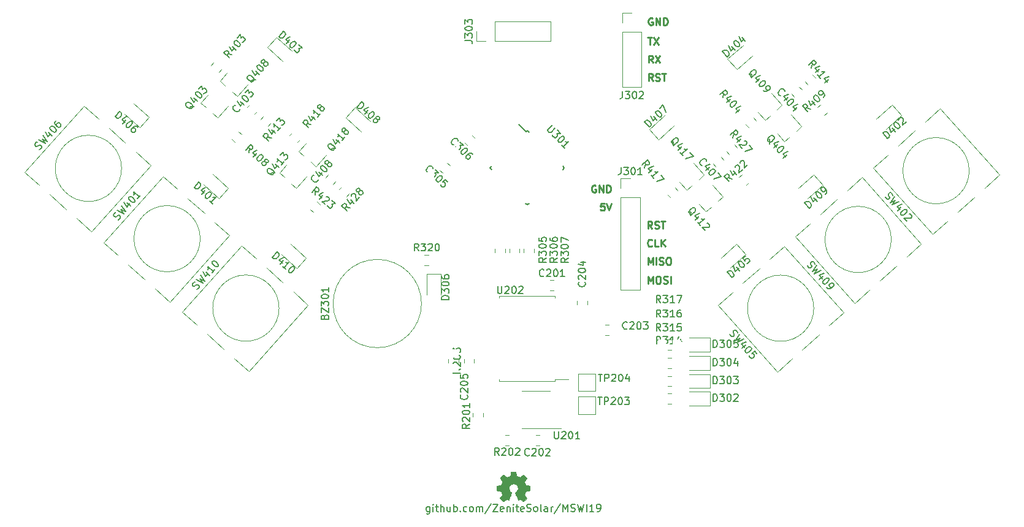
<source format=gbr>
G04 #@! TF.GenerationSoftware,KiCad,Pcbnew,5.1.4*
G04 #@! TF.CreationDate,2019-10-22T01:46:39-03:00*
G04 #@! TF.ProjectId,mswi,6d737769-2e6b-4696-9361-645f70636258,rev?*
G04 #@! TF.SameCoordinates,Original*
G04 #@! TF.FileFunction,Legend,Top*
G04 #@! TF.FilePolarity,Positive*
%FSLAX46Y46*%
G04 Gerber Fmt 4.6, Leading zero omitted, Abs format (unit mm)*
G04 Created by KiCad (PCBNEW 5.1.4) date 2019-10-22 01:46:39*
%MOMM*%
%LPD*%
G04 APERTURE LIST*
%ADD10C,0.228600*%
%ADD11C,0.150000*%
%ADD12C,0.010000*%
%ADD13C,0.120000*%
%ADD14C,2.000000*%
%ADD15R,2.000000X2.000000*%
%ADD16C,1.500000*%
%ADD17C,0.800000*%
%ADD18C,0.100000*%
%ADD19O,2.300000X1.700000*%
%ADD20R,2.300000X1.700000*%
%ADD21C,1.150000*%
%ADD22C,0.550000*%
%ADD23C,0.600000*%
%ADD24C,1.727200*%
%ADD25C,1.727200*%
%ADD26O,1.700000X2.300000*%
%ADD27R,1.700000X2.300000*%
G04 APERTURE END LIST*
D10*
X164599999Y-62652380D02*
X164266666Y-62176190D01*
X164028571Y-62652380D02*
X164028571Y-61652380D01*
X164409523Y-61652380D01*
X164504761Y-61700000D01*
X164552380Y-61747619D01*
X164599999Y-61842857D01*
X164599999Y-61985714D01*
X164552380Y-62080952D01*
X164504761Y-62128571D01*
X164409523Y-62176190D01*
X164028571Y-62176190D01*
X164980952Y-62604761D02*
X165123809Y-62652380D01*
X165361904Y-62652380D01*
X165457142Y-62604761D01*
X165504761Y-62557142D01*
X165552380Y-62461904D01*
X165552380Y-62366666D01*
X165504761Y-62271428D01*
X165457142Y-62223809D01*
X165361904Y-62176190D01*
X165171428Y-62128571D01*
X165076190Y-62080952D01*
X165028571Y-62033333D01*
X164980952Y-61938095D01*
X164980952Y-61842857D01*
X165028571Y-61747619D01*
X165076190Y-61700000D01*
X165171428Y-61652380D01*
X165409523Y-61652380D01*
X165552380Y-61700000D01*
X165838095Y-61652380D02*
X166409523Y-61652380D01*
X166123809Y-62652380D02*
X166123809Y-61652380D01*
X164599999Y-60152380D02*
X164266666Y-59676190D01*
X164028570Y-60152380D02*
X164028570Y-59152380D01*
X164409523Y-59152380D01*
X164504761Y-59200000D01*
X164552380Y-59247619D01*
X164599999Y-59342857D01*
X164599999Y-59485714D01*
X164552380Y-59580952D01*
X164504761Y-59628571D01*
X164409523Y-59676190D01*
X164028570Y-59676190D01*
X164933332Y-59152380D02*
X165599999Y-60152380D01*
X165599999Y-59152380D02*
X164933332Y-60152380D01*
X163885714Y-56652380D02*
X164457142Y-56652380D01*
X164171428Y-57652380D02*
X164171428Y-56652380D01*
X164695238Y-56652380D02*
X165361904Y-57652380D01*
X165361904Y-56652380D02*
X164695238Y-57652380D01*
X164552380Y-54000000D02*
X164457142Y-53952380D01*
X164314285Y-53952380D01*
X164171427Y-54000000D01*
X164076189Y-54095238D01*
X164028570Y-54190476D01*
X163980951Y-54380952D01*
X163980951Y-54523809D01*
X164028570Y-54714285D01*
X164076189Y-54809523D01*
X164171427Y-54904761D01*
X164314285Y-54952380D01*
X164409523Y-54952380D01*
X164552380Y-54904761D01*
X164599999Y-54857142D01*
X164599999Y-54523809D01*
X164409523Y-54523809D01*
X165028570Y-54952380D02*
X165028570Y-53952380D01*
X165599999Y-54952380D01*
X165599999Y-53952380D01*
X166076189Y-54952380D02*
X166076189Y-53952380D01*
X166314285Y-53952380D01*
X166457142Y-54000000D01*
X166552380Y-54095238D01*
X166599999Y-54190476D01*
X166647618Y-54380952D01*
X166647618Y-54523809D01*
X166599999Y-54714285D01*
X166552380Y-54809523D01*
X166457142Y-54904761D01*
X166314285Y-54952380D01*
X166076189Y-54952380D01*
X156719047Y-77100000D02*
X156623809Y-77052380D01*
X156480952Y-77052380D01*
X156338094Y-77100000D01*
X156242856Y-77195238D01*
X156195237Y-77290476D01*
X156147618Y-77480952D01*
X156147618Y-77623809D01*
X156195237Y-77814285D01*
X156242856Y-77909523D01*
X156338094Y-78004761D01*
X156480952Y-78052380D01*
X156576190Y-78052380D01*
X156719047Y-78004761D01*
X156766666Y-77957142D01*
X156766666Y-77623809D01*
X156576190Y-77623809D01*
X157195237Y-78052380D02*
X157195237Y-77052380D01*
X157766666Y-78052380D01*
X157766666Y-77052380D01*
X158242856Y-78052380D02*
X158242856Y-77052380D01*
X158480952Y-77052380D01*
X158623809Y-77100000D01*
X158719047Y-77195238D01*
X158766666Y-77290476D01*
X158814285Y-77480952D01*
X158814285Y-77623809D01*
X158766666Y-77814285D01*
X158719047Y-77909523D01*
X158623809Y-78004761D01*
X158480952Y-78052380D01*
X158242856Y-78052380D01*
X157909523Y-79552380D02*
X157433333Y-79552380D01*
X157385714Y-80028571D01*
X157433333Y-79980952D01*
X157528571Y-79933333D01*
X157766666Y-79933333D01*
X157861904Y-79980952D01*
X157909523Y-80028571D01*
X157957142Y-80123809D01*
X157957142Y-80361904D01*
X157909523Y-80457142D01*
X157861904Y-80504761D01*
X157766666Y-80552380D01*
X157528571Y-80552380D01*
X157433333Y-80504761D01*
X157385714Y-80457142D01*
X158242857Y-79552380D02*
X158576190Y-80552380D01*
X158909523Y-79552380D01*
X163928571Y-90652380D02*
X163928571Y-89652380D01*
X164261904Y-90366666D01*
X164595238Y-89652380D01*
X164595238Y-90652380D01*
X165261904Y-89652380D02*
X165452380Y-89652380D01*
X165547619Y-89700000D01*
X165642857Y-89795238D01*
X165690476Y-89985714D01*
X165690476Y-90319047D01*
X165642857Y-90509523D01*
X165547619Y-90604761D01*
X165452380Y-90652380D01*
X165261904Y-90652380D01*
X165166666Y-90604761D01*
X165071428Y-90509523D01*
X165023809Y-90319047D01*
X165023809Y-89985714D01*
X165071428Y-89795238D01*
X165166666Y-89700000D01*
X165261904Y-89652380D01*
X166071428Y-90604761D02*
X166214285Y-90652380D01*
X166452380Y-90652380D01*
X166547619Y-90604761D01*
X166595238Y-90557142D01*
X166642857Y-90461904D01*
X166642857Y-90366666D01*
X166595238Y-90271428D01*
X166547619Y-90223809D01*
X166452380Y-90176190D01*
X166261904Y-90128571D01*
X166166666Y-90080952D01*
X166119047Y-90033333D01*
X166071428Y-89938095D01*
X166071428Y-89842857D01*
X166119047Y-89747619D01*
X166166666Y-89700000D01*
X166261904Y-89652380D01*
X166500000Y-89652380D01*
X166642857Y-89700000D01*
X167071428Y-90652380D02*
X167071428Y-89652380D01*
X163928571Y-88052380D02*
X163928571Y-87052380D01*
X164261904Y-87766666D01*
X164595238Y-87052380D01*
X164595238Y-88052380D01*
X165071428Y-88052380D02*
X165071428Y-87052380D01*
X165500000Y-88004761D02*
X165642857Y-88052380D01*
X165880952Y-88052380D01*
X165976190Y-88004761D01*
X166023809Y-87957142D01*
X166071428Y-87861904D01*
X166071428Y-87766666D01*
X166023809Y-87671428D01*
X165976190Y-87623809D01*
X165880952Y-87576190D01*
X165690476Y-87528571D01*
X165595238Y-87480952D01*
X165547619Y-87433333D01*
X165500000Y-87338095D01*
X165500000Y-87242857D01*
X165547619Y-87147619D01*
X165595238Y-87100000D01*
X165690476Y-87052380D01*
X165928571Y-87052380D01*
X166071428Y-87100000D01*
X166690476Y-87052380D02*
X166880952Y-87052380D01*
X166976190Y-87100000D01*
X167071428Y-87195238D01*
X167119047Y-87385714D01*
X167119047Y-87719047D01*
X167071428Y-87909523D01*
X166976190Y-88004761D01*
X166880952Y-88052380D01*
X166690476Y-88052380D01*
X166595238Y-88004761D01*
X166500000Y-87909523D01*
X166452380Y-87719047D01*
X166452380Y-87385714D01*
X166500000Y-87195238D01*
X166595238Y-87100000D01*
X166690476Y-87052380D01*
X164499999Y-85457142D02*
X164452380Y-85504761D01*
X164309523Y-85552380D01*
X164214285Y-85552380D01*
X164071428Y-85504761D01*
X163976190Y-85409523D01*
X163928571Y-85314285D01*
X163880952Y-85123809D01*
X163880952Y-84980952D01*
X163928571Y-84790476D01*
X163976190Y-84695238D01*
X164071428Y-84600000D01*
X164214285Y-84552380D01*
X164309523Y-84552380D01*
X164452380Y-84600000D01*
X164499999Y-84647619D01*
X165404761Y-85552380D02*
X164928571Y-85552380D01*
X164928571Y-84552380D01*
X165738095Y-85552380D02*
X165738095Y-84552380D01*
X166309523Y-85552380D02*
X165880952Y-84980952D01*
X166309523Y-84552380D02*
X165738095Y-85123809D01*
X164499999Y-83052380D02*
X164166666Y-82576190D01*
X163928571Y-83052380D02*
X163928571Y-82052380D01*
X164309523Y-82052380D01*
X164404761Y-82100000D01*
X164452380Y-82147619D01*
X164499999Y-82242857D01*
X164499999Y-82385714D01*
X164452380Y-82480952D01*
X164404761Y-82528571D01*
X164309523Y-82576190D01*
X163928571Y-82576190D01*
X164880952Y-83004761D02*
X165023809Y-83052380D01*
X165261904Y-83052380D01*
X165357142Y-83004761D01*
X165404761Y-82957142D01*
X165452380Y-82861904D01*
X165452380Y-82766666D01*
X165404761Y-82671428D01*
X165357142Y-82623809D01*
X165261904Y-82576190D01*
X165071428Y-82528571D01*
X164976190Y-82480952D01*
X164928571Y-82433333D01*
X164880952Y-82338095D01*
X164880952Y-82242857D01*
X164928571Y-82147619D01*
X164976190Y-82100000D01*
X165071428Y-82052380D01*
X165309523Y-82052380D01*
X165452380Y-82100000D01*
X165738095Y-82052380D02*
X166309523Y-82052380D01*
X166023809Y-83052380D02*
X166023809Y-82052380D01*
D11*
X133784551Y-121485714D02*
X133784551Y-122295238D01*
X133736932Y-122390476D01*
X133689313Y-122438095D01*
X133594075Y-122485714D01*
X133451218Y-122485714D01*
X133355980Y-122438095D01*
X133784551Y-122104761D02*
X133689313Y-122152380D01*
X133498837Y-122152380D01*
X133403599Y-122104761D01*
X133355980Y-122057142D01*
X133308360Y-121961904D01*
X133308360Y-121676190D01*
X133355980Y-121580952D01*
X133403599Y-121533333D01*
X133498837Y-121485714D01*
X133689313Y-121485714D01*
X133784551Y-121533333D01*
X134260741Y-122152380D02*
X134260741Y-121485714D01*
X134260741Y-121152380D02*
X134213122Y-121200000D01*
X134260741Y-121247619D01*
X134308360Y-121200000D01*
X134260741Y-121152380D01*
X134260741Y-121247619D01*
X134594075Y-121485714D02*
X134975027Y-121485714D01*
X134736932Y-121152380D02*
X134736932Y-122009523D01*
X134784551Y-122104761D01*
X134879789Y-122152380D01*
X134975027Y-122152380D01*
X135308360Y-122152380D02*
X135308360Y-121152380D01*
X135736932Y-122152380D02*
X135736932Y-121628571D01*
X135689313Y-121533333D01*
X135594075Y-121485714D01*
X135451218Y-121485714D01*
X135355980Y-121533333D01*
X135308360Y-121580952D01*
X136641694Y-121485714D02*
X136641694Y-122152380D01*
X136213122Y-121485714D02*
X136213122Y-122009523D01*
X136260741Y-122104761D01*
X136355980Y-122152380D01*
X136498837Y-122152380D01*
X136594075Y-122104761D01*
X136641694Y-122057142D01*
X137117884Y-122152380D02*
X137117884Y-121152380D01*
X137117884Y-121533333D02*
X137213122Y-121485714D01*
X137403599Y-121485714D01*
X137498837Y-121533333D01*
X137546456Y-121580952D01*
X137594075Y-121676190D01*
X137594075Y-121961904D01*
X137546456Y-122057142D01*
X137498837Y-122104761D01*
X137403599Y-122152380D01*
X137213122Y-122152380D01*
X137117884Y-122104761D01*
X138022646Y-122057142D02*
X138070265Y-122104761D01*
X138022646Y-122152380D01*
X137975027Y-122104761D01*
X138022646Y-122057142D01*
X138022646Y-122152380D01*
X138927408Y-122104761D02*
X138832170Y-122152380D01*
X138641694Y-122152380D01*
X138546456Y-122104761D01*
X138498837Y-122057142D01*
X138451218Y-121961904D01*
X138451218Y-121676190D01*
X138498837Y-121580952D01*
X138546456Y-121533333D01*
X138641694Y-121485714D01*
X138832170Y-121485714D01*
X138927408Y-121533333D01*
X139498837Y-122152380D02*
X139403599Y-122104761D01*
X139355980Y-122057142D01*
X139308360Y-121961904D01*
X139308360Y-121676190D01*
X139355980Y-121580952D01*
X139403599Y-121533333D01*
X139498837Y-121485714D01*
X139641694Y-121485714D01*
X139736932Y-121533333D01*
X139784551Y-121580952D01*
X139832170Y-121676190D01*
X139832170Y-121961904D01*
X139784551Y-122057142D01*
X139736932Y-122104761D01*
X139641694Y-122152380D01*
X139498837Y-122152380D01*
X140260741Y-122152380D02*
X140260741Y-121485714D01*
X140260741Y-121580952D02*
X140308360Y-121533333D01*
X140403599Y-121485714D01*
X140546456Y-121485714D01*
X140641694Y-121533333D01*
X140689313Y-121628571D01*
X140689313Y-122152380D01*
X140689313Y-121628571D02*
X140736932Y-121533333D01*
X140832170Y-121485714D01*
X140975027Y-121485714D01*
X141070265Y-121533333D01*
X141117884Y-121628571D01*
X141117884Y-122152380D01*
X142308360Y-121104761D02*
X141451218Y-122390476D01*
X142546456Y-121152380D02*
X143213122Y-121152380D01*
X142546456Y-122152380D01*
X143213122Y-122152380D01*
X143975027Y-122104761D02*
X143879789Y-122152380D01*
X143689313Y-122152380D01*
X143594075Y-122104761D01*
X143546456Y-122009523D01*
X143546456Y-121628571D01*
X143594075Y-121533333D01*
X143689313Y-121485714D01*
X143879789Y-121485714D01*
X143975027Y-121533333D01*
X144022646Y-121628571D01*
X144022646Y-121723809D01*
X143546456Y-121819047D01*
X144451218Y-121485714D02*
X144451218Y-122152380D01*
X144451218Y-121580952D02*
X144498837Y-121533333D01*
X144594075Y-121485714D01*
X144736932Y-121485714D01*
X144832170Y-121533333D01*
X144879789Y-121628571D01*
X144879789Y-122152380D01*
X145355980Y-122152380D02*
X145355980Y-121485714D01*
X145355980Y-121152380D02*
X145308360Y-121200000D01*
X145355980Y-121247619D01*
X145403599Y-121200000D01*
X145355980Y-121152380D01*
X145355980Y-121247619D01*
X145689313Y-121485714D02*
X146070265Y-121485714D01*
X145832170Y-121152380D02*
X145832170Y-122009523D01*
X145879789Y-122104761D01*
X145975027Y-122152380D01*
X146070265Y-122152380D01*
X146784551Y-122104761D02*
X146689313Y-122152380D01*
X146498837Y-122152380D01*
X146403599Y-122104761D01*
X146355980Y-122009523D01*
X146355980Y-121628571D01*
X146403599Y-121533333D01*
X146498837Y-121485714D01*
X146689313Y-121485714D01*
X146784551Y-121533333D01*
X146832170Y-121628571D01*
X146832170Y-121723809D01*
X146355980Y-121819047D01*
X147213122Y-122104761D02*
X147355980Y-122152380D01*
X147594075Y-122152380D01*
X147689313Y-122104761D01*
X147736932Y-122057142D01*
X147784551Y-121961904D01*
X147784551Y-121866666D01*
X147736932Y-121771428D01*
X147689313Y-121723809D01*
X147594075Y-121676190D01*
X147403599Y-121628571D01*
X147308360Y-121580952D01*
X147260741Y-121533333D01*
X147213122Y-121438095D01*
X147213122Y-121342857D01*
X147260741Y-121247619D01*
X147308360Y-121200000D01*
X147403599Y-121152380D01*
X147641694Y-121152380D01*
X147784551Y-121200000D01*
X148355980Y-122152380D02*
X148260741Y-122104761D01*
X148213122Y-122057142D01*
X148165503Y-121961904D01*
X148165503Y-121676190D01*
X148213122Y-121580952D01*
X148260741Y-121533333D01*
X148355980Y-121485714D01*
X148498837Y-121485714D01*
X148594075Y-121533333D01*
X148641694Y-121580952D01*
X148689313Y-121676190D01*
X148689313Y-121961904D01*
X148641694Y-122057142D01*
X148594075Y-122104761D01*
X148498837Y-122152380D01*
X148355980Y-122152380D01*
X149260741Y-122152380D02*
X149165503Y-122104761D01*
X149117884Y-122009523D01*
X149117884Y-121152380D01*
X150070265Y-122152380D02*
X150070265Y-121628571D01*
X150022646Y-121533333D01*
X149927408Y-121485714D01*
X149736932Y-121485714D01*
X149641694Y-121533333D01*
X150070265Y-122104761D02*
X149975027Y-122152380D01*
X149736932Y-122152380D01*
X149641694Y-122104761D01*
X149594075Y-122009523D01*
X149594075Y-121914285D01*
X149641694Y-121819047D01*
X149736932Y-121771428D01*
X149975027Y-121771428D01*
X150070265Y-121723809D01*
X150546456Y-122152380D02*
X150546456Y-121485714D01*
X150546456Y-121676190D02*
X150594075Y-121580952D01*
X150641694Y-121533333D01*
X150736932Y-121485714D01*
X150832170Y-121485714D01*
X151879789Y-121104761D02*
X151022646Y-122390476D01*
X152213122Y-122152380D02*
X152213122Y-121152380D01*
X152546456Y-121866666D01*
X152879789Y-121152380D01*
X152879789Y-122152380D01*
X153308360Y-122104761D02*
X153451218Y-122152380D01*
X153689313Y-122152380D01*
X153784551Y-122104761D01*
X153832170Y-122057142D01*
X153879789Y-121961904D01*
X153879789Y-121866666D01*
X153832170Y-121771428D01*
X153784551Y-121723809D01*
X153689313Y-121676190D01*
X153498837Y-121628571D01*
X153403599Y-121580952D01*
X153355980Y-121533333D01*
X153308360Y-121438095D01*
X153308360Y-121342857D01*
X153355980Y-121247619D01*
X153403599Y-121200000D01*
X153498837Y-121152380D01*
X153736932Y-121152380D01*
X153879789Y-121200000D01*
X154213122Y-121152380D02*
X154451218Y-122152380D01*
X154641694Y-121438095D01*
X154832170Y-122152380D01*
X155070265Y-121152380D01*
X155451218Y-122152380D02*
X155451218Y-121152380D01*
X156451218Y-122152380D02*
X155879789Y-122152380D01*
X156165503Y-122152380D02*
X156165503Y-121152380D01*
X156070265Y-121295238D01*
X155975027Y-121390476D01*
X155879789Y-121438095D01*
X156927408Y-122152380D02*
X157117884Y-122152380D01*
X157213122Y-122104761D01*
X157260741Y-122057142D01*
X157355980Y-121914285D01*
X157403599Y-121723809D01*
X157403599Y-121342857D01*
X157355980Y-121247619D01*
X157308360Y-121200000D01*
X157213122Y-121152380D01*
X157022646Y-121152380D01*
X156927408Y-121200000D01*
X156879789Y-121247619D01*
X156832170Y-121342857D01*
X156832170Y-121580952D01*
X156879789Y-121676190D01*
X156927408Y-121723809D01*
X157022646Y-121771428D01*
X157213122Y-121771428D01*
X157308360Y-121723809D01*
X157355980Y-121676190D01*
X157403599Y-121580952D01*
D12*
G36*
X145459890Y-116642348D02*
G01*
X145538434Y-116642778D01*
X145595278Y-116643942D01*
X145634085Y-116646207D01*
X145658518Y-116649940D01*
X145672242Y-116655506D01*
X145678920Y-116663273D01*
X145682216Y-116673605D01*
X145682536Y-116674943D01*
X145687542Y-116699079D01*
X145696809Y-116746701D01*
X145709372Y-116812741D01*
X145724267Y-116892128D01*
X145740531Y-116979796D01*
X145741099Y-116982875D01*
X145757390Y-117068789D01*
X145772632Y-117144696D01*
X145785841Y-117206045D01*
X145796034Y-117248282D01*
X145802228Y-117266855D01*
X145802523Y-117267184D01*
X145820768Y-117276253D01*
X145858385Y-117291367D01*
X145907251Y-117309262D01*
X145907523Y-117309358D01*
X145969073Y-117332493D01*
X146041637Y-117361965D01*
X146110037Y-117391597D01*
X146113274Y-117393062D01*
X146224682Y-117443626D01*
X146471379Y-117275160D01*
X146547057Y-117223803D01*
X146615611Y-117177889D01*
X146673068Y-117140030D01*
X146715456Y-117112837D01*
X146738805Y-117098921D01*
X146741022Y-117097889D01*
X146757990Y-117102484D01*
X146789681Y-117124655D01*
X146837332Y-117165447D01*
X146902178Y-117225905D01*
X146968377Y-117290227D01*
X147032194Y-117353612D01*
X147089309Y-117411451D01*
X147136285Y-117460175D01*
X147169683Y-117496210D01*
X147186065Y-117515984D01*
X147186674Y-117517002D01*
X147188485Y-117530572D01*
X147181663Y-117552733D01*
X147164520Y-117586478D01*
X147135373Y-117634800D01*
X147092535Y-117700692D01*
X147035428Y-117785517D01*
X146984746Y-117860177D01*
X146939441Y-117927140D01*
X146902130Y-117982516D01*
X146875432Y-118022420D01*
X146861965Y-118042962D01*
X146861117Y-118044356D01*
X146862761Y-118064038D01*
X146875225Y-118102293D01*
X146896028Y-118151889D01*
X146903442Y-118167728D01*
X146935794Y-118238290D01*
X146970308Y-118318353D01*
X146998345Y-118387629D01*
X147018548Y-118439045D01*
X147034595Y-118478119D01*
X147043868Y-118498541D01*
X147045021Y-118500114D01*
X147062076Y-118502721D01*
X147102278Y-118509863D01*
X147160282Y-118520523D01*
X147230743Y-118533685D01*
X147308315Y-118548333D01*
X147387652Y-118563449D01*
X147463411Y-118578018D01*
X147530244Y-118591022D01*
X147582808Y-118601445D01*
X147615756Y-118608270D01*
X147623837Y-118610199D01*
X147632185Y-118614962D01*
X147638486Y-118625718D01*
X147643025Y-118646098D01*
X147646084Y-118679734D01*
X147647947Y-118730255D01*
X147648898Y-118801292D01*
X147649220Y-118896476D01*
X147649237Y-118935492D01*
X147649237Y-119252799D01*
X147573037Y-119267839D01*
X147530643Y-119275995D01*
X147467380Y-119287899D01*
X147390942Y-119302116D01*
X147309023Y-119317210D01*
X147286380Y-119321355D01*
X147210786Y-119336053D01*
X147144933Y-119350505D01*
X147094346Y-119363375D01*
X147064554Y-119373322D01*
X147059592Y-119376287D01*
X147047406Y-119397283D01*
X147029933Y-119437967D01*
X147010557Y-119490322D01*
X147006714Y-119501600D01*
X146981319Y-119571523D01*
X146949797Y-119650418D01*
X146918949Y-119721266D01*
X146918797Y-119721595D01*
X146867427Y-119832733D01*
X147036379Y-120081253D01*
X147205332Y-120329772D01*
X146988409Y-120547058D01*
X146922799Y-120611726D01*
X146862959Y-120668733D01*
X146812247Y-120715033D01*
X146774026Y-120747584D01*
X146751655Y-120763343D01*
X146748446Y-120764343D01*
X146729606Y-120756469D01*
X146691160Y-120734578D01*
X146637310Y-120701267D01*
X146572256Y-120659131D01*
X146501920Y-120611943D01*
X146430535Y-120563810D01*
X146366888Y-120521928D01*
X146315021Y-120488871D01*
X146278975Y-120467218D01*
X146262847Y-120459543D01*
X146243169Y-120466037D01*
X146205855Y-120483150D01*
X146158601Y-120507326D01*
X146153592Y-120510013D01*
X146089957Y-120541927D01*
X146046321Y-120557579D01*
X146019182Y-120557745D01*
X146005037Y-120543204D01*
X146004955Y-120543000D01*
X145997885Y-120525779D01*
X145981022Y-120484899D01*
X145955675Y-120423525D01*
X145923151Y-120344819D01*
X145884758Y-120251947D01*
X145841802Y-120148072D01*
X145800202Y-120047502D01*
X145754484Y-119936516D01*
X145712506Y-119833703D01*
X145675528Y-119742215D01*
X145644807Y-119665201D01*
X145621602Y-119605815D01*
X145607170Y-119567209D01*
X145602723Y-119552800D01*
X145613876Y-119536272D01*
X145643049Y-119509930D01*
X145681951Y-119480887D01*
X145792737Y-119389039D01*
X145879331Y-119283759D01*
X145940696Y-119167266D01*
X145975795Y-119041776D01*
X145983588Y-118909507D01*
X145977923Y-118848457D01*
X145947058Y-118721795D01*
X145893900Y-118609941D01*
X145821747Y-118514001D01*
X145733897Y-118435076D01*
X145633645Y-118374270D01*
X145524290Y-118332687D01*
X145409127Y-118311428D01*
X145291455Y-118311599D01*
X145174570Y-118334301D01*
X145061769Y-118380638D01*
X144956349Y-118451713D01*
X144912348Y-118491911D01*
X144827959Y-118595129D01*
X144769202Y-118707925D01*
X144735684Y-118827010D01*
X144727015Y-118949095D01*
X144742803Y-119070893D01*
X144782658Y-119189116D01*
X144846187Y-119300475D01*
X144933001Y-119401684D01*
X145030009Y-119480887D01*
X145070417Y-119511162D01*
X145098962Y-119537219D01*
X145109237Y-119552825D01*
X145103857Y-119569843D01*
X145088555Y-119610500D01*
X145064592Y-119671642D01*
X145033224Y-119750119D01*
X144995712Y-119842780D01*
X144953313Y-119946472D01*
X144911643Y-120047526D01*
X144865670Y-120158607D01*
X144823087Y-120261541D01*
X144785201Y-120353165D01*
X144753320Y-120430316D01*
X144728751Y-120489831D01*
X144712800Y-120528544D01*
X144706890Y-120543000D01*
X144692928Y-120557685D01*
X144665920Y-120557642D01*
X144622393Y-120542099D01*
X144558870Y-120510284D01*
X144558368Y-120510013D01*
X144510540Y-120485323D01*
X144471877Y-120467338D01*
X144450075Y-120459614D01*
X144449113Y-120459543D01*
X144432701Y-120467378D01*
X144396467Y-120489165D01*
X144344454Y-120522328D01*
X144280705Y-120564291D01*
X144210040Y-120611943D01*
X144138096Y-120660191D01*
X144073254Y-120702151D01*
X144019715Y-120735227D01*
X143981677Y-120756821D01*
X143963513Y-120764343D01*
X143946788Y-120754457D01*
X143913160Y-120726826D01*
X143865990Y-120684495D01*
X143808638Y-120630505D01*
X143744464Y-120567899D01*
X143723477Y-120546983D01*
X143506479Y-120329623D01*
X143671648Y-120087220D01*
X143721844Y-120012781D01*
X143765899Y-119945972D01*
X143801342Y-119890665D01*
X143825699Y-119850729D01*
X143836502Y-119830036D01*
X143836818Y-119828563D01*
X143831123Y-119809058D01*
X143815806Y-119769822D01*
X143793517Y-119717430D01*
X143777873Y-119682355D01*
X143748621Y-119615201D01*
X143721074Y-119547358D01*
X143699717Y-119490034D01*
X143693915Y-119472572D01*
X143677432Y-119425938D01*
X143661320Y-119389905D01*
X143652470Y-119376287D01*
X143632940Y-119367952D01*
X143590314Y-119356137D01*
X143530125Y-119342181D01*
X143457902Y-119327422D01*
X143425580Y-119321355D01*
X143343502Y-119306273D01*
X143264775Y-119291669D01*
X143197089Y-119278980D01*
X143148140Y-119269642D01*
X143138923Y-119267839D01*
X143062723Y-119252799D01*
X143062723Y-118935492D01*
X143062894Y-118831154D01*
X143063596Y-118752213D01*
X143065114Y-118695038D01*
X143067729Y-118655999D01*
X143071726Y-118631465D01*
X143077389Y-118617805D01*
X143085000Y-118611389D01*
X143088123Y-118610199D01*
X143106958Y-118605980D01*
X143148568Y-118597562D01*
X143207610Y-118585961D01*
X143278737Y-118572195D01*
X143356605Y-118557280D01*
X143435867Y-118542232D01*
X143511178Y-118528069D01*
X143577193Y-118515806D01*
X143628567Y-118506461D01*
X143659955Y-118501050D01*
X143666939Y-118500114D01*
X143673265Y-118487596D01*
X143687270Y-118454246D01*
X143706335Y-118406377D01*
X143713614Y-118387629D01*
X143742976Y-118315195D01*
X143777551Y-118235170D01*
X143808517Y-118167728D01*
X143831303Y-118116159D01*
X143846462Y-118073785D01*
X143851522Y-118047834D01*
X143850716Y-118044356D01*
X143840021Y-118027936D01*
X143815600Y-117991417D01*
X143780075Y-117938687D01*
X143736067Y-117873635D01*
X143686197Y-117800151D01*
X143676336Y-117785645D01*
X143618472Y-117699704D01*
X143575936Y-117634261D01*
X143547034Y-117586304D01*
X143530070Y-117552820D01*
X143523347Y-117530795D01*
X143525170Y-117517217D01*
X143525216Y-117517131D01*
X143539566Y-117499297D01*
X143571303Y-117464817D01*
X143616990Y-117417268D01*
X143673184Y-117360222D01*
X143736448Y-117297255D01*
X143743582Y-117290227D01*
X143823310Y-117213020D01*
X143884837Y-117156330D01*
X143929401Y-117119110D01*
X143958237Y-117100315D01*
X143970938Y-117097889D01*
X143989474Y-117108471D01*
X144027941Y-117132916D01*
X144082366Y-117168612D01*
X144148778Y-117212947D01*
X144223205Y-117263311D01*
X144240581Y-117275160D01*
X144487277Y-117443626D01*
X144598686Y-117393062D01*
X144666437Y-117363595D01*
X144739163Y-117333959D01*
X144801683Y-117310330D01*
X144804437Y-117309358D01*
X144853340Y-117291457D01*
X144891037Y-117276320D01*
X144909405Y-117267210D01*
X144909436Y-117267184D01*
X144915265Y-117250717D01*
X144925172Y-117210219D01*
X144938175Y-117150242D01*
X144953289Y-117075340D01*
X144969532Y-116990064D01*
X144970861Y-116982875D01*
X144987155Y-116895014D01*
X145002113Y-116815260D01*
X145014771Y-116748681D01*
X145024166Y-116700347D01*
X145029334Y-116675325D01*
X145029424Y-116674943D01*
X145032569Y-116664299D01*
X145038684Y-116656262D01*
X145051433Y-116650467D01*
X145074480Y-116646547D01*
X145111489Y-116644135D01*
X145166124Y-116642865D01*
X145242047Y-116642371D01*
X145342924Y-116642286D01*
X145355980Y-116642286D01*
X145459890Y-116642348D01*
X145459890Y-116642348D01*
G37*
X145459890Y-116642348D02*
X145538434Y-116642778D01*
X145595278Y-116643942D01*
X145634085Y-116646207D01*
X145658518Y-116649940D01*
X145672242Y-116655506D01*
X145678920Y-116663273D01*
X145682216Y-116673605D01*
X145682536Y-116674943D01*
X145687542Y-116699079D01*
X145696809Y-116746701D01*
X145709372Y-116812741D01*
X145724267Y-116892128D01*
X145740531Y-116979796D01*
X145741099Y-116982875D01*
X145757390Y-117068789D01*
X145772632Y-117144696D01*
X145785841Y-117206045D01*
X145796034Y-117248282D01*
X145802228Y-117266855D01*
X145802523Y-117267184D01*
X145820768Y-117276253D01*
X145858385Y-117291367D01*
X145907251Y-117309262D01*
X145907523Y-117309358D01*
X145969073Y-117332493D01*
X146041637Y-117361965D01*
X146110037Y-117391597D01*
X146113274Y-117393062D01*
X146224682Y-117443626D01*
X146471379Y-117275160D01*
X146547057Y-117223803D01*
X146615611Y-117177889D01*
X146673068Y-117140030D01*
X146715456Y-117112837D01*
X146738805Y-117098921D01*
X146741022Y-117097889D01*
X146757990Y-117102484D01*
X146789681Y-117124655D01*
X146837332Y-117165447D01*
X146902178Y-117225905D01*
X146968377Y-117290227D01*
X147032194Y-117353612D01*
X147089309Y-117411451D01*
X147136285Y-117460175D01*
X147169683Y-117496210D01*
X147186065Y-117515984D01*
X147186674Y-117517002D01*
X147188485Y-117530572D01*
X147181663Y-117552733D01*
X147164520Y-117586478D01*
X147135373Y-117634800D01*
X147092535Y-117700692D01*
X147035428Y-117785517D01*
X146984746Y-117860177D01*
X146939441Y-117927140D01*
X146902130Y-117982516D01*
X146875432Y-118022420D01*
X146861965Y-118042962D01*
X146861117Y-118044356D01*
X146862761Y-118064038D01*
X146875225Y-118102293D01*
X146896028Y-118151889D01*
X146903442Y-118167728D01*
X146935794Y-118238290D01*
X146970308Y-118318353D01*
X146998345Y-118387629D01*
X147018548Y-118439045D01*
X147034595Y-118478119D01*
X147043868Y-118498541D01*
X147045021Y-118500114D01*
X147062076Y-118502721D01*
X147102278Y-118509863D01*
X147160282Y-118520523D01*
X147230743Y-118533685D01*
X147308315Y-118548333D01*
X147387652Y-118563449D01*
X147463411Y-118578018D01*
X147530244Y-118591022D01*
X147582808Y-118601445D01*
X147615756Y-118608270D01*
X147623837Y-118610199D01*
X147632185Y-118614962D01*
X147638486Y-118625718D01*
X147643025Y-118646098D01*
X147646084Y-118679734D01*
X147647947Y-118730255D01*
X147648898Y-118801292D01*
X147649220Y-118896476D01*
X147649237Y-118935492D01*
X147649237Y-119252799D01*
X147573037Y-119267839D01*
X147530643Y-119275995D01*
X147467380Y-119287899D01*
X147390942Y-119302116D01*
X147309023Y-119317210D01*
X147286380Y-119321355D01*
X147210786Y-119336053D01*
X147144933Y-119350505D01*
X147094346Y-119363375D01*
X147064554Y-119373322D01*
X147059592Y-119376287D01*
X147047406Y-119397283D01*
X147029933Y-119437967D01*
X147010557Y-119490322D01*
X147006714Y-119501600D01*
X146981319Y-119571523D01*
X146949797Y-119650418D01*
X146918949Y-119721266D01*
X146918797Y-119721595D01*
X146867427Y-119832733D01*
X147036379Y-120081253D01*
X147205332Y-120329772D01*
X146988409Y-120547058D01*
X146922799Y-120611726D01*
X146862959Y-120668733D01*
X146812247Y-120715033D01*
X146774026Y-120747584D01*
X146751655Y-120763343D01*
X146748446Y-120764343D01*
X146729606Y-120756469D01*
X146691160Y-120734578D01*
X146637310Y-120701267D01*
X146572256Y-120659131D01*
X146501920Y-120611943D01*
X146430535Y-120563810D01*
X146366888Y-120521928D01*
X146315021Y-120488871D01*
X146278975Y-120467218D01*
X146262847Y-120459543D01*
X146243169Y-120466037D01*
X146205855Y-120483150D01*
X146158601Y-120507326D01*
X146153592Y-120510013D01*
X146089957Y-120541927D01*
X146046321Y-120557579D01*
X146019182Y-120557745D01*
X146005037Y-120543204D01*
X146004955Y-120543000D01*
X145997885Y-120525779D01*
X145981022Y-120484899D01*
X145955675Y-120423525D01*
X145923151Y-120344819D01*
X145884758Y-120251947D01*
X145841802Y-120148072D01*
X145800202Y-120047502D01*
X145754484Y-119936516D01*
X145712506Y-119833703D01*
X145675528Y-119742215D01*
X145644807Y-119665201D01*
X145621602Y-119605815D01*
X145607170Y-119567209D01*
X145602723Y-119552800D01*
X145613876Y-119536272D01*
X145643049Y-119509930D01*
X145681951Y-119480887D01*
X145792737Y-119389039D01*
X145879331Y-119283759D01*
X145940696Y-119167266D01*
X145975795Y-119041776D01*
X145983588Y-118909507D01*
X145977923Y-118848457D01*
X145947058Y-118721795D01*
X145893900Y-118609941D01*
X145821747Y-118514001D01*
X145733897Y-118435076D01*
X145633645Y-118374270D01*
X145524290Y-118332687D01*
X145409127Y-118311428D01*
X145291455Y-118311599D01*
X145174570Y-118334301D01*
X145061769Y-118380638D01*
X144956349Y-118451713D01*
X144912348Y-118491911D01*
X144827959Y-118595129D01*
X144769202Y-118707925D01*
X144735684Y-118827010D01*
X144727015Y-118949095D01*
X144742803Y-119070893D01*
X144782658Y-119189116D01*
X144846187Y-119300475D01*
X144933001Y-119401684D01*
X145030009Y-119480887D01*
X145070417Y-119511162D01*
X145098962Y-119537219D01*
X145109237Y-119552825D01*
X145103857Y-119569843D01*
X145088555Y-119610500D01*
X145064592Y-119671642D01*
X145033224Y-119750119D01*
X144995712Y-119842780D01*
X144953313Y-119946472D01*
X144911643Y-120047526D01*
X144865670Y-120158607D01*
X144823087Y-120261541D01*
X144785201Y-120353165D01*
X144753320Y-120430316D01*
X144728751Y-120489831D01*
X144712800Y-120528544D01*
X144706890Y-120543000D01*
X144692928Y-120557685D01*
X144665920Y-120557642D01*
X144622393Y-120542099D01*
X144558870Y-120510284D01*
X144558368Y-120510013D01*
X144510540Y-120485323D01*
X144471877Y-120467338D01*
X144450075Y-120459614D01*
X144449113Y-120459543D01*
X144432701Y-120467378D01*
X144396467Y-120489165D01*
X144344454Y-120522328D01*
X144280705Y-120564291D01*
X144210040Y-120611943D01*
X144138096Y-120660191D01*
X144073254Y-120702151D01*
X144019715Y-120735227D01*
X143981677Y-120756821D01*
X143963513Y-120764343D01*
X143946788Y-120754457D01*
X143913160Y-120726826D01*
X143865990Y-120684495D01*
X143808638Y-120630505D01*
X143744464Y-120567899D01*
X143723477Y-120546983D01*
X143506479Y-120329623D01*
X143671648Y-120087220D01*
X143721844Y-120012781D01*
X143765899Y-119945972D01*
X143801342Y-119890665D01*
X143825699Y-119850729D01*
X143836502Y-119830036D01*
X143836818Y-119828563D01*
X143831123Y-119809058D01*
X143815806Y-119769822D01*
X143793517Y-119717430D01*
X143777873Y-119682355D01*
X143748621Y-119615201D01*
X143721074Y-119547358D01*
X143699717Y-119490034D01*
X143693915Y-119472572D01*
X143677432Y-119425938D01*
X143661320Y-119389905D01*
X143652470Y-119376287D01*
X143632940Y-119367952D01*
X143590314Y-119356137D01*
X143530125Y-119342181D01*
X143457902Y-119327422D01*
X143425580Y-119321355D01*
X143343502Y-119306273D01*
X143264775Y-119291669D01*
X143197089Y-119278980D01*
X143148140Y-119269642D01*
X143138923Y-119267839D01*
X143062723Y-119252799D01*
X143062723Y-118935492D01*
X143062894Y-118831154D01*
X143063596Y-118752213D01*
X143065114Y-118695038D01*
X143067729Y-118655999D01*
X143071726Y-118631465D01*
X143077389Y-118617805D01*
X143085000Y-118611389D01*
X143088123Y-118610199D01*
X143106958Y-118605980D01*
X143148568Y-118597562D01*
X143207610Y-118585961D01*
X143278737Y-118572195D01*
X143356605Y-118557280D01*
X143435867Y-118542232D01*
X143511178Y-118528069D01*
X143577193Y-118515806D01*
X143628567Y-118506461D01*
X143659955Y-118501050D01*
X143666939Y-118500114D01*
X143673265Y-118487596D01*
X143687270Y-118454246D01*
X143706335Y-118406377D01*
X143713614Y-118387629D01*
X143742976Y-118315195D01*
X143777551Y-118235170D01*
X143808517Y-118167728D01*
X143831303Y-118116159D01*
X143846462Y-118073785D01*
X143851522Y-118047834D01*
X143850716Y-118044356D01*
X143840021Y-118027936D01*
X143815600Y-117991417D01*
X143780075Y-117938687D01*
X143736067Y-117873635D01*
X143686197Y-117800151D01*
X143676336Y-117785645D01*
X143618472Y-117699704D01*
X143575936Y-117634261D01*
X143547034Y-117586304D01*
X143530070Y-117552820D01*
X143523347Y-117530795D01*
X143525170Y-117517217D01*
X143525216Y-117517131D01*
X143539566Y-117499297D01*
X143571303Y-117464817D01*
X143616990Y-117417268D01*
X143673184Y-117360222D01*
X143736448Y-117297255D01*
X143743582Y-117290227D01*
X143823310Y-117213020D01*
X143884837Y-117156330D01*
X143929401Y-117119110D01*
X143958237Y-117100315D01*
X143970938Y-117097889D01*
X143989474Y-117108471D01*
X144027941Y-117132916D01*
X144082366Y-117168612D01*
X144148778Y-117212947D01*
X144223205Y-117263311D01*
X144240581Y-117275160D01*
X144487277Y-117443626D01*
X144598686Y-117393062D01*
X144666437Y-117363595D01*
X144739163Y-117333959D01*
X144801683Y-117310330D01*
X144804437Y-117309358D01*
X144853340Y-117291457D01*
X144891037Y-117276320D01*
X144909405Y-117267210D01*
X144909436Y-117267184D01*
X144915265Y-117250717D01*
X144925172Y-117210219D01*
X144938175Y-117150242D01*
X144953289Y-117075340D01*
X144969532Y-116990064D01*
X144970861Y-116982875D01*
X144987155Y-116895014D01*
X145002113Y-116815260D01*
X145014771Y-116748681D01*
X145024166Y-116700347D01*
X145029334Y-116675325D01*
X145029424Y-116674943D01*
X145032569Y-116664299D01*
X145038684Y-116656262D01*
X145051433Y-116650467D01*
X145074480Y-116646547D01*
X145111489Y-116644135D01*
X145166124Y-116642865D01*
X145242047Y-116642371D01*
X145342924Y-116642286D01*
X145355980Y-116642286D01*
X145459890Y-116642348D01*
D13*
X132663965Y-93417997D02*
G75*
G03X132663965Y-93417997I-6100000J0D01*
G01*
X104860586Y-62684835D02*
X105833724Y-61596440D01*
X107216290Y-64791078D02*
X108656001Y-63180850D01*
X107216290Y-64791078D02*
X106522998Y-64171203D01*
X104860586Y-62684835D02*
X105553879Y-63304711D01*
X160165981Y-76157978D02*
X161495981Y-76157978D01*
X160165981Y-77487978D02*
X160165981Y-76157978D01*
X160165981Y-78757978D02*
X162825981Y-78757978D01*
X162825981Y-78757978D02*
X162825981Y-91517978D01*
X160165981Y-78757978D02*
X160165981Y-91517978D01*
X160165981Y-91517978D02*
X162825981Y-91517978D01*
X133611217Y-86731997D02*
X133088713Y-86731997D01*
X133611217Y-88151997D02*
X133088713Y-88151997D01*
X133389965Y-89331997D02*
X133389965Y-92191997D01*
X135309965Y-89331997D02*
X133389965Y-89331997D01*
X135309965Y-92191997D02*
X135309965Y-89331997D01*
D11*
X147103574Y-69705656D02*
X146095947Y-68698029D01*
X152389197Y-74673081D02*
X152159387Y-74443271D01*
X147262673Y-79799605D02*
X147032863Y-79569795D01*
X142136149Y-74673081D02*
X142365959Y-74902891D01*
X147262673Y-69546557D02*
X147492483Y-69776367D01*
X142136149Y-74673081D02*
X142365959Y-74443271D01*
X147262673Y-79799605D02*
X147492483Y-79569795D01*
X152389197Y-74673081D02*
X152159387Y-74902891D01*
X147262673Y-69546557D02*
X147103574Y-69705656D01*
D13*
X151123978Y-103873978D02*
X152938978Y-103873978D01*
X151123978Y-104118978D02*
X151123978Y-103873978D01*
X147263978Y-104118978D02*
X151123978Y-104118978D01*
X143403978Y-104118978D02*
X143403978Y-103873978D01*
X147263978Y-104118978D02*
X143403978Y-104118978D01*
X151123978Y-92348978D02*
X151123978Y-92593978D01*
X147263978Y-92348978D02*
X151123978Y-92348978D01*
X143403978Y-92348978D02*
X143403978Y-92593978D01*
X147263978Y-92348978D02*
X143403978Y-92348978D01*
X148495981Y-110651997D02*
X151945981Y-110651997D01*
X148495981Y-110651997D02*
X146545981Y-110651997D01*
X148495981Y-105531997D02*
X150445981Y-105531997D01*
X148495981Y-105531997D02*
X146545981Y-105531997D01*
X156687978Y-103087978D02*
X156687978Y-105487978D01*
X154287978Y-103087978D02*
X156687978Y-103087978D01*
X154287978Y-105487978D02*
X154287978Y-103087978D01*
X156687978Y-105487978D02*
X154287978Y-105487978D01*
X156687978Y-106287978D02*
X156687978Y-108687978D01*
X154287978Y-106287978D02*
X156687978Y-106287978D01*
X154287978Y-108687978D02*
X154287978Y-106287978D01*
X156687978Y-108687978D02*
X154287978Y-108687978D01*
X107839996Y-85415251D02*
X109867691Y-87228219D01*
X114981656Y-91800632D02*
X117009351Y-93613600D01*
X105396722Y-99730237D02*
X103055927Y-97637325D01*
X108811002Y-102782955D02*
X106783307Y-100969987D01*
X113001021Y-94051217D02*
G75*
G03X113001021Y-94051217I-4579050J0D01*
G01*
X101669342Y-96397574D02*
X99641647Y-94584606D01*
X117009351Y-93613600D02*
X108811002Y-102782955D01*
X111254276Y-88467970D02*
X113595071Y-90560882D01*
X99641647Y-94584606D02*
X107839996Y-85415251D01*
X184309991Y-84180938D02*
X186337686Y-82367970D01*
X191451651Y-77795557D02*
X193479346Y-75982589D01*
X198263415Y-88204662D02*
X195922620Y-90297574D01*
X201677695Y-85151944D02*
X199650000Y-86964912D01*
X197536059Y-84565232D02*
G75*
G03X197536059Y-84565232I-4579050J0D01*
G01*
X194536035Y-91537325D02*
X192508340Y-93350293D01*
X193479346Y-75982589D02*
X201677695Y-85151944D01*
X187724271Y-81128219D02*
X190065066Y-79035307D01*
X192508340Y-93350293D02*
X184309991Y-84180938D01*
X86091898Y-66109241D02*
X88119593Y-67922209D01*
X93233558Y-72494622D02*
X95261253Y-74307590D01*
X83648624Y-80424227D02*
X81307829Y-78331315D01*
X87062904Y-83476945D02*
X85035209Y-81663977D01*
X91252923Y-74745207D02*
G75*
G03X91252923Y-74745207I-4579050J0D01*
G01*
X79921244Y-77091564D02*
X77893549Y-75278596D01*
X95261253Y-74307590D02*
X87062904Y-83476945D01*
X89506178Y-69161960D02*
X91846973Y-71254872D01*
X77893549Y-75278596D02*
X86091898Y-66109241D01*
X173609991Y-93680938D02*
X175637686Y-91867970D01*
X180751651Y-87295557D02*
X182779346Y-85482589D01*
X187563415Y-97704662D02*
X185222620Y-99797574D01*
X190977695Y-94651944D02*
X188950000Y-96464912D01*
X186836059Y-94065232D02*
G75*
G03X186836059Y-94065232I-4579050J0D01*
G01*
X183836035Y-101037325D02*
X181808340Y-102850293D01*
X182779346Y-85482589D02*
X190977695Y-94651944D01*
X177024271Y-90628219D02*
X179365066Y-88535307D01*
X181808340Y-102850293D02*
X173609991Y-93680938D01*
X195065662Y-74682993D02*
X197093357Y-72870025D01*
X202207322Y-68297612D02*
X204235017Y-66484644D01*
X209019086Y-78706717D02*
X206678291Y-80799629D01*
X212433366Y-75653999D02*
X210405671Y-77466967D01*
X208291730Y-75067287D02*
G75*
G03X208291730Y-75067287I-4579050J0D01*
G01*
X205291706Y-82039380D02*
X203264011Y-83852348D01*
X204235017Y-66484644D02*
X212433366Y-75653999D01*
X198479942Y-71630274D02*
X200820737Y-69537362D01*
X203264011Y-83852348D02*
X195065662Y-74682993D01*
X96957548Y-75824253D02*
X98985243Y-77637221D01*
X104099208Y-82209634D02*
X106126903Y-84022602D01*
X94514274Y-90139239D02*
X92173479Y-88046327D01*
X97928554Y-93191957D02*
X95900859Y-91378989D01*
X102118573Y-84460219D02*
G75*
G03X102118573Y-84460219I-4579050J0D01*
G01*
X90786894Y-86806576D02*
X88759199Y-84993608D01*
X106126903Y-84022602D02*
X97928554Y-93191957D01*
X100371828Y-78876972D02*
X102712623Y-80969884D01*
X88759199Y-84993608D02*
X96957548Y-75824253D01*
X121605861Y-77292975D02*
X121257595Y-77682489D01*
X122664437Y-78239451D02*
X122316171Y-78628965D01*
X174820797Y-72434155D02*
X175169063Y-72823669D01*
X175879373Y-71487679D02*
X176227639Y-71877193D01*
X117320735Y-80433418D02*
X117710249Y-80781684D01*
X118267211Y-79374842D02*
X118656725Y-79723108D01*
X177464010Y-77042638D02*
X177853524Y-76694372D01*
X176517534Y-75984062D02*
X176907048Y-75635796D01*
X114796324Y-69830993D02*
X114448058Y-70220507D01*
X115854900Y-70777469D02*
X115506634Y-71166983D01*
X166646266Y-78369475D02*
X166994532Y-78758989D01*
X167704842Y-77422999D02*
X168053108Y-77812513D01*
X185630199Y-62769434D02*
X185978465Y-63158948D01*
X186688775Y-61822958D02*
X187037041Y-62212472D01*
X110759185Y-67594928D02*
X110410919Y-67984442D01*
X111817761Y-68541404D02*
X111469495Y-68930918D01*
X188273412Y-67377917D02*
X188662926Y-67029651D01*
X187326936Y-66319341D02*
X187716450Y-65971075D01*
X106474059Y-70735371D02*
X106863573Y-71083637D01*
X107420535Y-69676795D02*
X107810049Y-70025061D01*
X177455668Y-68704754D02*
X177803934Y-69094268D01*
X178514244Y-67758278D02*
X178862510Y-68147792D01*
X103949648Y-60132946D02*
X103601382Y-60522460D01*
X105008224Y-61079422D02*
X104659958Y-61468936D01*
X166632310Y-99796397D02*
X167154814Y-99796397D01*
X166632310Y-98376397D02*
X167154814Y-98376397D01*
X166632310Y-102355197D02*
X167154814Y-102355197D01*
X166632310Y-100935197D02*
X167154814Y-100935197D01*
X166632310Y-104855063D02*
X167154814Y-104855063D01*
X166632310Y-103435063D02*
X167154814Y-103435063D01*
X166632310Y-107253330D02*
X167154814Y-107253330D01*
X166632310Y-105833330D02*
X167154814Y-105833330D01*
X146785981Y-85826726D02*
X146785981Y-86349230D01*
X148205981Y-85826726D02*
X148205981Y-86349230D01*
X144785981Y-85826726D02*
X144785981Y-86349230D01*
X146205981Y-85826726D02*
X146205981Y-86349230D01*
X142785981Y-85826726D02*
X142785981Y-86349230D01*
X144205981Y-85826726D02*
X144205981Y-86349230D01*
X139947978Y-101579230D02*
X139947978Y-101056726D01*
X138527978Y-101579230D02*
X138527978Y-101056726D01*
X144749230Y-111577978D02*
X144226726Y-111577978D01*
X144749230Y-112997978D02*
X144226726Y-112997978D01*
X139779181Y-108539145D02*
X139779181Y-109061649D01*
X141199181Y-108539145D02*
X141199181Y-109061649D01*
X115707262Y-72382883D02*
X116680400Y-71294488D01*
X118062966Y-74489126D02*
X119502677Y-72878898D01*
X118062966Y-74489126D02*
X117369674Y-73869251D01*
X115707262Y-72382883D02*
X116400555Y-73002759D01*
X169283795Y-77748671D02*
X168310657Y-76660276D01*
X171639499Y-75642428D02*
X170199789Y-74032200D01*
X171639499Y-75642428D02*
X170946206Y-76262304D01*
X169283795Y-77748671D02*
X169977087Y-77128796D01*
X113041132Y-75364787D02*
X114014270Y-74276392D01*
X115396836Y-77471030D02*
X116836547Y-75860802D01*
X115396836Y-77471030D02*
X114703544Y-76851155D01*
X113041132Y-75364787D02*
X113734425Y-75984663D01*
X171949925Y-80730575D02*
X170976787Y-79642180D01*
X174305629Y-78624332D02*
X172865919Y-77014104D01*
X174305629Y-78624332D02*
X173612336Y-79244208D01*
X171949925Y-80730575D02*
X172643217Y-80110700D01*
X180093197Y-68083950D02*
X179120059Y-66995555D01*
X182448901Y-65977707D02*
X181009191Y-64367479D01*
X182448901Y-65977707D02*
X181755608Y-66597583D01*
X180093197Y-68083950D02*
X180786489Y-67464075D01*
X182759327Y-71065854D02*
X181786189Y-69977459D01*
X185115031Y-68959611D02*
X183675321Y-67349383D01*
X185115031Y-68959611D02*
X184421738Y-69579487D01*
X182759327Y-71065854D02*
X183452619Y-70445979D01*
X102194456Y-65666739D02*
X103167594Y-64578344D01*
X104550160Y-67772982D02*
X105989871Y-66162754D01*
X104550160Y-67772982D02*
X103856868Y-67153107D01*
X102194456Y-65666739D02*
X102887749Y-66286615D01*
X140225981Y-57121997D02*
X140225981Y-55791997D01*
X141555981Y-57121997D02*
X140225981Y-57121997D01*
X142825981Y-57121997D02*
X142825981Y-54461997D01*
X142825981Y-54461997D02*
X150505981Y-54461997D01*
X142825981Y-57121997D02*
X150505981Y-57121997D01*
X150505981Y-57121997D02*
X150505981Y-54461997D01*
X160365981Y-53261997D02*
X161695981Y-53261997D01*
X160365981Y-54591997D02*
X160365981Y-53261997D01*
X160365981Y-55861997D02*
X163025981Y-55861997D01*
X163025981Y-55861997D02*
X163025981Y-63541997D01*
X160365981Y-55861997D02*
X160365981Y-63541997D01*
X160365981Y-63541997D02*
X163025981Y-63541997D01*
X116750817Y-87098119D02*
X114618755Y-85191837D01*
X115471074Y-88529433D02*
X116750817Y-87098119D01*
X113339013Y-86623150D02*
X115471074Y-88529433D01*
X186844217Y-75610456D02*
X184712156Y-77516739D01*
X188123960Y-77041770D02*
X186844217Y-75610456D01*
X185991898Y-78948052D02*
X188123960Y-77041770D01*
X122211350Y-67763991D02*
X124343412Y-69670273D01*
X123491093Y-66332677D02*
X122211350Y-67763991D01*
X125623154Y-68238960D02*
X123491093Y-66332677D01*
X165418691Y-70770253D02*
X167550752Y-68863970D01*
X164138948Y-69338939D02*
X165418691Y-70770253D01*
X166271010Y-67432657D02*
X164138948Y-69338939D01*
X95031182Y-67678525D02*
X92899120Y-65772243D01*
X93751439Y-69109839D02*
X95031182Y-67678525D01*
X91619378Y-67203556D02*
X93751439Y-69109839D01*
X176137881Y-85183026D02*
X174005820Y-87089309D01*
X177417624Y-86614340D02*
X176137881Y-85183026D01*
X175285562Y-88520622D02*
X177417624Y-86614340D01*
X176201637Y-61075943D02*
X178333698Y-59169660D01*
X174921894Y-59644629D02*
X176201637Y-61075943D01*
X177053956Y-57738347D02*
X174921894Y-59644629D01*
X111391130Y-58036355D02*
X113523192Y-59942637D01*
X112670873Y-56605041D02*
X111391130Y-58036355D01*
X114802934Y-58511324D02*
X112670873Y-56605041D01*
X197621618Y-65974347D02*
X195489557Y-67880630D01*
X198901361Y-67405661D02*
X197621618Y-65974347D01*
X196769299Y-69311943D02*
X198901361Y-67405661D01*
X105954012Y-77444661D02*
X103821950Y-75538379D01*
X104674269Y-78875975D02*
X105954012Y-77444661D01*
X102542208Y-76969692D02*
X104674269Y-78875975D01*
X172483562Y-98126397D02*
X169623562Y-98126397D01*
X172483562Y-100046397D02*
X172483562Y-98126397D01*
X169623562Y-100046397D02*
X172483562Y-100046397D01*
X172483562Y-100668194D02*
X169623562Y-100668194D01*
X172483562Y-102588194D02*
X172483562Y-100668194D01*
X169623562Y-102588194D02*
X172483562Y-102588194D01*
X172483562Y-103173727D02*
X169623562Y-103173727D01*
X172483562Y-105093727D02*
X172483562Y-103173727D01*
X169623562Y-105093727D02*
X172483562Y-105093727D01*
X172483562Y-105577662D02*
X169623562Y-105577662D01*
X172483562Y-107497662D02*
X172483562Y-105577662D01*
X169623562Y-107497662D02*
X172483562Y-107497662D01*
X120452481Y-76962634D02*
X120800747Y-76573120D01*
X119393905Y-76016158D02*
X119742171Y-75626644D01*
X174363949Y-73543524D02*
X174015683Y-73154010D01*
X173305373Y-74490000D02*
X172957107Y-74100486D01*
X185173351Y-63878803D02*
X184825085Y-63489289D01*
X184114775Y-64825279D02*
X183766509Y-64435765D01*
X109605805Y-67264587D02*
X109954071Y-66875073D01*
X108547229Y-66318111D02*
X108895495Y-65928597D01*
X140028681Y-70551636D02*
X139659215Y-70182170D01*
X139024589Y-71555728D02*
X138655123Y-71186262D01*
X136582760Y-74370665D02*
X136213294Y-74001199D01*
X135578668Y-75374757D02*
X135209202Y-75005291D01*
X137775981Y-101583249D02*
X137775981Y-101060745D01*
X136355981Y-101583249D02*
X136355981Y-101060745D01*
X155597978Y-93549230D02*
X155597978Y-93026726D01*
X154177978Y-93549230D02*
X154177978Y-93026726D01*
X158026726Y-97797978D02*
X158549230Y-97797978D01*
X158026726Y-96377978D02*
X158549230Y-96377978D01*
X148426726Y-112997978D02*
X148949230Y-112997978D01*
X148426726Y-111577978D02*
X148949230Y-111577978D01*
X150426726Y-91597978D02*
X150949230Y-91597978D01*
X150426726Y-90177978D02*
X150949230Y-90177978D01*
D11*
X119292536Y-95251330D02*
X119340155Y-95108473D01*
X119387774Y-95060854D01*
X119483012Y-95013235D01*
X119625869Y-95013235D01*
X119721107Y-95060854D01*
X119768726Y-95108473D01*
X119816345Y-95203711D01*
X119816345Y-95584663D01*
X118816345Y-95584663D01*
X118816345Y-95251330D01*
X118863965Y-95156092D01*
X118911584Y-95108473D01*
X119006822Y-95060854D01*
X119102060Y-95060854D01*
X119197298Y-95108473D01*
X119244917Y-95156092D01*
X119292536Y-95251330D01*
X119292536Y-95584663D01*
X118816345Y-94679901D02*
X118816345Y-94013235D01*
X119816345Y-94679901D01*
X119816345Y-94013235D01*
X118816345Y-93727520D02*
X118816345Y-93108473D01*
X119197298Y-93441806D01*
X119197298Y-93298949D01*
X119244917Y-93203711D01*
X119292536Y-93156092D01*
X119387774Y-93108473D01*
X119625869Y-93108473D01*
X119721107Y-93156092D01*
X119768726Y-93203711D01*
X119816345Y-93298949D01*
X119816345Y-93584663D01*
X119768726Y-93679901D01*
X119721107Y-93727520D01*
X118816345Y-92489425D02*
X118816345Y-92394187D01*
X118863965Y-92298949D01*
X118911584Y-92251330D01*
X119006822Y-92203711D01*
X119197298Y-92156092D01*
X119435393Y-92156092D01*
X119625869Y-92203711D01*
X119721107Y-92251330D01*
X119768726Y-92298949D01*
X119816345Y-92394187D01*
X119816345Y-92489425D01*
X119768726Y-92584663D01*
X119721107Y-92632282D01*
X119625869Y-92679901D01*
X119435393Y-92727520D01*
X119197298Y-92727520D01*
X119006822Y-92679901D01*
X118911584Y-92632282D01*
X118863965Y-92584663D01*
X118816345Y-92489425D01*
X119816345Y-91203711D02*
X119816345Y-91775139D01*
X119816345Y-91489425D02*
X118816345Y-91489425D01*
X118959203Y-91584663D01*
X119054441Y-91679901D01*
X119102060Y-91775139D01*
X109769945Y-62448377D02*
X109670967Y-62487635D01*
X109536490Y-62495154D01*
X109334775Y-62506431D01*
X109235796Y-62545689D01*
X109172317Y-62616687D01*
X109381551Y-62739887D02*
X109282573Y-62779145D01*
X109148096Y-62786663D01*
X108974361Y-62695203D01*
X108725869Y-62473026D01*
X108615613Y-62310568D01*
X108608095Y-62176091D01*
X108636075Y-62073354D01*
X108763034Y-61931359D01*
X108862012Y-61892101D01*
X108996489Y-61884582D01*
X109170224Y-61976042D01*
X109418716Y-62198219D01*
X109528972Y-62360677D01*
X109536490Y-62495154D01*
X109508510Y-62597891D01*
X109381551Y-62739887D01*
X109741537Y-61337062D02*
X110238521Y-61781417D01*
X109298848Y-61260640D02*
X109672633Y-61914228D01*
X110085248Y-61452743D01*
X109969140Y-60582402D02*
X110032619Y-60511404D01*
X110131597Y-60472146D01*
X110198836Y-60468387D01*
X110301573Y-60496367D01*
X110475308Y-60587827D01*
X110652803Y-60746525D01*
X110763058Y-60908983D01*
X110802317Y-61007961D01*
X110806076Y-61075199D01*
X110778095Y-61177937D01*
X110714616Y-61248935D01*
X110615638Y-61288193D01*
X110548399Y-61291952D01*
X110445662Y-61263971D01*
X110271927Y-61172512D01*
X110094433Y-61013813D01*
X109984177Y-60851356D01*
X109944919Y-60752378D01*
X109941160Y-60685139D01*
X109969140Y-60582402D01*
X110891683Y-60193581D02*
X110792705Y-60232839D01*
X110725466Y-60236598D01*
X110622729Y-60208617D01*
X110587230Y-60176878D01*
X110547972Y-60077900D01*
X110544213Y-60010661D01*
X110572193Y-59907924D01*
X110699152Y-59765928D01*
X110798130Y-59726670D01*
X110865368Y-59722911D01*
X110968106Y-59750891D01*
X111003605Y-59782631D01*
X111042863Y-59881609D01*
X111046622Y-59948848D01*
X111018642Y-60051585D01*
X110891683Y-60193581D01*
X110863703Y-60296318D01*
X110867462Y-60363556D01*
X110906720Y-60462535D01*
X111048715Y-60589493D01*
X111151453Y-60617474D01*
X111218691Y-60613714D01*
X111317669Y-60574456D01*
X111444628Y-60432461D01*
X111472608Y-60329723D01*
X111468849Y-60262485D01*
X111429591Y-60163507D01*
X111287596Y-60036548D01*
X111184858Y-60008568D01*
X111117620Y-60012327D01*
X111018642Y-60051585D01*
X160210266Y-74610358D02*
X160210266Y-75324644D01*
X160162647Y-75467501D01*
X160067409Y-75562739D01*
X159924552Y-75610358D01*
X159829314Y-75610358D01*
X160591219Y-74610358D02*
X161210266Y-74610358D01*
X160876933Y-74991311D01*
X161019790Y-74991311D01*
X161115028Y-75038930D01*
X161162647Y-75086549D01*
X161210266Y-75181787D01*
X161210266Y-75419882D01*
X161162647Y-75515120D01*
X161115028Y-75562739D01*
X161019790Y-75610358D01*
X160734076Y-75610358D01*
X160638838Y-75562739D01*
X160591219Y-75515120D01*
X161829314Y-74610358D02*
X161924552Y-74610358D01*
X162019790Y-74657978D01*
X162067409Y-74705597D01*
X162115028Y-74800835D01*
X162162647Y-74991311D01*
X162162647Y-75229406D01*
X162115028Y-75419882D01*
X162067409Y-75515120D01*
X162019790Y-75562739D01*
X161924552Y-75610358D01*
X161829314Y-75610358D01*
X161734076Y-75562739D01*
X161686457Y-75515120D01*
X161638838Y-75419882D01*
X161591219Y-75229406D01*
X161591219Y-74991311D01*
X161638838Y-74800835D01*
X161686457Y-74705597D01*
X161734076Y-74657978D01*
X161829314Y-74610358D01*
X163115028Y-75610358D02*
X162543600Y-75610358D01*
X162829314Y-75610358D02*
X162829314Y-74610358D01*
X162734076Y-74753216D01*
X162638838Y-74848454D01*
X162543600Y-74896073D01*
X132258133Y-86138777D02*
X131924800Y-85662587D01*
X131686704Y-86138777D02*
X131686704Y-85138777D01*
X132067657Y-85138777D01*
X132162895Y-85186397D01*
X132210514Y-85234016D01*
X132258133Y-85329254D01*
X132258133Y-85472111D01*
X132210514Y-85567349D01*
X132162895Y-85614968D01*
X132067657Y-85662587D01*
X131686704Y-85662587D01*
X132591466Y-85138777D02*
X133210514Y-85138777D01*
X132877181Y-85519730D01*
X133020038Y-85519730D01*
X133115276Y-85567349D01*
X133162895Y-85614968D01*
X133210514Y-85710206D01*
X133210514Y-85948301D01*
X133162895Y-86043539D01*
X133115276Y-86091158D01*
X133020038Y-86138777D01*
X132734323Y-86138777D01*
X132639085Y-86091158D01*
X132591466Y-86043539D01*
X133591466Y-85234016D02*
X133639085Y-85186397D01*
X133734323Y-85138777D01*
X133972419Y-85138777D01*
X134067657Y-85186397D01*
X134115276Y-85234016D01*
X134162895Y-85329254D01*
X134162895Y-85424492D01*
X134115276Y-85567349D01*
X133543847Y-86138777D01*
X134162895Y-86138777D01*
X134781942Y-85138777D02*
X134877181Y-85138777D01*
X134972419Y-85186397D01*
X135020038Y-85234016D01*
X135067657Y-85329254D01*
X135115276Y-85519730D01*
X135115276Y-85757825D01*
X135067657Y-85948301D01*
X135020038Y-86043539D01*
X134972419Y-86091158D01*
X134877181Y-86138777D01*
X134781942Y-86138777D01*
X134686704Y-86091158D01*
X134639085Y-86043539D01*
X134591466Y-85948301D01*
X134543847Y-85757825D01*
X134543847Y-85519730D01*
X134591466Y-85329254D01*
X134639085Y-85234016D01*
X134686704Y-85186397D01*
X134781942Y-85138777D01*
X136452345Y-92882473D02*
X135452345Y-92882473D01*
X135452345Y-92644377D01*
X135499965Y-92501520D01*
X135595203Y-92406282D01*
X135690441Y-92358663D01*
X135880917Y-92311044D01*
X136023774Y-92311044D01*
X136214250Y-92358663D01*
X136309488Y-92406282D01*
X136404726Y-92501520D01*
X136452345Y-92644377D01*
X136452345Y-92882473D01*
X135452345Y-91977711D02*
X135452345Y-91358663D01*
X135833298Y-91691997D01*
X135833298Y-91549139D01*
X135880917Y-91453901D01*
X135928536Y-91406282D01*
X136023774Y-91358663D01*
X136261869Y-91358663D01*
X136357107Y-91406282D01*
X136404726Y-91453901D01*
X136452345Y-91549139D01*
X136452345Y-91834854D01*
X136404726Y-91930092D01*
X136357107Y-91977711D01*
X135452345Y-90739616D02*
X135452345Y-90644377D01*
X135499965Y-90549139D01*
X135547584Y-90501520D01*
X135642822Y-90453901D01*
X135833298Y-90406282D01*
X136071393Y-90406282D01*
X136261869Y-90453901D01*
X136357107Y-90501520D01*
X136404726Y-90549139D01*
X136452345Y-90644377D01*
X136452345Y-90739616D01*
X136404726Y-90834854D01*
X136357107Y-90882473D01*
X136261869Y-90930092D01*
X136071393Y-90977711D01*
X135833298Y-90977711D01*
X135642822Y-90930092D01*
X135547584Y-90882473D01*
X135499965Y-90834854D01*
X135452345Y-90739616D01*
X135452345Y-89549139D02*
X135452345Y-89739616D01*
X135499965Y-89834854D01*
X135547584Y-89882473D01*
X135690441Y-89977711D01*
X135880917Y-90025330D01*
X136261869Y-90025330D01*
X136357107Y-89977711D01*
X136404726Y-89930092D01*
X136452345Y-89834854D01*
X136452345Y-89644377D01*
X136404726Y-89549139D01*
X136357107Y-89501520D01*
X136261869Y-89453901D01*
X136023774Y-89453901D01*
X135928536Y-89501520D01*
X135880917Y-89549139D01*
X135833298Y-89644377D01*
X135833298Y-89834854D01*
X135880917Y-89930092D01*
X135928536Y-89977711D01*
X136023774Y-90025330D01*
X150715711Y-68795676D02*
X150143291Y-69368096D01*
X150109619Y-69469111D01*
X150109619Y-69536455D01*
X150143291Y-69637470D01*
X150277978Y-69772157D01*
X150378993Y-69805829D01*
X150446337Y-69805829D01*
X150547352Y-69772157D01*
X151119772Y-69199737D01*
X151389146Y-69469111D02*
X151826878Y-69906844D01*
X151321802Y-69940516D01*
X151422817Y-70041531D01*
X151456489Y-70142546D01*
X151456489Y-70209890D01*
X151422817Y-70310905D01*
X151254459Y-70479264D01*
X151153443Y-70512936D01*
X151086100Y-70512936D01*
X150985085Y-70479264D01*
X150783054Y-70277233D01*
X150749382Y-70176218D01*
X150749382Y-70108875D01*
X152264611Y-70344577D02*
X152331955Y-70411920D01*
X152365626Y-70512936D01*
X152365626Y-70580279D01*
X152331955Y-70681294D01*
X152230939Y-70849653D01*
X152062581Y-71018012D01*
X151894222Y-71119027D01*
X151793207Y-71152699D01*
X151725863Y-71152699D01*
X151624848Y-71119027D01*
X151557504Y-71051684D01*
X151523833Y-70950668D01*
X151523833Y-70883325D01*
X151557504Y-70782310D01*
X151658520Y-70613951D01*
X151826878Y-70445592D01*
X151995237Y-70344577D01*
X152096252Y-70310905D01*
X152163596Y-70310905D01*
X152264611Y-70344577D01*
X152466642Y-71960821D02*
X152062581Y-71556760D01*
X152264611Y-71758790D02*
X152971718Y-71051684D01*
X152803359Y-71085355D01*
X152668672Y-71085355D01*
X152567657Y-71051684D01*
X143194495Y-91031577D02*
X143194495Y-91841101D01*
X143242114Y-91936339D01*
X143289733Y-91983958D01*
X143384971Y-92031577D01*
X143575447Y-92031577D01*
X143670685Y-91983958D01*
X143718304Y-91936339D01*
X143765923Y-91841101D01*
X143765923Y-91031577D01*
X144194495Y-91126816D02*
X144242114Y-91079197D01*
X144337352Y-91031577D01*
X144575447Y-91031577D01*
X144670685Y-91079197D01*
X144718304Y-91126816D01*
X144765923Y-91222054D01*
X144765923Y-91317292D01*
X144718304Y-91460149D01*
X144146876Y-92031577D01*
X144765923Y-92031577D01*
X145384971Y-91031577D02*
X145480209Y-91031577D01*
X145575447Y-91079197D01*
X145623066Y-91126816D01*
X145670685Y-91222054D01*
X145718304Y-91412530D01*
X145718304Y-91650625D01*
X145670685Y-91841101D01*
X145623066Y-91936339D01*
X145575447Y-91983958D01*
X145480209Y-92031577D01*
X145384971Y-92031577D01*
X145289733Y-91983958D01*
X145242114Y-91936339D01*
X145194495Y-91841101D01*
X145146876Y-91650625D01*
X145146876Y-91412530D01*
X145194495Y-91222054D01*
X145242114Y-91126816D01*
X145289733Y-91079197D01*
X145384971Y-91031577D01*
X146099257Y-91126816D02*
X146146876Y-91079197D01*
X146242114Y-91031577D01*
X146480209Y-91031577D01*
X146575447Y-91079197D01*
X146623066Y-91126816D01*
X146670685Y-91222054D01*
X146670685Y-91317292D01*
X146623066Y-91460149D01*
X146051638Y-92031577D01*
X146670685Y-92031577D01*
X151025698Y-111101596D02*
X151025698Y-111911120D01*
X151073317Y-112006358D01*
X151120936Y-112053977D01*
X151216174Y-112101596D01*
X151406650Y-112101596D01*
X151501888Y-112053977D01*
X151549507Y-112006358D01*
X151597126Y-111911120D01*
X151597126Y-111101596D01*
X152025698Y-111196835D02*
X152073317Y-111149216D01*
X152168555Y-111101596D01*
X152406650Y-111101596D01*
X152501888Y-111149216D01*
X152549507Y-111196835D01*
X152597126Y-111292073D01*
X152597126Y-111387311D01*
X152549507Y-111530168D01*
X151978079Y-112101596D01*
X152597126Y-112101596D01*
X153216174Y-111101596D02*
X153311412Y-111101596D01*
X153406650Y-111149216D01*
X153454269Y-111196835D01*
X153501888Y-111292073D01*
X153549507Y-111482549D01*
X153549507Y-111720644D01*
X153501888Y-111911120D01*
X153454269Y-112006358D01*
X153406650Y-112053977D01*
X153311412Y-112101596D01*
X153216174Y-112101596D01*
X153120936Y-112053977D01*
X153073317Y-112006358D01*
X153025698Y-111911120D01*
X152978079Y-111720644D01*
X152978079Y-111482549D01*
X153025698Y-111292073D01*
X153073317Y-111196835D01*
X153120936Y-111149216D01*
X153216174Y-111101596D01*
X154501888Y-112101596D02*
X153930460Y-112101596D01*
X154216174Y-112101596D02*
X154216174Y-111101596D01*
X154120936Y-111244454D01*
X154025698Y-111339692D01*
X153930460Y-111387311D01*
X157070895Y-103172777D02*
X157642323Y-103172777D01*
X157356609Y-104172777D02*
X157356609Y-103172777D01*
X157975657Y-104172777D02*
X157975657Y-103172777D01*
X158356609Y-103172777D01*
X158451847Y-103220397D01*
X158499466Y-103268016D01*
X158547085Y-103363254D01*
X158547085Y-103506111D01*
X158499466Y-103601349D01*
X158451847Y-103648968D01*
X158356609Y-103696587D01*
X157975657Y-103696587D01*
X158928038Y-103268016D02*
X158975657Y-103220397D01*
X159070895Y-103172777D01*
X159308990Y-103172777D01*
X159404228Y-103220397D01*
X159451847Y-103268016D01*
X159499466Y-103363254D01*
X159499466Y-103458492D01*
X159451847Y-103601349D01*
X158880419Y-104172777D01*
X159499466Y-104172777D01*
X160118514Y-103172777D02*
X160213752Y-103172777D01*
X160308990Y-103220397D01*
X160356609Y-103268016D01*
X160404228Y-103363254D01*
X160451847Y-103553730D01*
X160451847Y-103791825D01*
X160404228Y-103982301D01*
X160356609Y-104077539D01*
X160308990Y-104125158D01*
X160213752Y-104172777D01*
X160118514Y-104172777D01*
X160023276Y-104125158D01*
X159975657Y-104077539D01*
X159928038Y-103982301D01*
X159880419Y-103791825D01*
X159880419Y-103553730D01*
X159928038Y-103363254D01*
X159975657Y-103268016D01*
X160023276Y-103220397D01*
X160118514Y-103172777D01*
X161308990Y-103506111D02*
X161308990Y-104172777D01*
X161070895Y-103125158D02*
X160832800Y-103839444D01*
X161451847Y-103839444D01*
X157020095Y-106373177D02*
X157591523Y-106373177D01*
X157305809Y-107373177D02*
X157305809Y-106373177D01*
X157924857Y-107373177D02*
X157924857Y-106373177D01*
X158305809Y-106373177D01*
X158401047Y-106420797D01*
X158448666Y-106468416D01*
X158496285Y-106563654D01*
X158496285Y-106706511D01*
X158448666Y-106801749D01*
X158401047Y-106849368D01*
X158305809Y-106896987D01*
X157924857Y-106896987D01*
X158877238Y-106468416D02*
X158924857Y-106420797D01*
X159020095Y-106373177D01*
X159258190Y-106373177D01*
X159353428Y-106420797D01*
X159401047Y-106468416D01*
X159448666Y-106563654D01*
X159448666Y-106658892D01*
X159401047Y-106801749D01*
X158829619Y-107373177D01*
X159448666Y-107373177D01*
X160067714Y-106373177D02*
X160162952Y-106373177D01*
X160258190Y-106420797D01*
X160305809Y-106468416D01*
X160353428Y-106563654D01*
X160401047Y-106754130D01*
X160401047Y-106992225D01*
X160353428Y-107182701D01*
X160305809Y-107277939D01*
X160258190Y-107325558D01*
X160162952Y-107373177D01*
X160067714Y-107373177D01*
X159972476Y-107325558D01*
X159924857Y-107277939D01*
X159877238Y-107182701D01*
X159829619Y-106992225D01*
X159829619Y-106754130D01*
X159877238Y-106563654D01*
X159924857Y-106468416D01*
X159972476Y-106420797D01*
X160067714Y-106373177D01*
X160734381Y-106373177D02*
X161353428Y-106373177D01*
X161020095Y-106754130D01*
X161162952Y-106754130D01*
X161258190Y-106801749D01*
X161305809Y-106849368D01*
X161353428Y-106944606D01*
X161353428Y-107182701D01*
X161305809Y-107277939D01*
X161258190Y-107325558D01*
X161162952Y-107373177D01*
X160877238Y-107373177D01*
X160782000Y-107325558D01*
X160734381Y-107277939D01*
X101652817Y-91427194D02*
X101783535Y-91352437D01*
X101942233Y-91174942D01*
X101970213Y-91072205D01*
X101966454Y-91004967D01*
X101927196Y-90905988D01*
X101856198Y-90842509D01*
X101753461Y-90814529D01*
X101686223Y-90818288D01*
X101587244Y-90857546D01*
X101424787Y-90967802D01*
X101325809Y-91007060D01*
X101258570Y-91010819D01*
X101155833Y-90982839D01*
X101084835Y-90919359D01*
X101045577Y-90820381D01*
X101041818Y-90753143D01*
X101069798Y-90650405D01*
X101228497Y-90472911D01*
X101359214Y-90398154D01*
X101545893Y-90117922D02*
X102450067Y-90606961D01*
X102044543Y-89988871D01*
X102703984Y-90322970D01*
X102117207Y-89478943D01*
X102905272Y-89097640D02*
X103402256Y-89541995D01*
X102462583Y-89021217D02*
X102836368Y-89674806D01*
X103248983Y-89213321D01*
X104100529Y-88761020D02*
X103719653Y-89187006D01*
X103910091Y-88974013D02*
X103164615Y-88307481D01*
X103207632Y-88473697D01*
X103215150Y-88608174D01*
X103187170Y-88710912D01*
X103767668Y-87633002D02*
X103831147Y-87562005D01*
X103930125Y-87522747D01*
X103997364Y-87518987D01*
X104100101Y-87546968D01*
X104273836Y-87638428D01*
X104451331Y-87797126D01*
X104561586Y-87959583D01*
X104600844Y-88058561D01*
X104604604Y-88125800D01*
X104576623Y-88228537D01*
X104513144Y-88299535D01*
X104414166Y-88338793D01*
X104346927Y-88342552D01*
X104244190Y-88314572D01*
X104070455Y-88223112D01*
X103892961Y-88064414D01*
X103782705Y-87901956D01*
X103743447Y-87802978D01*
X103739688Y-87735740D01*
X103767668Y-87633002D01*
X185944301Y-88131385D02*
X186004021Y-88269622D01*
X186162720Y-88447116D01*
X186261698Y-88486374D01*
X186328936Y-88490133D01*
X186431674Y-88462153D01*
X186502671Y-88398673D01*
X186541929Y-88299695D01*
X186545689Y-88232457D01*
X186517708Y-88129719D01*
X186426249Y-87955984D01*
X186398268Y-87853247D01*
X186402027Y-87786008D01*
X186441285Y-87687030D01*
X186512283Y-87623551D01*
X186615020Y-87595571D01*
X186682259Y-87599330D01*
X186781237Y-87638588D01*
X186939935Y-87816082D01*
X186999655Y-87954318D01*
X187257332Y-88171071D02*
X186670554Y-89015098D01*
X187329995Y-88680998D01*
X186924471Y-89299088D01*
X187828645Y-88810050D01*
X188119727Y-89635708D02*
X187622743Y-90080063D01*
X188245020Y-89204297D02*
X187553839Y-89502897D01*
X187966454Y-89964382D01*
X188844314Y-89946014D02*
X188907793Y-90017011D01*
X188935774Y-90119749D01*
X188932014Y-90186987D01*
X188892756Y-90285965D01*
X188782500Y-90448423D01*
X188605006Y-90607121D01*
X188431271Y-90698581D01*
X188328534Y-90726561D01*
X188261295Y-90722802D01*
X188162317Y-90683544D01*
X188098838Y-90612546D01*
X188070857Y-90509809D01*
X188074617Y-90442570D01*
X188113875Y-90343592D01*
X188224130Y-90181135D01*
X188401625Y-90022436D01*
X188575360Y-89930977D01*
X188678097Y-89902996D01*
X188745336Y-89906756D01*
X188844314Y-89946014D01*
X188638412Y-91216027D02*
X188765370Y-91358022D01*
X188864348Y-91397280D01*
X188931587Y-91401039D01*
X189101563Y-91376818D01*
X189275298Y-91285358D01*
X189559289Y-91031441D01*
X189598547Y-90932463D01*
X189602306Y-90865225D01*
X189574326Y-90762487D01*
X189447367Y-90620492D01*
X189348389Y-90581234D01*
X189281150Y-90577475D01*
X189178413Y-90605455D01*
X189000919Y-90764153D01*
X188961661Y-90863131D01*
X188957901Y-90930370D01*
X188985882Y-91033107D01*
X189112840Y-91175103D01*
X189211819Y-91214361D01*
X189279057Y-91218120D01*
X189381794Y-91190140D01*
X79904719Y-72121184D02*
X80035437Y-72046427D01*
X80194135Y-71868932D01*
X80222115Y-71766195D01*
X80218356Y-71698957D01*
X80179098Y-71599978D01*
X80108100Y-71536499D01*
X80005363Y-71508519D01*
X79938125Y-71512278D01*
X79839146Y-71551536D01*
X79676689Y-71661792D01*
X79577711Y-71701050D01*
X79510472Y-71704809D01*
X79407735Y-71676829D01*
X79336737Y-71613349D01*
X79297479Y-71514371D01*
X79293720Y-71447133D01*
X79321700Y-71344395D01*
X79480399Y-71166901D01*
X79611116Y-71092144D01*
X79797795Y-70811912D02*
X80701969Y-71300951D01*
X80296445Y-70682861D01*
X80955886Y-71016960D01*
X80369109Y-70172933D01*
X81157174Y-69791630D02*
X81654158Y-70235985D01*
X80714485Y-69715207D02*
X81088270Y-70368796D01*
X81500885Y-69907311D01*
X81384777Y-69036970D02*
X81448256Y-68965972D01*
X81547235Y-68926714D01*
X81614473Y-68922955D01*
X81717210Y-68950935D01*
X81890945Y-69042395D01*
X82068440Y-69201093D01*
X82178696Y-69363550D01*
X82217954Y-69462529D01*
X82221713Y-69529767D01*
X82193732Y-69632504D01*
X82130253Y-69703502D01*
X82031275Y-69742760D01*
X81964036Y-69746519D01*
X81861299Y-69718539D01*
X81687564Y-69627079D01*
X81510070Y-69468381D01*
X81399814Y-69305924D01*
X81360556Y-69206945D01*
X81356797Y-69139707D01*
X81384777Y-69036970D01*
X82178268Y-68149498D02*
X82051310Y-68291494D01*
X82023329Y-68394231D01*
X82027088Y-68461469D01*
X82070106Y-68627686D01*
X82180361Y-68790144D01*
X82464352Y-69044061D01*
X82567090Y-69072041D01*
X82634328Y-69068282D01*
X82733306Y-69029024D01*
X82860265Y-68887028D01*
X82888245Y-68784291D01*
X82884486Y-68717053D01*
X82845228Y-68618074D01*
X82667734Y-68459376D01*
X82564996Y-68431396D01*
X82497758Y-68435155D01*
X82398780Y-68474413D01*
X82271821Y-68616408D01*
X82243841Y-68719146D01*
X82247600Y-68786384D01*
X82286858Y-68885362D01*
X175244301Y-97631385D02*
X175304021Y-97769622D01*
X175462720Y-97947116D01*
X175561698Y-97986374D01*
X175628936Y-97990133D01*
X175731674Y-97962153D01*
X175802671Y-97898673D01*
X175841929Y-97799695D01*
X175845689Y-97732457D01*
X175817708Y-97629719D01*
X175726249Y-97455984D01*
X175698268Y-97353247D01*
X175702027Y-97286008D01*
X175741285Y-97187030D01*
X175812283Y-97123551D01*
X175915020Y-97095571D01*
X175982259Y-97099330D01*
X176081237Y-97138588D01*
X176239935Y-97316082D01*
X176299655Y-97454318D01*
X176557332Y-97671071D02*
X175970554Y-98515098D01*
X176629995Y-98180998D01*
X176224471Y-98799088D01*
X177128645Y-98310050D01*
X177419727Y-99135708D02*
X176922743Y-99580063D01*
X177545020Y-98704297D02*
X176853839Y-99002897D01*
X177266454Y-99464382D01*
X178144314Y-99446014D02*
X178207793Y-99517011D01*
X178235774Y-99619749D01*
X178232014Y-99686987D01*
X178192756Y-99785965D01*
X178082500Y-99948423D01*
X177905006Y-100107121D01*
X177731271Y-100198581D01*
X177628534Y-100226561D01*
X177561295Y-100222802D01*
X177462317Y-100183544D01*
X177398838Y-100112546D01*
X177370857Y-100009809D01*
X177374617Y-99942570D01*
X177413875Y-99843592D01*
X177524130Y-99681135D01*
X177701625Y-99522436D01*
X177875360Y-99430977D01*
X177978097Y-99402996D01*
X178045336Y-99406756D01*
X178144314Y-99446014D01*
X178969545Y-100368984D02*
X178652148Y-100013995D01*
X178265420Y-100295893D01*
X178332658Y-100299652D01*
X178431637Y-100338910D01*
X178590335Y-100516404D01*
X178618315Y-100619142D01*
X178614556Y-100686380D01*
X178575298Y-100785358D01*
X178397804Y-100944057D01*
X178295066Y-100972037D01*
X178227828Y-100968278D01*
X178128850Y-100929020D01*
X177970151Y-100751526D01*
X177942171Y-100648788D01*
X177945930Y-100581550D01*
X196699972Y-78633440D02*
X196759692Y-78771677D01*
X196918391Y-78949171D01*
X197017369Y-78988429D01*
X197084607Y-78992188D01*
X197187345Y-78964208D01*
X197258342Y-78900728D01*
X197297600Y-78801750D01*
X197301360Y-78734512D01*
X197273379Y-78631774D01*
X197181920Y-78458039D01*
X197153939Y-78355302D01*
X197157698Y-78288063D01*
X197196956Y-78189085D01*
X197267954Y-78125606D01*
X197370691Y-78097626D01*
X197437930Y-78101385D01*
X197536908Y-78140643D01*
X197695606Y-78318137D01*
X197755326Y-78456373D01*
X198013003Y-78673126D02*
X197426225Y-79517153D01*
X198085666Y-79183053D01*
X197680142Y-79801143D01*
X198584316Y-79312105D01*
X198875398Y-80137763D02*
X198378414Y-80582118D01*
X199000691Y-79706352D02*
X198309510Y-80004952D01*
X198722125Y-80466437D01*
X199599985Y-80448069D02*
X199663464Y-80519066D01*
X199691445Y-80621804D01*
X199687685Y-80689042D01*
X199648427Y-80788020D01*
X199538171Y-80950478D01*
X199360677Y-81109176D01*
X199186942Y-81200636D01*
X199084205Y-81228616D01*
X199016966Y-81224857D01*
X198917988Y-81185599D01*
X198854509Y-81114601D01*
X198826528Y-81011864D01*
X198830288Y-80944625D01*
X198869546Y-80845647D01*
X198979801Y-80683190D01*
X199157296Y-80524491D01*
X199331031Y-80433032D01*
X199433768Y-80405051D01*
X199501007Y-80408811D01*
X199599985Y-80448069D01*
X200005082Y-81044031D02*
X200072320Y-81047790D01*
X200171298Y-81087048D01*
X200329997Y-81264542D01*
X200357977Y-81367280D01*
X200354218Y-81434518D01*
X200314960Y-81533496D01*
X200243962Y-81596976D01*
X200105726Y-81656696D01*
X199298864Y-81611585D01*
X199711479Y-82073070D01*
X90770369Y-81836196D02*
X90901087Y-81761439D01*
X91059785Y-81583944D01*
X91087765Y-81481207D01*
X91084006Y-81413969D01*
X91044748Y-81314990D01*
X90973750Y-81251511D01*
X90871013Y-81223531D01*
X90803775Y-81227290D01*
X90704796Y-81266548D01*
X90542339Y-81376804D01*
X90443361Y-81416062D01*
X90376122Y-81419821D01*
X90273385Y-81391841D01*
X90202387Y-81328361D01*
X90163129Y-81229383D01*
X90159370Y-81162145D01*
X90187350Y-81059407D01*
X90346049Y-80881913D01*
X90476766Y-80807156D01*
X90663445Y-80526924D02*
X91567619Y-81015963D01*
X91162095Y-80397873D01*
X91821536Y-80731972D01*
X91234759Y-79887945D01*
X92022824Y-79506642D02*
X92519808Y-79950997D01*
X91580135Y-79430219D02*
X91953920Y-80083808D01*
X92366535Y-79622323D01*
X92250427Y-78751982D02*
X92313906Y-78680984D01*
X92412885Y-78641726D01*
X92480123Y-78637967D01*
X92582860Y-78665947D01*
X92756595Y-78757407D01*
X92934090Y-78916105D01*
X93044346Y-79078562D01*
X93083604Y-79177541D01*
X93087363Y-79244779D01*
X93059382Y-79347516D01*
X92995903Y-79418514D01*
X92896925Y-79457772D01*
X92829686Y-79461531D01*
X92726949Y-79433551D01*
X92553214Y-79342091D01*
X92375720Y-79183393D01*
X92265464Y-79020936D01*
X92226206Y-78921957D01*
X92222447Y-78854719D01*
X92250427Y-78751982D01*
X93852873Y-78460045D02*
X93471998Y-78886031D01*
X93662436Y-78673038D02*
X92916960Y-78006506D01*
X92959977Y-78172722D01*
X92967495Y-78307199D01*
X92939515Y-78409937D01*
X122782408Y-80196498D02*
X122205242Y-80127594D01*
X122401532Y-80622485D02*
X121656056Y-79955952D01*
X121909974Y-79671961D01*
X122008952Y-79632703D01*
X122076190Y-79628944D01*
X122178927Y-79656924D01*
X122285424Y-79752143D01*
X122324682Y-79851121D01*
X122328441Y-79918360D01*
X122300461Y-80021097D01*
X122046544Y-80305088D01*
X122856738Y-79113164D02*
X123353722Y-79557519D01*
X122414049Y-79036741D02*
X122787833Y-79690330D01*
X123200449Y-79228845D01*
X122996640Y-78599477D02*
X122992881Y-78532239D01*
X123020861Y-78429501D01*
X123179559Y-78252007D01*
X123278537Y-78212749D01*
X123345776Y-78208990D01*
X123448513Y-78236970D01*
X123519511Y-78300449D01*
X123594268Y-78431167D01*
X123639378Y-79238029D01*
X124051994Y-78776544D01*
X124006883Y-77969682D02*
X123907905Y-78008940D01*
X123840666Y-78012699D01*
X123737929Y-77984719D01*
X123702430Y-77952979D01*
X123663172Y-77854001D01*
X123659413Y-77786763D01*
X123687393Y-77684025D01*
X123814352Y-77542030D01*
X123913330Y-77502772D01*
X123980569Y-77499012D01*
X124083306Y-77526993D01*
X124118805Y-77558733D01*
X124158063Y-77657711D01*
X124161822Y-77724949D01*
X124133842Y-77827687D01*
X124006883Y-77969682D01*
X123978903Y-78072419D01*
X123982662Y-78139658D01*
X124021920Y-78238636D01*
X124163915Y-78365595D01*
X124266653Y-78393575D01*
X124333891Y-78389816D01*
X124432869Y-78350558D01*
X124559828Y-78208562D01*
X124587808Y-78105825D01*
X124584049Y-78038586D01*
X124544791Y-77939608D01*
X124402796Y-77812650D01*
X124300058Y-77784669D01*
X124232820Y-77788428D01*
X124133842Y-77827687D01*
X175671132Y-70523198D02*
X175803943Y-69957310D01*
X175290256Y-70097212D02*
X176035732Y-69430679D01*
X176289649Y-69714670D01*
X176317630Y-69817407D01*
X176313870Y-69884646D01*
X176274612Y-69983624D01*
X176168116Y-70078843D01*
X176065378Y-70106823D01*
X175998140Y-70103064D01*
X175899162Y-70063806D01*
X175645245Y-69779815D01*
X176739429Y-70717822D02*
X176242445Y-71162177D01*
X176864722Y-70286411D02*
X176173541Y-70585011D01*
X176586156Y-71046496D01*
X177234320Y-70914113D02*
X177301559Y-70917872D01*
X177400537Y-70957130D01*
X177559235Y-71134624D01*
X177587215Y-71237362D01*
X177583456Y-71304600D01*
X177544198Y-71403578D01*
X177473200Y-71467058D01*
X177334964Y-71526778D01*
X176528102Y-71481667D01*
X176940717Y-71943152D01*
X177908371Y-71525112D02*
X178352726Y-72022096D01*
X177321593Y-72369139D01*
X117952759Y-78439585D02*
X118021663Y-77862419D01*
X117526772Y-78058709D02*
X118193305Y-77313233D01*
X118477296Y-77567151D01*
X118516554Y-77666129D01*
X118520313Y-77733367D01*
X118492333Y-77836104D01*
X118397114Y-77942601D01*
X118298136Y-77981859D01*
X118230897Y-77985618D01*
X118128160Y-77957638D01*
X117844169Y-77703721D01*
X119036093Y-78513915D02*
X118591738Y-79010899D01*
X119112516Y-78071226D02*
X118458927Y-78445010D01*
X118920412Y-78857626D01*
X119549780Y-78653817D02*
X119617018Y-78650058D01*
X119719756Y-78678038D01*
X119897250Y-78836736D01*
X119936508Y-78935714D01*
X119940267Y-79002953D01*
X119912287Y-79105690D01*
X119848808Y-79176688D01*
X119718090Y-79251445D01*
X118911228Y-79296555D01*
X119372713Y-79709171D01*
X120287738Y-79185872D02*
X120749223Y-79598488D01*
X120246814Y-79660301D01*
X120353310Y-79755520D01*
X120392568Y-79854498D01*
X120396327Y-79921736D01*
X120368347Y-80024474D01*
X120209649Y-80201968D01*
X120110671Y-80241226D01*
X120043432Y-80244985D01*
X119940695Y-80217005D01*
X119727702Y-80026567D01*
X119688444Y-79927589D01*
X119684684Y-79860351D01*
X175553053Y-76192302D02*
X174987165Y-76059491D01*
X175127067Y-76573178D02*
X174460534Y-75827702D01*
X174744525Y-75573785D01*
X174847262Y-75545804D01*
X174914501Y-75549564D01*
X175013479Y-75588822D01*
X175108698Y-75695318D01*
X175136678Y-75798056D01*
X175132919Y-75865294D01*
X175093661Y-75964272D01*
X174809670Y-76218189D01*
X175747677Y-75124005D02*
X176192032Y-75620989D01*
X175316266Y-74998712D02*
X175614866Y-75689893D01*
X176076351Y-75277278D01*
X175943968Y-74629114D02*
X175947727Y-74561875D01*
X175986985Y-74462897D01*
X176164479Y-74304199D01*
X176267217Y-74276219D01*
X176334455Y-74279978D01*
X176433433Y-74319236D01*
X176496913Y-74390234D01*
X176556633Y-74528470D01*
X176511522Y-75335332D01*
X176973007Y-74922717D01*
X176653945Y-73994321D02*
X176657704Y-73927083D01*
X176696962Y-73828105D01*
X176874456Y-73669406D01*
X176977194Y-73641426D01*
X177044432Y-73645185D01*
X177143410Y-73684443D01*
X177206890Y-73755441D01*
X177266610Y-73893677D01*
X177221499Y-74700539D01*
X177682984Y-74287924D01*
X117423738Y-68635746D02*
X116846572Y-68566842D01*
X117042862Y-69061733D02*
X116297386Y-68395200D01*
X116551304Y-68111209D01*
X116650282Y-68071951D01*
X116717520Y-68068192D01*
X116820257Y-68096172D01*
X116926754Y-68191391D01*
X116966012Y-68290369D01*
X116969771Y-68357608D01*
X116941791Y-68460345D01*
X116687874Y-68744336D01*
X117498068Y-67552412D02*
X117995052Y-67996767D01*
X117055379Y-67475989D02*
X117429163Y-68129578D01*
X117841779Y-67668093D01*
X118693324Y-67215792D02*
X118312448Y-67641778D01*
X118502886Y-67428785D02*
X117757410Y-66762253D01*
X117800427Y-66928469D01*
X117807946Y-67062946D01*
X117779965Y-67165684D01*
X118648213Y-66408930D02*
X118549235Y-66448188D01*
X118481996Y-66451947D01*
X118379259Y-66423967D01*
X118343760Y-66392227D01*
X118304502Y-66293249D01*
X118300743Y-66226011D01*
X118328723Y-66123273D01*
X118455682Y-65981278D01*
X118554660Y-65942020D01*
X118621899Y-65938260D01*
X118724636Y-65966241D01*
X118760135Y-65997981D01*
X118799393Y-66096959D01*
X118803152Y-66164197D01*
X118775172Y-66266935D01*
X118648213Y-66408930D01*
X118620233Y-66511667D01*
X118623992Y-66578906D01*
X118663250Y-66677884D01*
X118805245Y-66804843D01*
X118907983Y-66832823D01*
X118975221Y-66829064D01*
X119074199Y-66789806D01*
X119201158Y-66647810D01*
X119229138Y-66545073D01*
X119225379Y-66477834D01*
X119186121Y-66378856D01*
X119044126Y-66251898D01*
X118941388Y-66223917D01*
X118874150Y-66227676D01*
X118775172Y-66266935D01*
X163485260Y-74688901D02*
X163618071Y-74123013D01*
X163104384Y-74262915D02*
X163849860Y-73596382D01*
X164103777Y-73880373D01*
X164131758Y-73983110D01*
X164127998Y-74050349D01*
X164088740Y-74149327D01*
X163982244Y-74244546D01*
X163879506Y-74272526D01*
X163812268Y-74268767D01*
X163713290Y-74229509D01*
X163459373Y-73945518D01*
X164553557Y-74883525D02*
X164056573Y-75327880D01*
X164678850Y-74452114D02*
X163987669Y-74750714D01*
X164400284Y-75212199D01*
X164754845Y-76108855D02*
X164373970Y-75682869D01*
X164564408Y-75895862D02*
X165309884Y-75229330D01*
X165139908Y-75253551D01*
X165005431Y-75246032D01*
X164906453Y-75206774D01*
X165722499Y-75690815D02*
X166166854Y-76187799D01*
X165135721Y-76534842D01*
X186480534Y-60858477D02*
X186613345Y-60292589D01*
X186099658Y-60432491D02*
X186845134Y-59765958D01*
X187099051Y-60049949D01*
X187127032Y-60152686D01*
X187123272Y-60219925D01*
X187084014Y-60318903D01*
X186977518Y-60414122D01*
X186874780Y-60442102D01*
X186807542Y-60438343D01*
X186708564Y-60399085D01*
X186454647Y-60115094D01*
X187548831Y-61053101D02*
X187051847Y-61497456D01*
X187674124Y-60621690D02*
X186982943Y-60920290D01*
X187395558Y-61381775D01*
X187750119Y-62278431D02*
X187369244Y-61852445D01*
X187559682Y-62065438D02*
X188305158Y-61398906D01*
X188135182Y-61423127D01*
X188000705Y-61415608D01*
X187901727Y-61376350D01*
X188818417Y-62473056D02*
X188321433Y-62917411D01*
X188943710Y-62041644D02*
X188252529Y-62340245D01*
X188665144Y-62801730D01*
X111935732Y-70498451D02*
X111358566Y-70429547D01*
X111554856Y-70924438D02*
X110809380Y-70257905D01*
X111063298Y-69973914D01*
X111162276Y-69934656D01*
X111229514Y-69930897D01*
X111332251Y-69958877D01*
X111438748Y-70054096D01*
X111478006Y-70153074D01*
X111481765Y-70220313D01*
X111453785Y-70323050D01*
X111199868Y-70607041D01*
X112010062Y-69415117D02*
X112507046Y-69859472D01*
X111567373Y-69338694D02*
X111941157Y-69992283D01*
X112353773Y-69530798D01*
X113205318Y-69078497D02*
X112824442Y-69504483D01*
X113014880Y-69291490D02*
X112269404Y-68624958D01*
X112312421Y-68791174D01*
X112319940Y-68925651D01*
X112291959Y-69028389D01*
X112682019Y-68163472D02*
X113094635Y-67701987D01*
X113156448Y-68204396D01*
X113251667Y-68097900D01*
X113350645Y-68058642D01*
X113417883Y-68054883D01*
X113520621Y-68082863D01*
X113698115Y-68241561D01*
X113737373Y-68340539D01*
X113741132Y-68407778D01*
X113713152Y-68510515D01*
X113522714Y-68723508D01*
X113423736Y-68762766D01*
X113356498Y-68766526D01*
X186362455Y-66527581D02*
X185796567Y-66394770D01*
X185936469Y-66908457D02*
X185269936Y-66162981D01*
X185553927Y-65909064D01*
X185656664Y-65881083D01*
X185723903Y-65884843D01*
X185822881Y-65924101D01*
X185918100Y-66030597D01*
X185946080Y-66133335D01*
X185942321Y-66200573D01*
X185903063Y-66299551D01*
X185619072Y-66553468D01*
X186557079Y-65459284D02*
X187001434Y-65956268D01*
X186125668Y-65333991D02*
X186424268Y-66025172D01*
X186885753Y-65612557D01*
X186867385Y-64734697D02*
X186938382Y-64671218D01*
X187041120Y-64643237D01*
X187108358Y-64646997D01*
X187207336Y-64686255D01*
X187369794Y-64796510D01*
X187528492Y-64974005D01*
X187619952Y-65147740D01*
X187647932Y-65250477D01*
X187644173Y-65317716D01*
X187604915Y-65416694D01*
X187533917Y-65480173D01*
X187431180Y-65508153D01*
X187363941Y-65504394D01*
X187264963Y-65465136D01*
X187102506Y-65354880D01*
X186943808Y-65177386D01*
X186852348Y-65003651D01*
X186824367Y-64900914D01*
X186828127Y-64833675D01*
X186867385Y-64734697D01*
X188137398Y-64940599D02*
X188279393Y-64813641D01*
X188318651Y-64714662D01*
X188322411Y-64647424D01*
X188298189Y-64477448D01*
X188206730Y-64303713D01*
X187952812Y-64019722D01*
X187853834Y-63980464D01*
X187786596Y-63976705D01*
X187683858Y-64004685D01*
X187541863Y-64131644D01*
X187502605Y-64230622D01*
X187498846Y-64297861D01*
X187526826Y-64400598D01*
X187685524Y-64578092D01*
X187784503Y-64617350D01*
X187851741Y-64621109D01*
X187954478Y-64593129D01*
X188096474Y-64466170D01*
X188135732Y-64367192D01*
X188139491Y-64299954D01*
X188111511Y-64197216D01*
X108822631Y-72577754D02*
X108891535Y-72000588D01*
X108396644Y-72196878D02*
X109063177Y-71451402D01*
X109347168Y-71705320D01*
X109386426Y-71804298D01*
X109390185Y-71871536D01*
X109362205Y-71974273D01*
X109266986Y-72080770D01*
X109168008Y-72120028D01*
X109100769Y-72123787D01*
X108998032Y-72095807D01*
X108714041Y-71841890D01*
X109905965Y-72652084D02*
X109461610Y-73149068D01*
X109982388Y-72209395D02*
X109328799Y-72583179D01*
X109790284Y-72995795D01*
X110660626Y-72879686D02*
X110731623Y-72943166D01*
X110770881Y-73042144D01*
X110774641Y-73109382D01*
X110746660Y-73212120D01*
X110655200Y-73385855D01*
X110496502Y-73563349D01*
X110334045Y-73673605D01*
X110235067Y-73712863D01*
X110167828Y-73716622D01*
X110065091Y-73688642D01*
X109994093Y-73625162D01*
X109954835Y-73526184D01*
X109951076Y-73458946D01*
X109979056Y-73356208D01*
X110070516Y-73182473D01*
X110229214Y-73004979D01*
X110391672Y-72894723D01*
X110490650Y-72855465D01*
X110557888Y-72851706D01*
X110660626Y-72879686D01*
X111049447Y-73802229D02*
X111010189Y-73703251D01*
X111006430Y-73636012D01*
X111034410Y-73533275D01*
X111066150Y-73497776D01*
X111165128Y-73458518D01*
X111232366Y-73454759D01*
X111335104Y-73482739D01*
X111477099Y-73609698D01*
X111516357Y-73708676D01*
X111520117Y-73775915D01*
X111492136Y-73878652D01*
X111460396Y-73914151D01*
X111361418Y-73953409D01*
X111294180Y-73957168D01*
X111191442Y-73929188D01*
X111049447Y-73802229D01*
X110946710Y-73774249D01*
X110879471Y-73778008D01*
X110780493Y-73817266D01*
X110653534Y-73959261D01*
X110625554Y-74061999D01*
X110629313Y-74129237D01*
X110668571Y-74228215D01*
X110810567Y-74355174D01*
X110913304Y-74383154D01*
X110980543Y-74379395D01*
X111079521Y-74340137D01*
X111206479Y-74198142D01*
X111234460Y-74095404D01*
X111230701Y-74028166D01*
X111191442Y-73929188D01*
X174254860Y-64986100D02*
X174387671Y-64420212D01*
X173873984Y-64560114D02*
X174619460Y-63893581D01*
X174873377Y-64177572D01*
X174901358Y-64280309D01*
X174897598Y-64347548D01*
X174858340Y-64446526D01*
X174751844Y-64541745D01*
X174649106Y-64569725D01*
X174581868Y-64565966D01*
X174482890Y-64526708D01*
X174228973Y-64242717D01*
X175323157Y-65180724D02*
X174826173Y-65625079D01*
X175448450Y-64749313D02*
X174757269Y-65047913D01*
X175169884Y-65509398D01*
X176047744Y-65491030D02*
X176111223Y-65562027D01*
X176139204Y-65664765D01*
X176135444Y-65732003D01*
X176096186Y-65830981D01*
X175985931Y-65993439D01*
X175808436Y-66152137D01*
X175634701Y-66243597D01*
X175531964Y-66271577D01*
X175464725Y-66267818D01*
X175365747Y-66228560D01*
X175302268Y-66157562D01*
X175274288Y-66054825D01*
X175278047Y-65987586D01*
X175317305Y-65888608D01*
X175427561Y-65726151D01*
X175605055Y-65567453D01*
X175778790Y-65475993D01*
X175881527Y-65448012D01*
X175948766Y-65451772D01*
X176047744Y-65491030D01*
X176592743Y-66600679D02*
X176095759Y-67045034D01*
X176718036Y-66169267D02*
X176026855Y-66467868D01*
X176439470Y-66929353D01*
X106501738Y-59034546D02*
X105924572Y-58965642D01*
X106120862Y-59460533D02*
X105375386Y-58794000D01*
X105629304Y-58510009D01*
X105728282Y-58470751D01*
X105795520Y-58466992D01*
X105898257Y-58494972D01*
X106004754Y-58590191D01*
X106044012Y-58689169D01*
X106047771Y-58756408D01*
X106019791Y-58859145D01*
X105765874Y-59143136D01*
X106576068Y-57951212D02*
X107073052Y-58395567D01*
X106133379Y-57874789D02*
X106507163Y-58528378D01*
X106919779Y-58066893D01*
X106803670Y-57196551D02*
X106867150Y-57125554D01*
X106966128Y-57086296D01*
X107033366Y-57082536D01*
X107136104Y-57110517D01*
X107309839Y-57201977D01*
X107487333Y-57360675D01*
X107597589Y-57523132D01*
X107636847Y-57622110D01*
X107640606Y-57689349D01*
X107612626Y-57792086D01*
X107549146Y-57863084D01*
X107450168Y-57902342D01*
X107382930Y-57906101D01*
X107280192Y-57878121D01*
X107106457Y-57786661D01*
X106928963Y-57627963D01*
X106818707Y-57465505D01*
X106779449Y-57366527D01*
X106775690Y-57299289D01*
X106803670Y-57196551D01*
X107248025Y-56699567D02*
X107660641Y-56238082D01*
X107722454Y-56740491D01*
X107817673Y-56633995D01*
X107916651Y-56594737D01*
X107983889Y-56590978D01*
X108086627Y-56618958D01*
X108264121Y-56777656D01*
X108303379Y-56876634D01*
X108307138Y-56943873D01*
X108279158Y-57046610D01*
X108088720Y-57259603D01*
X107989742Y-57298861D01*
X107922504Y-57302621D01*
X165684533Y-93301577D02*
X165351200Y-92825387D01*
X165113104Y-93301577D02*
X165113104Y-92301577D01*
X165494057Y-92301577D01*
X165589295Y-92349197D01*
X165636914Y-92396816D01*
X165684533Y-92492054D01*
X165684533Y-92634911D01*
X165636914Y-92730149D01*
X165589295Y-92777768D01*
X165494057Y-92825387D01*
X165113104Y-92825387D01*
X166017866Y-92301577D02*
X166636914Y-92301577D01*
X166303581Y-92682530D01*
X166446438Y-92682530D01*
X166541676Y-92730149D01*
X166589295Y-92777768D01*
X166636914Y-92873006D01*
X166636914Y-93111101D01*
X166589295Y-93206339D01*
X166541676Y-93253958D01*
X166446438Y-93301577D01*
X166160723Y-93301577D01*
X166065485Y-93253958D01*
X166017866Y-93206339D01*
X167589295Y-93301577D02*
X167017866Y-93301577D01*
X167303581Y-93301577D02*
X167303581Y-92301577D01*
X167208342Y-92444435D01*
X167113104Y-92539673D01*
X167017866Y-92587292D01*
X167922628Y-92301577D02*
X168589295Y-92301577D01*
X168160723Y-93301577D01*
X165684533Y-95282777D02*
X165351200Y-94806587D01*
X165113104Y-95282777D02*
X165113104Y-94282777D01*
X165494057Y-94282777D01*
X165589295Y-94330397D01*
X165636914Y-94378016D01*
X165684533Y-94473254D01*
X165684533Y-94616111D01*
X165636914Y-94711349D01*
X165589295Y-94758968D01*
X165494057Y-94806587D01*
X165113104Y-94806587D01*
X166017866Y-94282777D02*
X166636914Y-94282777D01*
X166303581Y-94663730D01*
X166446438Y-94663730D01*
X166541676Y-94711349D01*
X166589295Y-94758968D01*
X166636914Y-94854206D01*
X166636914Y-95092301D01*
X166589295Y-95187539D01*
X166541676Y-95235158D01*
X166446438Y-95282777D01*
X166160723Y-95282777D01*
X166065485Y-95235158D01*
X166017866Y-95187539D01*
X167589295Y-95282777D02*
X167017866Y-95282777D01*
X167303581Y-95282777D02*
X167303581Y-94282777D01*
X167208342Y-94425635D01*
X167113104Y-94520873D01*
X167017866Y-94568492D01*
X168446438Y-94282777D02*
X168255961Y-94282777D01*
X168160723Y-94330397D01*
X168113104Y-94378016D01*
X168017866Y-94520873D01*
X167970247Y-94711349D01*
X167970247Y-95092301D01*
X168017866Y-95187539D01*
X168065485Y-95235158D01*
X168160723Y-95282777D01*
X168351200Y-95282777D01*
X168446438Y-95235158D01*
X168494057Y-95187539D01*
X168541676Y-95092301D01*
X168541676Y-94854206D01*
X168494057Y-94758968D01*
X168446438Y-94711349D01*
X168351200Y-94663730D01*
X168160723Y-94663730D01*
X168065485Y-94711349D01*
X168017866Y-94758968D01*
X167970247Y-94854206D01*
X165684533Y-97205043D02*
X165351200Y-96728853D01*
X165113104Y-97205043D02*
X165113104Y-96205043D01*
X165494057Y-96205043D01*
X165589295Y-96252663D01*
X165636914Y-96300282D01*
X165684533Y-96395520D01*
X165684533Y-96538377D01*
X165636914Y-96633615D01*
X165589295Y-96681234D01*
X165494057Y-96728853D01*
X165113104Y-96728853D01*
X166017866Y-96205043D02*
X166636914Y-96205043D01*
X166303581Y-96585996D01*
X166446438Y-96585996D01*
X166541676Y-96633615D01*
X166589295Y-96681234D01*
X166636914Y-96776472D01*
X166636914Y-97014567D01*
X166589295Y-97109805D01*
X166541676Y-97157424D01*
X166446438Y-97205043D01*
X166160723Y-97205043D01*
X166065485Y-97157424D01*
X166017866Y-97109805D01*
X167589295Y-97205043D02*
X167017866Y-97205043D01*
X167303581Y-97205043D02*
X167303581Y-96205043D01*
X167208342Y-96347901D01*
X167113104Y-96443139D01*
X167017866Y-96490758D01*
X168494057Y-96205043D02*
X168017866Y-96205043D01*
X167970247Y-96681234D01*
X168017866Y-96633615D01*
X168113104Y-96585996D01*
X168351200Y-96585996D01*
X168446438Y-96633615D01*
X168494057Y-96681234D01*
X168541676Y-96776472D01*
X168541676Y-97014567D01*
X168494057Y-97109805D01*
X168446438Y-97157424D01*
X168351200Y-97205043D01*
X168113104Y-97205043D01*
X168017866Y-97157424D01*
X167970247Y-97109805D01*
X165684533Y-98974910D02*
X165351200Y-98498720D01*
X165113104Y-98974910D02*
X165113104Y-97974910D01*
X165494057Y-97974910D01*
X165589295Y-98022530D01*
X165636914Y-98070149D01*
X165684533Y-98165387D01*
X165684533Y-98308244D01*
X165636914Y-98403482D01*
X165589295Y-98451101D01*
X165494057Y-98498720D01*
X165113104Y-98498720D01*
X166017866Y-97974910D02*
X166636914Y-97974910D01*
X166303581Y-98355863D01*
X166446438Y-98355863D01*
X166541676Y-98403482D01*
X166589295Y-98451101D01*
X166636914Y-98546339D01*
X166636914Y-98784434D01*
X166589295Y-98879672D01*
X166541676Y-98927291D01*
X166446438Y-98974910D01*
X166160723Y-98974910D01*
X166065485Y-98927291D01*
X166017866Y-98879672D01*
X167589295Y-98974910D02*
X167017866Y-98974910D01*
X167303581Y-98974910D02*
X167303581Y-97974910D01*
X167208342Y-98117768D01*
X167113104Y-98213006D01*
X167017866Y-98260625D01*
X168446438Y-98308244D02*
X168446438Y-98974910D01*
X168208342Y-97927291D02*
X167970247Y-98641577D01*
X168589295Y-98641577D01*
X152930361Y-87161044D02*
X152454171Y-87494377D01*
X152930361Y-87732473D02*
X151930361Y-87732473D01*
X151930361Y-87351520D01*
X151977981Y-87256282D01*
X152025600Y-87208663D01*
X152120838Y-87161044D01*
X152263695Y-87161044D01*
X152358933Y-87208663D01*
X152406552Y-87256282D01*
X152454171Y-87351520D01*
X152454171Y-87732473D01*
X151930361Y-86827711D02*
X151930361Y-86208663D01*
X152311314Y-86541997D01*
X152311314Y-86399139D01*
X152358933Y-86303901D01*
X152406552Y-86256282D01*
X152501790Y-86208663D01*
X152739885Y-86208663D01*
X152835123Y-86256282D01*
X152882742Y-86303901D01*
X152930361Y-86399139D01*
X152930361Y-86684854D01*
X152882742Y-86780092D01*
X152835123Y-86827711D01*
X151930361Y-85589616D02*
X151930361Y-85494377D01*
X151977981Y-85399139D01*
X152025600Y-85351520D01*
X152120838Y-85303901D01*
X152311314Y-85256282D01*
X152549409Y-85256282D01*
X152739885Y-85303901D01*
X152835123Y-85351520D01*
X152882742Y-85399139D01*
X152930361Y-85494377D01*
X152930361Y-85589616D01*
X152882742Y-85684854D01*
X152835123Y-85732473D01*
X152739885Y-85780092D01*
X152549409Y-85827711D01*
X152311314Y-85827711D01*
X152120838Y-85780092D01*
X152025600Y-85732473D01*
X151977981Y-85684854D01*
X151930361Y-85589616D01*
X151930361Y-84922949D02*
X151930361Y-84256282D01*
X152930361Y-84684854D01*
X151406361Y-87110244D02*
X150930171Y-87443577D01*
X151406361Y-87681673D02*
X150406361Y-87681673D01*
X150406361Y-87300720D01*
X150453981Y-87205482D01*
X150501600Y-87157863D01*
X150596838Y-87110244D01*
X150739695Y-87110244D01*
X150834933Y-87157863D01*
X150882552Y-87205482D01*
X150930171Y-87300720D01*
X150930171Y-87681673D01*
X150406361Y-86776911D02*
X150406361Y-86157863D01*
X150787314Y-86491197D01*
X150787314Y-86348339D01*
X150834933Y-86253101D01*
X150882552Y-86205482D01*
X150977790Y-86157863D01*
X151215885Y-86157863D01*
X151311123Y-86205482D01*
X151358742Y-86253101D01*
X151406361Y-86348339D01*
X151406361Y-86634054D01*
X151358742Y-86729292D01*
X151311123Y-86776911D01*
X150406361Y-85538816D02*
X150406361Y-85443577D01*
X150453981Y-85348339D01*
X150501600Y-85300720D01*
X150596838Y-85253101D01*
X150787314Y-85205482D01*
X151025409Y-85205482D01*
X151215885Y-85253101D01*
X151311123Y-85300720D01*
X151358742Y-85348339D01*
X151406361Y-85443577D01*
X151406361Y-85538816D01*
X151358742Y-85634054D01*
X151311123Y-85681673D01*
X151215885Y-85729292D01*
X151025409Y-85776911D01*
X150787314Y-85776911D01*
X150596838Y-85729292D01*
X150501600Y-85681673D01*
X150453981Y-85634054D01*
X150406361Y-85538816D01*
X150406361Y-84348339D02*
X150406361Y-84538816D01*
X150453981Y-84634054D01*
X150501600Y-84681673D01*
X150644457Y-84776911D01*
X150834933Y-84824530D01*
X151215885Y-84824530D01*
X151311123Y-84776911D01*
X151358742Y-84729292D01*
X151406361Y-84634054D01*
X151406361Y-84443577D01*
X151358742Y-84348339D01*
X151311123Y-84300720D01*
X151215885Y-84253101D01*
X150977790Y-84253101D01*
X150882552Y-84300720D01*
X150834933Y-84348339D01*
X150787314Y-84443577D01*
X150787314Y-84634054D01*
X150834933Y-84729292D01*
X150882552Y-84776911D01*
X150977790Y-84824530D01*
X149882361Y-87110244D02*
X149406171Y-87443577D01*
X149882361Y-87681673D02*
X148882361Y-87681673D01*
X148882361Y-87300720D01*
X148929981Y-87205482D01*
X148977600Y-87157863D01*
X149072838Y-87110244D01*
X149215695Y-87110244D01*
X149310933Y-87157863D01*
X149358552Y-87205482D01*
X149406171Y-87300720D01*
X149406171Y-87681673D01*
X148882361Y-86776911D02*
X148882361Y-86157863D01*
X149263314Y-86491197D01*
X149263314Y-86348339D01*
X149310933Y-86253101D01*
X149358552Y-86205482D01*
X149453790Y-86157863D01*
X149691885Y-86157863D01*
X149787123Y-86205482D01*
X149834742Y-86253101D01*
X149882361Y-86348339D01*
X149882361Y-86634054D01*
X149834742Y-86729292D01*
X149787123Y-86776911D01*
X148882361Y-85538816D02*
X148882361Y-85443577D01*
X148929981Y-85348339D01*
X148977600Y-85300720D01*
X149072838Y-85253101D01*
X149263314Y-85205482D01*
X149501409Y-85205482D01*
X149691885Y-85253101D01*
X149787123Y-85300720D01*
X149834742Y-85348339D01*
X149882361Y-85443577D01*
X149882361Y-85538816D01*
X149834742Y-85634054D01*
X149787123Y-85681673D01*
X149691885Y-85729292D01*
X149501409Y-85776911D01*
X149263314Y-85776911D01*
X149072838Y-85729292D01*
X148977600Y-85681673D01*
X148929981Y-85634054D01*
X148882361Y-85538816D01*
X148882361Y-84300720D02*
X148882361Y-84776911D01*
X149358552Y-84824530D01*
X149310933Y-84776911D01*
X149263314Y-84681673D01*
X149263314Y-84443577D01*
X149310933Y-84348339D01*
X149358552Y-84300720D01*
X149453790Y-84253101D01*
X149691885Y-84253101D01*
X149787123Y-84300720D01*
X149834742Y-84348339D01*
X149882361Y-84443577D01*
X149882361Y-84681673D01*
X149834742Y-84776911D01*
X149787123Y-84824530D01*
X138040358Y-102437025D02*
X137564168Y-102770358D01*
X138040358Y-103008454D02*
X137040358Y-103008454D01*
X137040358Y-102627501D01*
X137087978Y-102532263D01*
X137135597Y-102484644D01*
X137230835Y-102437025D01*
X137373692Y-102437025D01*
X137468930Y-102484644D01*
X137516549Y-102532263D01*
X137564168Y-102627501D01*
X137564168Y-103008454D01*
X137135597Y-102056073D02*
X137087978Y-102008454D01*
X137040358Y-101913216D01*
X137040358Y-101675120D01*
X137087978Y-101579882D01*
X137135597Y-101532263D01*
X137230835Y-101484644D01*
X137326073Y-101484644D01*
X137468930Y-101532263D01*
X138040358Y-102103692D01*
X138040358Y-101484644D01*
X137040358Y-100865597D02*
X137040358Y-100770358D01*
X137087978Y-100675120D01*
X137135597Y-100627501D01*
X137230835Y-100579882D01*
X137421311Y-100532263D01*
X137659406Y-100532263D01*
X137849882Y-100579882D01*
X137945120Y-100627501D01*
X137992739Y-100675120D01*
X138040358Y-100770358D01*
X138040358Y-100865597D01*
X137992739Y-100960835D01*
X137945120Y-101008454D01*
X137849882Y-101056073D01*
X137659406Y-101103692D01*
X137421311Y-101103692D01*
X137230835Y-101056073D01*
X137135597Y-101008454D01*
X137087978Y-100960835D01*
X137040358Y-100865597D01*
X137040358Y-100198930D02*
X137040358Y-99579882D01*
X137421311Y-99913216D01*
X137421311Y-99770358D01*
X137468930Y-99675120D01*
X137516549Y-99627501D01*
X137611787Y-99579882D01*
X137849882Y-99579882D01*
X137945120Y-99627501D01*
X137992739Y-99675120D01*
X138040358Y-99770358D01*
X138040358Y-100056073D01*
X137992739Y-100151311D01*
X137945120Y-100198930D01*
X143368930Y-114390358D02*
X143035597Y-113914168D01*
X142797501Y-114390358D02*
X142797501Y-113390358D01*
X143178454Y-113390358D01*
X143273692Y-113437978D01*
X143321311Y-113485597D01*
X143368930Y-113580835D01*
X143368930Y-113723692D01*
X143321311Y-113818930D01*
X143273692Y-113866549D01*
X143178454Y-113914168D01*
X142797501Y-113914168D01*
X143749882Y-113485597D02*
X143797501Y-113437978D01*
X143892739Y-113390358D01*
X144130835Y-113390358D01*
X144226073Y-113437978D01*
X144273692Y-113485597D01*
X144321311Y-113580835D01*
X144321311Y-113676073D01*
X144273692Y-113818930D01*
X143702263Y-114390358D01*
X144321311Y-114390358D01*
X144940358Y-113390358D02*
X145035597Y-113390358D01*
X145130835Y-113437978D01*
X145178454Y-113485597D01*
X145226073Y-113580835D01*
X145273692Y-113771311D01*
X145273692Y-114009406D01*
X145226073Y-114199882D01*
X145178454Y-114295120D01*
X145130835Y-114342739D01*
X145035597Y-114390358D01*
X144940358Y-114390358D01*
X144845120Y-114342739D01*
X144797501Y-114295120D01*
X144749882Y-114199882D01*
X144702263Y-114009406D01*
X144702263Y-113771311D01*
X144749882Y-113580835D01*
X144797501Y-113485597D01*
X144845120Y-113437978D01*
X144940358Y-113390358D01*
X145654644Y-113485597D02*
X145702263Y-113437978D01*
X145797501Y-113390358D01*
X146035597Y-113390358D01*
X146130835Y-113437978D01*
X146178454Y-113485597D01*
X146226073Y-113580835D01*
X146226073Y-113676073D01*
X146178454Y-113818930D01*
X145607025Y-114390358D01*
X146226073Y-114390358D01*
X139315961Y-110071844D02*
X138839771Y-110405177D01*
X139315961Y-110643273D02*
X138315961Y-110643273D01*
X138315961Y-110262320D01*
X138363581Y-110167082D01*
X138411200Y-110119463D01*
X138506438Y-110071844D01*
X138649295Y-110071844D01*
X138744533Y-110119463D01*
X138792152Y-110167082D01*
X138839771Y-110262320D01*
X138839771Y-110643273D01*
X138411200Y-109690892D02*
X138363581Y-109643273D01*
X138315961Y-109548035D01*
X138315961Y-109309939D01*
X138363581Y-109214701D01*
X138411200Y-109167082D01*
X138506438Y-109119463D01*
X138601676Y-109119463D01*
X138744533Y-109167082D01*
X139315961Y-109738511D01*
X139315961Y-109119463D01*
X138315961Y-108500416D02*
X138315961Y-108405177D01*
X138363581Y-108309939D01*
X138411200Y-108262320D01*
X138506438Y-108214701D01*
X138696914Y-108167082D01*
X138935009Y-108167082D01*
X139125485Y-108214701D01*
X139220723Y-108262320D01*
X139268342Y-108309939D01*
X139315961Y-108405177D01*
X139315961Y-108500416D01*
X139268342Y-108595654D01*
X139220723Y-108643273D01*
X139125485Y-108690892D01*
X138935009Y-108738511D01*
X138696914Y-108738511D01*
X138506438Y-108690892D01*
X138411200Y-108643273D01*
X138363581Y-108595654D01*
X138315961Y-108500416D01*
X139315961Y-107214701D02*
X139315961Y-107786130D01*
X139315961Y-107500416D02*
X138315961Y-107500416D01*
X138458819Y-107595654D01*
X138554057Y-107690892D01*
X138601676Y-107786130D01*
X120895145Y-71897177D02*
X120796167Y-71936435D01*
X120661690Y-71943954D01*
X120459975Y-71955231D01*
X120360996Y-71994489D01*
X120297517Y-72065487D01*
X120506751Y-72188687D02*
X120407773Y-72227945D01*
X120273296Y-72235463D01*
X120099561Y-72144003D01*
X119851069Y-71921826D01*
X119740813Y-71759368D01*
X119733295Y-71624891D01*
X119761275Y-71522154D01*
X119888234Y-71380159D01*
X119987212Y-71340901D01*
X120121689Y-71333382D01*
X120295424Y-71424842D01*
X120543916Y-71647019D01*
X120654172Y-71809477D01*
X120661690Y-71943954D01*
X120633710Y-72046691D01*
X120506751Y-72188687D01*
X120866737Y-70785862D02*
X121363721Y-71230217D01*
X120424048Y-70709440D02*
X120797833Y-71363028D01*
X121210448Y-70901543D01*
X122061994Y-70449243D02*
X121681118Y-70875229D01*
X121871556Y-70662236D02*
X121126080Y-69995703D01*
X121169097Y-70161920D01*
X121176615Y-70296397D01*
X121148635Y-70399134D01*
X122016883Y-69642381D02*
X121917905Y-69681639D01*
X121850666Y-69685398D01*
X121747929Y-69657417D01*
X121712430Y-69625678D01*
X121673172Y-69526700D01*
X121669413Y-69459461D01*
X121697393Y-69356724D01*
X121824352Y-69214728D01*
X121923330Y-69175470D01*
X121990568Y-69171711D01*
X122093306Y-69199691D01*
X122128805Y-69231431D01*
X122168063Y-69330409D01*
X122171822Y-69397648D01*
X122143842Y-69500385D01*
X122016883Y-69642381D01*
X121988903Y-69745118D01*
X121992662Y-69812356D01*
X122031920Y-69911335D01*
X122173915Y-70038293D01*
X122276653Y-70066274D01*
X122343891Y-70062514D01*
X122442869Y-70023256D01*
X122569828Y-69881261D01*
X122597808Y-69778523D01*
X122594049Y-69711285D01*
X122554791Y-69612307D01*
X122412796Y-69485348D01*
X122310058Y-69457368D01*
X122242820Y-69461127D01*
X122143842Y-69500385D01*
X167475072Y-71656028D02*
X167447091Y-71553290D01*
X167454610Y-71418813D01*
X167465887Y-71217098D01*
X167437907Y-71114360D01*
X167374427Y-71043363D01*
X167228673Y-71237560D02*
X167200692Y-71134822D01*
X167208211Y-71000345D01*
X167318467Y-70837888D01*
X167566959Y-70615710D01*
X167740694Y-70524251D01*
X167875171Y-70531769D01*
X167974149Y-70571027D01*
X168101107Y-70713023D01*
X168129088Y-70815760D01*
X168121569Y-70950237D01*
X168011314Y-71112694D01*
X167762822Y-71334872D01*
X167589087Y-71426332D01*
X167454610Y-71418813D01*
X167355631Y-71379555D01*
X167228673Y-71237560D01*
X168582627Y-71751674D02*
X168085643Y-72196029D01*
X168707920Y-71320262D02*
X168016739Y-71618863D01*
X168429354Y-72080348D01*
X168783915Y-72977004D02*
X168403040Y-72551017D01*
X168593477Y-72764011D02*
X169338953Y-72097478D01*
X169168978Y-72121699D01*
X169034501Y-72114181D01*
X168935522Y-72074923D01*
X169751569Y-72558963D02*
X170195924Y-73055947D01*
X169164791Y-73402990D01*
X112513145Y-75300777D02*
X112414167Y-75340035D01*
X112279690Y-75347554D01*
X112077975Y-75358831D01*
X111978996Y-75398089D01*
X111915517Y-75469087D01*
X112124751Y-75592287D02*
X112025773Y-75631545D01*
X111891296Y-75639063D01*
X111717561Y-75547603D01*
X111469069Y-75325426D01*
X111358813Y-75162968D01*
X111351295Y-75028491D01*
X111379275Y-74925754D01*
X111506234Y-74783759D01*
X111605212Y-74744501D01*
X111739689Y-74736982D01*
X111913424Y-74828442D01*
X112161916Y-75050619D01*
X112272172Y-75213077D01*
X112279690Y-75347554D01*
X112251710Y-75450291D01*
X112124751Y-75592287D01*
X112484737Y-74189462D02*
X112981721Y-74633817D01*
X112042048Y-74113040D02*
X112415833Y-74766628D01*
X112828448Y-74305143D01*
X113679994Y-73852843D02*
X113299118Y-74278829D01*
X113489556Y-74065836D02*
X112744080Y-73399303D01*
X112787097Y-73565520D01*
X112794615Y-73699997D01*
X112766635Y-73802734D01*
X113156695Y-72937818D02*
X113569310Y-72476333D01*
X113631124Y-72978742D01*
X113726343Y-72872245D01*
X113825321Y-72832987D01*
X113892559Y-72829228D01*
X113995297Y-72857209D01*
X114172791Y-73015907D01*
X114212049Y-73114885D01*
X114215808Y-73182123D01*
X114187828Y-73284861D01*
X113997390Y-73497854D01*
X113898412Y-73537112D01*
X113831173Y-73540871D01*
X169862672Y-81308028D02*
X169834691Y-81205290D01*
X169842210Y-81070813D01*
X169853487Y-80869098D01*
X169825507Y-80766360D01*
X169762027Y-80695363D01*
X169616273Y-80889560D02*
X169588292Y-80786822D01*
X169595811Y-80652345D01*
X169706067Y-80489888D01*
X169954559Y-80267710D01*
X170128294Y-80176251D01*
X170262771Y-80183769D01*
X170361749Y-80223027D01*
X170488707Y-80365023D01*
X170516688Y-80467760D01*
X170509169Y-80602237D01*
X170398914Y-80764694D01*
X170150422Y-80986872D01*
X169976687Y-81078332D01*
X169842210Y-81070813D01*
X169743231Y-81031555D01*
X169616273Y-80889560D01*
X170970227Y-81403674D02*
X170473243Y-81848029D01*
X171095520Y-80972262D02*
X170404339Y-81270863D01*
X170816954Y-81732348D01*
X171171515Y-82629004D02*
X170790640Y-82203017D01*
X170981077Y-82416011D02*
X171726553Y-81749478D01*
X171556578Y-81773699D01*
X171422101Y-81766181D01*
X171323122Y-81726923D01*
X172099911Y-82309941D02*
X172167149Y-82313701D01*
X172266127Y-82352959D01*
X172424826Y-82530453D01*
X172452806Y-82633190D01*
X172449047Y-82700429D01*
X172409789Y-82799407D01*
X172338791Y-82862886D01*
X172200555Y-82922606D01*
X171393693Y-82877496D01*
X171806308Y-83338981D01*
X178244672Y-62258027D02*
X178216691Y-62155289D01*
X178224210Y-62020812D01*
X178235487Y-61819097D01*
X178207507Y-61716359D01*
X178144027Y-61645362D01*
X177998273Y-61839559D02*
X177970292Y-61736821D01*
X177977811Y-61602344D01*
X178088067Y-61439887D01*
X178336559Y-61217709D01*
X178510294Y-61126250D01*
X178644771Y-61133768D01*
X178743749Y-61173026D01*
X178870707Y-61315022D01*
X178898688Y-61417759D01*
X178891169Y-61552236D01*
X178780914Y-61714693D01*
X178532422Y-61936871D01*
X178358687Y-62028331D01*
X178224210Y-62020812D01*
X178125231Y-61981554D01*
X177998273Y-61839559D01*
X179352227Y-62353673D02*
X178855243Y-62798028D01*
X179477520Y-61922261D02*
X178786339Y-62220862D01*
X179198954Y-62682347D01*
X180076814Y-62663978D02*
X180140293Y-62734976D01*
X180168273Y-62837713D01*
X180164514Y-62904952D01*
X180125256Y-63003930D01*
X180015000Y-63166387D01*
X179837506Y-63325086D01*
X179663771Y-63416545D01*
X179561034Y-63444526D01*
X179493795Y-63440766D01*
X179394817Y-63401508D01*
X179331338Y-63330511D01*
X179303357Y-63227773D01*
X179307117Y-63160535D01*
X179346375Y-63061557D01*
X179456630Y-62899099D01*
X179634125Y-62740401D01*
X179807860Y-62648941D01*
X179910597Y-62620961D01*
X179977836Y-62624720D01*
X180076814Y-62663978D01*
X179870912Y-63933991D02*
X179997870Y-64075987D01*
X180096848Y-64115245D01*
X180164087Y-64119004D01*
X180334063Y-64094783D01*
X180507798Y-64003323D01*
X180791789Y-63749406D01*
X180831047Y-63650428D01*
X180834806Y-63583189D01*
X180806826Y-63480452D01*
X180679867Y-63338456D01*
X180580889Y-63299198D01*
X180513650Y-63295439D01*
X180410913Y-63323420D01*
X180233419Y-63482118D01*
X180194161Y-63581096D01*
X180190401Y-63648334D01*
X180218382Y-63751072D01*
X180345340Y-63893067D01*
X180444319Y-63932325D01*
X180511557Y-63936085D01*
X180614294Y-63908104D01*
X180733872Y-71351228D02*
X180705891Y-71248490D01*
X180713410Y-71114013D01*
X180724687Y-70912298D01*
X180696707Y-70809560D01*
X180633227Y-70738563D01*
X180487473Y-70932760D02*
X180459492Y-70830022D01*
X180467011Y-70695545D01*
X180577267Y-70533088D01*
X180825759Y-70310910D01*
X180999494Y-70219451D01*
X181133971Y-70226969D01*
X181232949Y-70266227D01*
X181359907Y-70408223D01*
X181387888Y-70510960D01*
X181380369Y-70645437D01*
X181270114Y-70807894D01*
X181021622Y-71030072D01*
X180847887Y-71121532D01*
X180713410Y-71114013D01*
X180614431Y-71074755D01*
X180487473Y-70932760D01*
X181841427Y-71446874D02*
X181344443Y-71891229D01*
X181966720Y-71015462D02*
X181275539Y-71314063D01*
X181688154Y-71775548D01*
X182566014Y-71757179D02*
X182629493Y-71828177D01*
X182657473Y-71930914D01*
X182653714Y-71998153D01*
X182614456Y-72097131D01*
X182504200Y-72259588D01*
X182326706Y-72418287D01*
X182152971Y-72509746D01*
X182050234Y-72537727D01*
X181982995Y-72533967D01*
X181884017Y-72494709D01*
X181820538Y-72423712D01*
X181792557Y-72320974D01*
X181796317Y-72253736D01*
X181835575Y-72154758D01*
X181945830Y-71992300D01*
X182123325Y-71833602D01*
X182297060Y-71742142D01*
X182399797Y-71714162D01*
X182467036Y-71717921D01*
X182566014Y-71757179D01*
X183111013Y-72866828D02*
X182614029Y-73311183D01*
X183236305Y-72435417D02*
X182545124Y-72734017D01*
X182957740Y-73195502D01*
X101286345Y-66156777D02*
X101187367Y-66196035D01*
X101052890Y-66203554D01*
X100851175Y-66214831D01*
X100752196Y-66254089D01*
X100688717Y-66325087D01*
X100897951Y-66448287D02*
X100798973Y-66487545D01*
X100664496Y-66495063D01*
X100490761Y-66403603D01*
X100242269Y-66181426D01*
X100132013Y-66018968D01*
X100124495Y-65884491D01*
X100152475Y-65781754D01*
X100279434Y-65639759D01*
X100378412Y-65600501D01*
X100512889Y-65592982D01*
X100686624Y-65684442D01*
X100935116Y-65906619D01*
X101045372Y-66069077D01*
X101052890Y-66203554D01*
X101024910Y-66306291D01*
X100897951Y-66448287D01*
X101257937Y-65045462D02*
X101754921Y-65489817D01*
X100815248Y-64969040D02*
X101189033Y-65622628D01*
X101601648Y-65161143D01*
X101485540Y-64290802D02*
X101549019Y-64219804D01*
X101647997Y-64180546D01*
X101715236Y-64176787D01*
X101817973Y-64204767D01*
X101991708Y-64296227D01*
X102169203Y-64454925D01*
X102279458Y-64617383D01*
X102318717Y-64716361D01*
X102322476Y-64783599D01*
X102294495Y-64886337D01*
X102231016Y-64957335D01*
X102132038Y-64996593D01*
X102064799Y-65000352D01*
X101962062Y-64972371D01*
X101788327Y-64880912D01*
X101610833Y-64722213D01*
X101500577Y-64559756D01*
X101461319Y-64460778D01*
X101457560Y-64393539D01*
X101485540Y-64290802D01*
X101929895Y-63793818D02*
X102342510Y-63332333D01*
X102404324Y-63834742D01*
X102499543Y-63728245D01*
X102598521Y-63688987D01*
X102665759Y-63685228D01*
X102768497Y-63713209D01*
X102945991Y-63871907D01*
X102985249Y-63970885D01*
X102989008Y-64038123D01*
X102961028Y-64140861D01*
X102770590Y-64353854D01*
X102671612Y-64393112D01*
X102604373Y-64396871D01*
X138678361Y-57077711D02*
X139392647Y-57077711D01*
X139535504Y-57125330D01*
X139630742Y-57220568D01*
X139678361Y-57363425D01*
X139678361Y-57458663D01*
X138678361Y-56696758D02*
X138678361Y-56077711D01*
X139059314Y-56411044D01*
X139059314Y-56268187D01*
X139106933Y-56172949D01*
X139154552Y-56125330D01*
X139249790Y-56077711D01*
X139487885Y-56077711D01*
X139583123Y-56125330D01*
X139630742Y-56172949D01*
X139678361Y-56268187D01*
X139678361Y-56553901D01*
X139630742Y-56649139D01*
X139583123Y-56696758D01*
X138678361Y-55458663D02*
X138678361Y-55363425D01*
X138725981Y-55268187D01*
X138773600Y-55220568D01*
X138868838Y-55172949D01*
X139059314Y-55125330D01*
X139297409Y-55125330D01*
X139487885Y-55172949D01*
X139583123Y-55220568D01*
X139630742Y-55268187D01*
X139678361Y-55363425D01*
X139678361Y-55458663D01*
X139630742Y-55553901D01*
X139583123Y-55601520D01*
X139487885Y-55649139D01*
X139297409Y-55696758D01*
X139059314Y-55696758D01*
X138868838Y-55649139D01*
X138773600Y-55601520D01*
X138725981Y-55553901D01*
X138678361Y-55458663D01*
X138678361Y-54791997D02*
X138678361Y-54172949D01*
X139059314Y-54506282D01*
X139059314Y-54363425D01*
X139106933Y-54268187D01*
X139154552Y-54220568D01*
X139249790Y-54172949D01*
X139487885Y-54172949D01*
X139583123Y-54220568D01*
X139630742Y-54268187D01*
X139678361Y-54363425D01*
X139678361Y-54649139D01*
X139630742Y-54744377D01*
X139583123Y-54791997D01*
X160410266Y-64107577D02*
X160410266Y-64821863D01*
X160362647Y-64964720D01*
X160267409Y-65059958D01*
X160124552Y-65107577D01*
X160029314Y-65107577D01*
X160791219Y-64107577D02*
X161410266Y-64107577D01*
X161076933Y-64488530D01*
X161219790Y-64488530D01*
X161315028Y-64536149D01*
X161362647Y-64583768D01*
X161410266Y-64679006D01*
X161410266Y-64917101D01*
X161362647Y-65012339D01*
X161315028Y-65059958D01*
X161219790Y-65107577D01*
X160934076Y-65107577D01*
X160838838Y-65059958D01*
X160791219Y-65012339D01*
X162029314Y-64107577D02*
X162124552Y-64107577D01*
X162219790Y-64155197D01*
X162267409Y-64202816D01*
X162315028Y-64298054D01*
X162362647Y-64488530D01*
X162362647Y-64726625D01*
X162315028Y-64917101D01*
X162267409Y-65012339D01*
X162219790Y-65059958D01*
X162124552Y-65107577D01*
X162029314Y-65107577D01*
X161934076Y-65059958D01*
X161886457Y-65012339D01*
X161838838Y-64917101D01*
X161791219Y-64726625D01*
X161791219Y-64488530D01*
X161838838Y-64298054D01*
X161886457Y-64202816D01*
X161934076Y-64155197D01*
X162029314Y-64107577D01*
X162743600Y-64202816D02*
X162791219Y-64155197D01*
X162886457Y-64107577D01*
X163124552Y-64107577D01*
X163219790Y-64155197D01*
X163267409Y-64202816D01*
X163315028Y-64298054D01*
X163315028Y-64393292D01*
X163267409Y-64536149D01*
X162695981Y-65107577D01*
X163315028Y-65107577D01*
X112062844Y-87014542D02*
X112729377Y-86269066D01*
X112906871Y-86427765D01*
X112981628Y-86558482D01*
X112989147Y-86692959D01*
X112961166Y-86795697D01*
X112869706Y-86969432D01*
X112774488Y-87075928D01*
X112612030Y-87186184D01*
X112513052Y-87225442D01*
X112378575Y-87232961D01*
X112240339Y-87173241D01*
X112062844Y-87014542D01*
X113572165Y-87469748D02*
X113127810Y-87966732D01*
X113648588Y-87027059D02*
X112994999Y-87400843D01*
X113456484Y-87813459D01*
X113908785Y-88665004D02*
X113482799Y-88284128D01*
X113695792Y-88474566D02*
X114362324Y-87729090D01*
X114196108Y-87772107D01*
X114061631Y-87779626D01*
X113958893Y-87751645D01*
X115036803Y-88332143D02*
X115107800Y-88395622D01*
X115147058Y-88494600D01*
X115150818Y-88561839D01*
X115122837Y-88664576D01*
X115031378Y-88838311D01*
X114872679Y-89015806D01*
X114710222Y-89126061D01*
X114611244Y-89165320D01*
X114544005Y-89169079D01*
X114441268Y-89141098D01*
X114370270Y-89077619D01*
X114331012Y-88978641D01*
X114327253Y-88911402D01*
X114355233Y-88808665D01*
X114446693Y-88634930D01*
X114605391Y-88457436D01*
X114767849Y-88347180D01*
X114866827Y-88307922D01*
X114934065Y-88304163D01*
X115036803Y-88332143D01*
X186238599Y-80259894D02*
X185572066Y-79514418D01*
X185749560Y-79355720D01*
X185887797Y-79296000D01*
X186022274Y-79303518D01*
X186121252Y-79342776D01*
X186283709Y-79453032D01*
X186378928Y-79559529D01*
X186470388Y-79733264D01*
X186498368Y-79836001D01*
X186490850Y-79970478D01*
X186416093Y-80101196D01*
X186238599Y-80259894D01*
X186859209Y-78810721D02*
X187303564Y-79307705D01*
X186427798Y-78685428D02*
X186726398Y-79376609D01*
X187187883Y-78963994D01*
X187169515Y-78086134D02*
X187240512Y-78022655D01*
X187343250Y-77994674D01*
X187410488Y-77998434D01*
X187509466Y-78037692D01*
X187671924Y-78147947D01*
X187830622Y-78325442D01*
X187922082Y-78499177D01*
X187950062Y-78601914D01*
X187946303Y-78669153D01*
X187907045Y-78768131D01*
X187836047Y-78831610D01*
X187733310Y-78859590D01*
X187666071Y-78855831D01*
X187567093Y-78816573D01*
X187404636Y-78706317D01*
X187245938Y-78528823D01*
X187154478Y-78355088D01*
X187126497Y-78252351D01*
X187130257Y-78185112D01*
X187169515Y-78086134D01*
X188439528Y-78292036D02*
X188581523Y-78165078D01*
X188620781Y-78066099D01*
X188624541Y-77998861D01*
X188600319Y-77828885D01*
X188508860Y-77655150D01*
X188254942Y-77371159D01*
X188155964Y-77331901D01*
X188088726Y-77328142D01*
X187985988Y-77356122D01*
X187843993Y-77483081D01*
X187804735Y-77582059D01*
X187800976Y-77649298D01*
X187828956Y-77752035D01*
X187987654Y-77929529D01*
X188086633Y-77968787D01*
X188153871Y-77972546D01*
X188256608Y-77944566D01*
X188398604Y-77817607D01*
X188437862Y-77718629D01*
X188441621Y-77651391D01*
X188413641Y-77548653D01*
X123775849Y-66268530D02*
X124442382Y-65523054D01*
X124619876Y-65681753D01*
X124694633Y-65812470D01*
X124702152Y-65946947D01*
X124674171Y-66049685D01*
X124582711Y-66223420D01*
X124487493Y-66329916D01*
X124325035Y-66440172D01*
X124226057Y-66479430D01*
X124091580Y-66486949D01*
X123953344Y-66427229D01*
X123775849Y-66268530D01*
X125285170Y-66723736D02*
X124840815Y-67220720D01*
X125361593Y-66281047D02*
X124708004Y-66654831D01*
X125169489Y-67067447D01*
X126039831Y-66951338D02*
X126110828Y-67014818D01*
X126150086Y-67113796D01*
X126153846Y-67181034D01*
X126125865Y-67283772D01*
X126034405Y-67457507D01*
X125875707Y-67635001D01*
X125713250Y-67745257D01*
X125614272Y-67784515D01*
X125547033Y-67788274D01*
X125444296Y-67760294D01*
X125373298Y-67696814D01*
X125334040Y-67597836D01*
X125330281Y-67530598D01*
X125358261Y-67427860D01*
X125449721Y-67254125D01*
X125608419Y-67076631D01*
X125770877Y-66966375D01*
X125869855Y-66927117D01*
X125937093Y-66923358D01*
X126039831Y-66951338D01*
X126428652Y-67873881D02*
X126389394Y-67774903D01*
X126385635Y-67707664D01*
X126413615Y-67604927D01*
X126445355Y-67569428D01*
X126544333Y-67530170D01*
X126611571Y-67526411D01*
X126714309Y-67554391D01*
X126856304Y-67681350D01*
X126895562Y-67780328D01*
X126899322Y-67847567D01*
X126871341Y-67950304D01*
X126839601Y-67985803D01*
X126740623Y-68025061D01*
X126673385Y-68028820D01*
X126570647Y-68000840D01*
X126428652Y-67873881D01*
X126325915Y-67845901D01*
X126258676Y-67849660D01*
X126159698Y-67888918D01*
X126032739Y-68030913D01*
X126004759Y-68133651D01*
X126008518Y-68200889D01*
X126047776Y-68299867D01*
X126189772Y-68426826D01*
X126292509Y-68454806D01*
X126359748Y-68451047D01*
X126458726Y-68411789D01*
X126585684Y-68269794D01*
X126613665Y-68167056D01*
X126609906Y-68099818D01*
X126570647Y-68000840D01*
X164106943Y-69048807D02*
X163440410Y-68303331D01*
X163617904Y-68144633D01*
X163756141Y-68084913D01*
X163890618Y-68092431D01*
X163989596Y-68131689D01*
X164152053Y-68241945D01*
X164247272Y-68348442D01*
X164338732Y-68522177D01*
X164366712Y-68624914D01*
X164359194Y-68759391D01*
X164284437Y-68890109D01*
X164106943Y-69048807D01*
X164727553Y-67599634D02*
X165171908Y-68096618D01*
X164296142Y-67474341D02*
X164594742Y-68165522D01*
X165056227Y-67752907D01*
X165037859Y-66875047D02*
X165108856Y-66811568D01*
X165211594Y-66783587D01*
X165278832Y-66787347D01*
X165377810Y-66826605D01*
X165540268Y-66936860D01*
X165698966Y-67114355D01*
X165790426Y-67288090D01*
X165818406Y-67390827D01*
X165814647Y-67458066D01*
X165775389Y-67557044D01*
X165704391Y-67620523D01*
X165601654Y-67648503D01*
X165534415Y-67644744D01*
X165435437Y-67605486D01*
X165272980Y-67495230D01*
X165114282Y-67317736D01*
X165022822Y-67144001D01*
X164994841Y-67041264D01*
X164998601Y-66974025D01*
X165037859Y-66875047D01*
X165534843Y-66430692D02*
X166031827Y-65986337D01*
X166378870Y-67017470D01*
X90343209Y-67594948D02*
X91009742Y-66849472D01*
X91187236Y-67008171D01*
X91261993Y-67138888D01*
X91269512Y-67273365D01*
X91241531Y-67376103D01*
X91150071Y-67549838D01*
X91054853Y-67656334D01*
X90892395Y-67766590D01*
X90793417Y-67805848D01*
X90658940Y-67813367D01*
X90520704Y-67753647D01*
X90343209Y-67594948D01*
X91852530Y-68050154D02*
X91408175Y-68547138D01*
X91928953Y-67607465D02*
X91275364Y-67981249D01*
X91736849Y-68393865D01*
X92607191Y-68277756D02*
X92678188Y-68341236D01*
X92717446Y-68440214D01*
X92721206Y-68507452D01*
X92693225Y-68610190D01*
X92601765Y-68783925D01*
X92443067Y-68961419D01*
X92280610Y-69071675D01*
X92181632Y-69110933D01*
X92114393Y-69114692D01*
X92011656Y-69086712D01*
X91940658Y-69023232D01*
X91901400Y-68924254D01*
X91897641Y-68857016D01*
X91925621Y-68754278D01*
X92017081Y-68580543D01*
X92175779Y-68403049D01*
X92338237Y-68292793D01*
X92437215Y-68253535D01*
X92504453Y-68249776D01*
X92607191Y-68277756D01*
X93494662Y-69071247D02*
X93352667Y-68944289D01*
X93249929Y-68916308D01*
X93182691Y-68920067D01*
X93016474Y-68963085D01*
X92854017Y-69073341D01*
X92600099Y-69357331D01*
X92572119Y-69460069D01*
X92575878Y-69527307D01*
X92615136Y-69626285D01*
X92757132Y-69753244D01*
X92859869Y-69781224D01*
X92927108Y-69777465D01*
X93026086Y-69738207D01*
X93184784Y-69560713D01*
X93212764Y-69457975D01*
X93209005Y-69390737D01*
X93169747Y-69291759D01*
X93027752Y-69164800D01*
X92925014Y-69136820D01*
X92857776Y-69140579D01*
X92758798Y-69179837D01*
X175532263Y-89832464D02*
X174865730Y-89086988D01*
X175043224Y-88928290D01*
X175181461Y-88868570D01*
X175315938Y-88876088D01*
X175414916Y-88915346D01*
X175577373Y-89025602D01*
X175672592Y-89132099D01*
X175764052Y-89305834D01*
X175792032Y-89408571D01*
X175784514Y-89543048D01*
X175709757Y-89673766D01*
X175532263Y-89832464D01*
X176152873Y-88383291D02*
X176597228Y-88880275D01*
X175721462Y-88257998D02*
X176020062Y-88949179D01*
X176481547Y-88536564D01*
X176463179Y-87658704D02*
X176534176Y-87595225D01*
X176636914Y-87567244D01*
X176704152Y-87571004D01*
X176803130Y-87610262D01*
X176965588Y-87720517D01*
X177124286Y-87898012D01*
X177215746Y-88071747D01*
X177243726Y-88174484D01*
X177239967Y-88241723D01*
X177200709Y-88340701D01*
X177129711Y-88404180D01*
X177026974Y-88432160D01*
X176959735Y-88428401D01*
X176860757Y-88389143D01*
X176698300Y-88278887D01*
X176539602Y-88101393D01*
X176448142Y-87927658D01*
X176420161Y-87824921D01*
X176423921Y-87757682D01*
X176463179Y-87658704D01*
X177386149Y-86833473D02*
X177031160Y-87150870D01*
X177313058Y-87537598D01*
X177316817Y-87470360D01*
X177356075Y-87371381D01*
X177533570Y-87212683D01*
X177636307Y-87184703D01*
X177703545Y-87188462D01*
X177802524Y-87227720D01*
X177961222Y-87405214D01*
X177989202Y-87507952D01*
X177985443Y-87575190D01*
X177946185Y-87674168D01*
X177768691Y-87832867D01*
X177665953Y-87860847D01*
X177598715Y-87857088D01*
X174889889Y-59354497D02*
X174223356Y-58609021D01*
X174400850Y-58450323D01*
X174539087Y-58390603D01*
X174673564Y-58398121D01*
X174772542Y-58437379D01*
X174934999Y-58547635D01*
X175030218Y-58654132D01*
X175121678Y-58827867D01*
X175149658Y-58930604D01*
X175142140Y-59065081D01*
X175067383Y-59195799D01*
X174889889Y-59354497D01*
X175510499Y-57905324D02*
X175954854Y-58402308D01*
X175079088Y-57780031D02*
X175377688Y-58471212D01*
X175839173Y-58058597D01*
X175820805Y-57180737D02*
X175891802Y-57117258D01*
X175994540Y-57089277D01*
X176061778Y-57093037D01*
X176160756Y-57132295D01*
X176323214Y-57242550D01*
X176481912Y-57420045D01*
X176573372Y-57593780D01*
X176601352Y-57696517D01*
X176597593Y-57763756D01*
X176558335Y-57862734D01*
X176487337Y-57926213D01*
X176384600Y-57954193D01*
X176317361Y-57950434D01*
X176218383Y-57911176D01*
X176055926Y-57800920D01*
X175897228Y-57623426D01*
X175805768Y-57449691D01*
X175777787Y-57346954D01*
X175781547Y-57279715D01*
X175820805Y-57180737D01*
X176930454Y-56635738D02*
X177374809Y-57132722D01*
X176499042Y-56510445D02*
X176797643Y-57201626D01*
X177259128Y-56789011D01*
X112955629Y-56540894D02*
X113622162Y-55795418D01*
X113799656Y-55954117D01*
X113874413Y-56084834D01*
X113881932Y-56219311D01*
X113853951Y-56322049D01*
X113762491Y-56495784D01*
X113667273Y-56602280D01*
X113504815Y-56712536D01*
X113405837Y-56751794D01*
X113271360Y-56759313D01*
X113133124Y-56699593D01*
X112955629Y-56540894D01*
X114464950Y-56996100D02*
X114020595Y-57493084D01*
X114541373Y-56553411D02*
X113887784Y-56927195D01*
X114349269Y-57339811D01*
X115219611Y-57223702D02*
X115290608Y-57287182D01*
X115329866Y-57386160D01*
X115333626Y-57453398D01*
X115305645Y-57556136D01*
X115214185Y-57729871D01*
X115055487Y-57907365D01*
X114893030Y-58017621D01*
X114794052Y-58056879D01*
X114726813Y-58060638D01*
X114624076Y-58032658D01*
X114553078Y-57969178D01*
X114513820Y-57870200D01*
X114510061Y-57802962D01*
X114538041Y-57700224D01*
X114629501Y-57526489D01*
X114788199Y-57348995D01*
X114950657Y-57238739D01*
X115049635Y-57199481D01*
X115116873Y-57195722D01*
X115219611Y-57223702D01*
X115716595Y-57668057D02*
X116178080Y-58080673D01*
X115675671Y-58142486D01*
X115782167Y-58237705D01*
X115821425Y-58336683D01*
X115825184Y-58403921D01*
X115797204Y-58506659D01*
X115638506Y-58684153D01*
X115539528Y-58723411D01*
X115472289Y-58727170D01*
X115369552Y-58699190D01*
X115156559Y-58508752D01*
X115117301Y-58409774D01*
X115113541Y-58342536D01*
X197016000Y-70623785D02*
X196349467Y-69878309D01*
X196526961Y-69719611D01*
X196665198Y-69659891D01*
X196799675Y-69667409D01*
X196898653Y-69706667D01*
X197061110Y-69816923D01*
X197156329Y-69923420D01*
X197247789Y-70097155D01*
X197275769Y-70199892D01*
X197268251Y-70334369D01*
X197193494Y-70465087D01*
X197016000Y-70623785D01*
X197636610Y-69174612D02*
X198080965Y-69671596D01*
X197205199Y-69049319D02*
X197503799Y-69740500D01*
X197965284Y-69327885D01*
X197946916Y-68450025D02*
X198017913Y-68386546D01*
X198120651Y-68358565D01*
X198187889Y-68362325D01*
X198286867Y-68401583D01*
X198449325Y-68511838D01*
X198608023Y-68689333D01*
X198699483Y-68863068D01*
X198727463Y-68965805D01*
X198723704Y-69033044D01*
X198684446Y-69132022D01*
X198613448Y-69195501D01*
X198510711Y-69223481D01*
X198443472Y-69219722D01*
X198344494Y-69180464D01*
X198182037Y-69070208D01*
X198023339Y-68892714D01*
X197931879Y-68718979D01*
X197903898Y-68616242D01*
X197907658Y-68549003D01*
X197946916Y-68450025D01*
X198542878Y-68044928D02*
X198546637Y-67977690D01*
X198585895Y-67878712D01*
X198763389Y-67720013D01*
X198866127Y-67692033D01*
X198933365Y-67695792D01*
X199032343Y-67735050D01*
X199095823Y-67806048D01*
X199155543Y-67944284D01*
X199110432Y-68751146D01*
X199571917Y-68338531D01*
X101266039Y-77361084D02*
X101932572Y-76615608D01*
X102110066Y-76774307D01*
X102184823Y-76905024D01*
X102192342Y-77039501D01*
X102164361Y-77142239D01*
X102072901Y-77315974D01*
X101977683Y-77422470D01*
X101815225Y-77532726D01*
X101716247Y-77571984D01*
X101581770Y-77579503D01*
X101443534Y-77519783D01*
X101266039Y-77361084D01*
X102775360Y-77816290D02*
X102331005Y-78313274D01*
X102851783Y-77373601D02*
X102198194Y-77747385D01*
X102659679Y-78160001D01*
X103530021Y-78043892D02*
X103601018Y-78107372D01*
X103640276Y-78206350D01*
X103644036Y-78273588D01*
X103616055Y-78376326D01*
X103524595Y-78550061D01*
X103365897Y-78727555D01*
X103203440Y-78837811D01*
X103104462Y-78877069D01*
X103037223Y-78880828D01*
X102934486Y-78852848D01*
X102863488Y-78789368D01*
X102824230Y-78690390D01*
X102820471Y-78623152D01*
X102848451Y-78520414D01*
X102939911Y-78346679D01*
X103098609Y-78169185D01*
X103261067Y-78058929D01*
X103360045Y-78019671D01*
X103427283Y-78015912D01*
X103530021Y-78043892D01*
X103821957Y-79646339D02*
X103395971Y-79265463D01*
X103608964Y-79455901D02*
X104275497Y-78710425D01*
X104109280Y-78753442D01*
X103974803Y-78760960D01*
X103872066Y-78732980D01*
X172946285Y-99461577D02*
X172946285Y-98461577D01*
X173184381Y-98461577D01*
X173327238Y-98509197D01*
X173422476Y-98604435D01*
X173470095Y-98699673D01*
X173517714Y-98890149D01*
X173517714Y-99033006D01*
X173470095Y-99223482D01*
X173422476Y-99318720D01*
X173327238Y-99413958D01*
X173184381Y-99461577D01*
X172946285Y-99461577D01*
X173851047Y-98461577D02*
X174470095Y-98461577D01*
X174136762Y-98842530D01*
X174279619Y-98842530D01*
X174374857Y-98890149D01*
X174422476Y-98937768D01*
X174470095Y-99033006D01*
X174470095Y-99271101D01*
X174422476Y-99366339D01*
X174374857Y-99413958D01*
X174279619Y-99461577D01*
X173993904Y-99461577D01*
X173898666Y-99413958D01*
X173851047Y-99366339D01*
X175089142Y-98461577D02*
X175184381Y-98461577D01*
X175279619Y-98509197D01*
X175327238Y-98556816D01*
X175374857Y-98652054D01*
X175422476Y-98842530D01*
X175422476Y-99080625D01*
X175374857Y-99271101D01*
X175327238Y-99366339D01*
X175279619Y-99413958D01*
X175184381Y-99461577D01*
X175089142Y-99461577D01*
X174993904Y-99413958D01*
X174946285Y-99366339D01*
X174898666Y-99271101D01*
X174851047Y-99080625D01*
X174851047Y-98842530D01*
X174898666Y-98652054D01*
X174946285Y-98556816D01*
X174993904Y-98509197D01*
X175089142Y-98461577D01*
X176327238Y-98461577D02*
X175851047Y-98461577D01*
X175803428Y-98937768D01*
X175851047Y-98890149D01*
X175946285Y-98842530D01*
X176184381Y-98842530D01*
X176279619Y-98890149D01*
X176327238Y-98937768D01*
X176374857Y-99033006D01*
X176374857Y-99271101D01*
X176327238Y-99366339D01*
X176279619Y-99413958D01*
X176184381Y-99461577D01*
X175946285Y-99461577D01*
X175851047Y-99413958D01*
X175803428Y-99366339D01*
X172946285Y-102003374D02*
X172946285Y-101003374D01*
X173184381Y-101003374D01*
X173327238Y-101050994D01*
X173422476Y-101146232D01*
X173470095Y-101241470D01*
X173517714Y-101431946D01*
X173517714Y-101574803D01*
X173470095Y-101765279D01*
X173422476Y-101860517D01*
X173327238Y-101955755D01*
X173184381Y-102003374D01*
X172946285Y-102003374D01*
X173851047Y-101003374D02*
X174470095Y-101003374D01*
X174136762Y-101384327D01*
X174279619Y-101384327D01*
X174374857Y-101431946D01*
X174422476Y-101479565D01*
X174470095Y-101574803D01*
X174470095Y-101812898D01*
X174422476Y-101908136D01*
X174374857Y-101955755D01*
X174279619Y-102003374D01*
X173993904Y-102003374D01*
X173898666Y-101955755D01*
X173851047Y-101908136D01*
X175089142Y-101003374D02*
X175184381Y-101003374D01*
X175279619Y-101050994D01*
X175327238Y-101098613D01*
X175374857Y-101193851D01*
X175422476Y-101384327D01*
X175422476Y-101622422D01*
X175374857Y-101812898D01*
X175327238Y-101908136D01*
X175279619Y-101955755D01*
X175184381Y-102003374D01*
X175089142Y-102003374D01*
X174993904Y-101955755D01*
X174946285Y-101908136D01*
X174898666Y-101812898D01*
X174851047Y-101622422D01*
X174851047Y-101384327D01*
X174898666Y-101193851D01*
X174946285Y-101098613D01*
X174993904Y-101050994D01*
X175089142Y-101003374D01*
X176279619Y-101336708D02*
X176279619Y-102003374D01*
X176041523Y-100955755D02*
X175803428Y-101670041D01*
X176422476Y-101670041D01*
X172946285Y-104508907D02*
X172946285Y-103508907D01*
X173184381Y-103508907D01*
X173327238Y-103556527D01*
X173422476Y-103651765D01*
X173470095Y-103747003D01*
X173517714Y-103937479D01*
X173517714Y-104080336D01*
X173470095Y-104270812D01*
X173422476Y-104366050D01*
X173327238Y-104461288D01*
X173184381Y-104508907D01*
X172946285Y-104508907D01*
X173851047Y-103508907D02*
X174470095Y-103508907D01*
X174136762Y-103889860D01*
X174279619Y-103889860D01*
X174374857Y-103937479D01*
X174422476Y-103985098D01*
X174470095Y-104080336D01*
X174470095Y-104318431D01*
X174422476Y-104413669D01*
X174374857Y-104461288D01*
X174279619Y-104508907D01*
X173993904Y-104508907D01*
X173898666Y-104461288D01*
X173851047Y-104413669D01*
X175089142Y-103508907D02*
X175184381Y-103508907D01*
X175279619Y-103556527D01*
X175327238Y-103604146D01*
X175374857Y-103699384D01*
X175422476Y-103889860D01*
X175422476Y-104127955D01*
X175374857Y-104318431D01*
X175327238Y-104413669D01*
X175279619Y-104461288D01*
X175184381Y-104508907D01*
X175089142Y-104508907D01*
X174993904Y-104461288D01*
X174946285Y-104413669D01*
X174898666Y-104318431D01*
X174851047Y-104127955D01*
X174851047Y-103889860D01*
X174898666Y-103699384D01*
X174946285Y-103604146D01*
X174993904Y-103556527D01*
X175089142Y-103508907D01*
X175755809Y-103508907D02*
X176374857Y-103508907D01*
X176041523Y-103889860D01*
X176184381Y-103889860D01*
X176279619Y-103937479D01*
X176327238Y-103985098D01*
X176374857Y-104080336D01*
X176374857Y-104318431D01*
X176327238Y-104413669D01*
X176279619Y-104461288D01*
X176184381Y-104508907D01*
X175898666Y-104508907D01*
X175803428Y-104461288D01*
X175755809Y-104413669D01*
X172946285Y-106912842D02*
X172946285Y-105912842D01*
X173184381Y-105912842D01*
X173327238Y-105960462D01*
X173422476Y-106055700D01*
X173470095Y-106150938D01*
X173517714Y-106341414D01*
X173517714Y-106484271D01*
X173470095Y-106674747D01*
X173422476Y-106769985D01*
X173327238Y-106865223D01*
X173184381Y-106912842D01*
X172946285Y-106912842D01*
X173851047Y-105912842D02*
X174470095Y-105912842D01*
X174136762Y-106293795D01*
X174279619Y-106293795D01*
X174374857Y-106341414D01*
X174422476Y-106389033D01*
X174470095Y-106484271D01*
X174470095Y-106722366D01*
X174422476Y-106817604D01*
X174374857Y-106865223D01*
X174279619Y-106912842D01*
X173993904Y-106912842D01*
X173898666Y-106865223D01*
X173851047Y-106817604D01*
X175089142Y-105912842D02*
X175184381Y-105912842D01*
X175279619Y-105960462D01*
X175327238Y-106008081D01*
X175374857Y-106103319D01*
X175422476Y-106293795D01*
X175422476Y-106531890D01*
X175374857Y-106722366D01*
X175327238Y-106817604D01*
X175279619Y-106865223D01*
X175184381Y-106912842D01*
X175089142Y-106912842D01*
X174993904Y-106865223D01*
X174946285Y-106817604D01*
X174898666Y-106722366D01*
X174851047Y-106531890D01*
X174851047Y-106293795D01*
X174898666Y-106103319D01*
X174946285Y-106008081D01*
X174993904Y-105960462D01*
X175089142Y-105912842D01*
X175803428Y-106008081D02*
X175851047Y-105960462D01*
X175946285Y-105912842D01*
X176184381Y-105912842D01*
X176279619Y-105960462D01*
X176327238Y-106008081D01*
X176374857Y-106103319D01*
X176374857Y-106198557D01*
X176327238Y-106341414D01*
X175755809Y-106912842D01*
X176374857Y-106912842D01*
X118387650Y-76267130D02*
X118391410Y-76334368D01*
X118331690Y-76472605D01*
X118268210Y-76543602D01*
X118137492Y-76618359D01*
X118003015Y-76625878D01*
X117900278Y-76597897D01*
X117726543Y-76506438D01*
X117620046Y-76411219D01*
X117509791Y-76248761D01*
X117470533Y-76149783D01*
X117463014Y-76015306D01*
X117522734Y-75877070D01*
X117586214Y-75806072D01*
X117716931Y-75731315D01*
X117784170Y-75727556D01*
X118532978Y-75247275D02*
X119029962Y-75691630D01*
X118090289Y-75170852D02*
X118464073Y-75824441D01*
X118876689Y-75362956D01*
X118760580Y-74492614D02*
X118824060Y-74421617D01*
X118923038Y-74382359D01*
X118990276Y-74378599D01*
X119093014Y-74406580D01*
X119266749Y-74498040D01*
X119444243Y-74656738D01*
X119554499Y-74819195D01*
X119593757Y-74918173D01*
X119597516Y-74985412D01*
X119569536Y-75088149D01*
X119506056Y-75159147D01*
X119407078Y-75198405D01*
X119339840Y-75202164D01*
X119237102Y-75174184D01*
X119063367Y-75082724D01*
X118885873Y-74924026D01*
X118775617Y-74761568D01*
X118736359Y-74662590D01*
X118732600Y-74595352D01*
X118760580Y-74492614D01*
X119683123Y-74103793D02*
X119584145Y-74143051D01*
X119516906Y-74146810D01*
X119414169Y-74118830D01*
X119378670Y-74087090D01*
X119339412Y-73988112D01*
X119335653Y-73920874D01*
X119363633Y-73818136D01*
X119490592Y-73676141D01*
X119589570Y-73636883D01*
X119656809Y-73633123D01*
X119759546Y-73661104D01*
X119795045Y-73692844D01*
X119834303Y-73791822D01*
X119838062Y-73859060D01*
X119810082Y-73961798D01*
X119683123Y-74103793D01*
X119655143Y-74206530D01*
X119658902Y-74273769D01*
X119698160Y-74372747D01*
X119840155Y-74499706D01*
X119942893Y-74527686D01*
X120010131Y-74523927D01*
X120109109Y-74484669D01*
X120236068Y-74342673D01*
X120264048Y-74239936D01*
X120260289Y-74172697D01*
X120221031Y-74073719D01*
X120079036Y-73946761D01*
X119976298Y-73918780D01*
X119909060Y-73922539D01*
X119810082Y-73961798D01*
X171418369Y-74325608D02*
X171351131Y-74321848D01*
X171220413Y-74247092D01*
X171156934Y-74176094D01*
X171097214Y-74037858D01*
X171104732Y-73903381D01*
X171143990Y-73804402D01*
X171254246Y-73641945D01*
X171360743Y-73546726D01*
X171534478Y-73455266D01*
X171637215Y-73427286D01*
X171771692Y-73434804D01*
X171902410Y-73509561D01*
X171965889Y-73580559D01*
X172025609Y-73718795D01*
X172021850Y-73786034D01*
X172415669Y-74583711D02*
X171918685Y-75028066D01*
X172540962Y-74152300D02*
X171849781Y-74450900D01*
X172262396Y-74912385D01*
X173140256Y-74894017D02*
X173203735Y-74965014D01*
X173231716Y-75067752D01*
X173227956Y-75134990D01*
X173188698Y-75233968D01*
X173078443Y-75396426D01*
X172900948Y-75555124D01*
X172727213Y-75646584D01*
X172624476Y-75674564D01*
X172557237Y-75670805D01*
X172458259Y-75631547D01*
X172394780Y-75560549D01*
X172366800Y-75457812D01*
X172370559Y-75390573D01*
X172409817Y-75291595D01*
X172520073Y-75129138D01*
X172697567Y-74970440D01*
X172871302Y-74878980D01*
X172974039Y-74850999D01*
X173041278Y-74854759D01*
X173140256Y-74894017D01*
X173584611Y-75391001D02*
X174028966Y-75887985D01*
X172997833Y-76235028D01*
X182227771Y-64660887D02*
X182160533Y-64657127D01*
X182029815Y-64582371D01*
X181966336Y-64511373D01*
X181906616Y-64373137D01*
X181914134Y-64238660D01*
X181953392Y-64139681D01*
X182063648Y-63977224D01*
X182170145Y-63882005D01*
X182343880Y-63790545D01*
X182446617Y-63762565D01*
X182581094Y-63770083D01*
X182711812Y-63844840D01*
X182775291Y-63915838D01*
X182835011Y-64054074D01*
X182831252Y-64121313D01*
X183225071Y-64918990D02*
X182728087Y-65363345D01*
X183350364Y-64487579D02*
X182659183Y-64786179D01*
X183071798Y-65247664D01*
X183949658Y-65229296D02*
X184013137Y-65300293D01*
X184041118Y-65403031D01*
X184037358Y-65470269D01*
X183998100Y-65569247D01*
X183887845Y-65731705D01*
X183710350Y-65890403D01*
X183536615Y-65981863D01*
X183433878Y-66009843D01*
X183366639Y-66006084D01*
X183267661Y-65966826D01*
X183204182Y-65895828D01*
X183176202Y-65793091D01*
X183179961Y-65725852D01*
X183219219Y-65626874D01*
X183329475Y-65464417D01*
X183506969Y-65305719D01*
X183680704Y-65214259D01*
X183783441Y-65186278D01*
X183850680Y-65190038D01*
X183949658Y-65229296D01*
X184494657Y-66338945D02*
X183997673Y-66783300D01*
X184619950Y-65907533D02*
X183928769Y-66206134D01*
X184341384Y-66667619D01*
X107540974Y-66569083D02*
X107544734Y-66636321D01*
X107485014Y-66774558D01*
X107421534Y-66845555D01*
X107290816Y-66920312D01*
X107156339Y-66927831D01*
X107053602Y-66899850D01*
X106879867Y-66808391D01*
X106773370Y-66713172D01*
X106663115Y-66550714D01*
X106623857Y-66451736D01*
X106616338Y-66317259D01*
X106676058Y-66179023D01*
X106739538Y-66108025D01*
X106870255Y-66033268D01*
X106937494Y-66029509D01*
X107686302Y-65549228D02*
X108183286Y-65993583D01*
X107243613Y-65472805D02*
X107617397Y-66126394D01*
X108030013Y-65664909D01*
X107913904Y-64794567D02*
X107977384Y-64723570D01*
X108076362Y-64684312D01*
X108143600Y-64680552D01*
X108246338Y-64708533D01*
X108420073Y-64799993D01*
X108597567Y-64958691D01*
X108707823Y-65121148D01*
X108747081Y-65220126D01*
X108750840Y-65287365D01*
X108722860Y-65390102D01*
X108659380Y-65461100D01*
X108560402Y-65500358D01*
X108493164Y-65504117D01*
X108390426Y-65476137D01*
X108216691Y-65384677D01*
X108039197Y-65225979D01*
X107928941Y-65063521D01*
X107889683Y-64964543D01*
X107885924Y-64897305D01*
X107913904Y-64794567D01*
X108358259Y-64297583D02*
X108770875Y-63836098D01*
X108832688Y-64338507D01*
X108927907Y-64232011D01*
X109026885Y-64192753D01*
X109094123Y-64188994D01*
X109196861Y-64216974D01*
X109374355Y-64375672D01*
X109413613Y-64474650D01*
X109417372Y-64541889D01*
X109389392Y-64644626D01*
X109198954Y-64857619D01*
X109099976Y-64896877D01*
X109032738Y-64900637D01*
X137131351Y-71496926D02*
X137064008Y-71496926D01*
X136929321Y-71429583D01*
X136861977Y-71362239D01*
X136794634Y-71227552D01*
X136794634Y-71092865D01*
X136828305Y-70991850D01*
X136929321Y-70823491D01*
X137030336Y-70722476D01*
X137198695Y-70621461D01*
X137299710Y-70587789D01*
X137434397Y-70587789D01*
X137569084Y-70655133D01*
X137636427Y-70722476D01*
X137703771Y-70857163D01*
X137703771Y-70924507D01*
X138006817Y-71092865D02*
X138444550Y-71530598D01*
X137939473Y-71564270D01*
X138040488Y-71665285D01*
X138074160Y-71766300D01*
X138074160Y-71833644D01*
X138040488Y-71934659D01*
X137872130Y-72103018D01*
X137771114Y-72136690D01*
X137703771Y-72136690D01*
X137602756Y-72103018D01*
X137400725Y-71900987D01*
X137367053Y-71799972D01*
X137367053Y-71732629D01*
X138882282Y-71968331D02*
X138949626Y-72035675D01*
X138983298Y-72136690D01*
X138983298Y-72204033D01*
X138949626Y-72305049D01*
X138848611Y-72473407D01*
X138680252Y-72641766D01*
X138511893Y-72742781D01*
X138410878Y-72776453D01*
X138343534Y-72776453D01*
X138242519Y-72742781D01*
X138175176Y-72675438D01*
X138141504Y-72574423D01*
X138141504Y-72507079D01*
X138175176Y-72406064D01*
X138276191Y-72237705D01*
X138444550Y-72069346D01*
X138612908Y-71968331D01*
X138713924Y-71934659D01*
X138781267Y-71934659D01*
X138882282Y-71968331D01*
X139724076Y-72810125D02*
X139589389Y-72675438D01*
X139488374Y-72641766D01*
X139421030Y-72641766D01*
X139252672Y-72675438D01*
X139084313Y-72776453D01*
X138814939Y-73045827D01*
X138781267Y-73146842D01*
X138781267Y-73214186D01*
X138814939Y-73315201D01*
X138949626Y-73449888D01*
X139050641Y-73483560D01*
X139117985Y-73483560D01*
X139219000Y-73449888D01*
X139387359Y-73281529D01*
X139421030Y-73180514D01*
X139421030Y-73113171D01*
X139387359Y-73012155D01*
X139252672Y-72877468D01*
X139151656Y-72843797D01*
X139084313Y-72843797D01*
X138983298Y-72877468D01*
X133685430Y-75315955D02*
X133618087Y-75315955D01*
X133483400Y-75248612D01*
X133416056Y-75181268D01*
X133348713Y-75046581D01*
X133348713Y-74911894D01*
X133382384Y-74810879D01*
X133483400Y-74642520D01*
X133584415Y-74541505D01*
X133752774Y-74440490D01*
X133853789Y-74406818D01*
X133988476Y-74406818D01*
X134123163Y-74474162D01*
X134190506Y-74541505D01*
X134257850Y-74676192D01*
X134257850Y-74743536D01*
X134560896Y-74911894D02*
X134998629Y-75349627D01*
X134493552Y-75383299D01*
X134594567Y-75484314D01*
X134628239Y-75585329D01*
X134628239Y-75652673D01*
X134594567Y-75753688D01*
X134426209Y-75922047D01*
X134325193Y-75955719D01*
X134257850Y-75955719D01*
X134156835Y-75922047D01*
X133954804Y-75720016D01*
X133921132Y-75619001D01*
X133921132Y-75551658D01*
X135436361Y-75787360D02*
X135503705Y-75854704D01*
X135537377Y-75955719D01*
X135537377Y-76023062D01*
X135503705Y-76124078D01*
X135402690Y-76292436D01*
X135234331Y-76460795D01*
X135065972Y-76561810D01*
X134964957Y-76595482D01*
X134897613Y-76595482D01*
X134796598Y-76561810D01*
X134729255Y-76494467D01*
X134695583Y-76393452D01*
X134695583Y-76326108D01*
X134729255Y-76225093D01*
X134830270Y-76056734D01*
X134998629Y-75888375D01*
X135166987Y-75787360D01*
X135268003Y-75753688D01*
X135335346Y-75753688D01*
X135436361Y-75787360D01*
X136311827Y-76662826D02*
X135975109Y-76326108D01*
X135604720Y-76629154D01*
X135672064Y-76629154D01*
X135773079Y-76662826D01*
X135941438Y-76831184D01*
X135975109Y-76932200D01*
X135975109Y-76999543D01*
X135941438Y-77100558D01*
X135773079Y-77268917D01*
X135672064Y-77302589D01*
X135604720Y-77302589D01*
X135503705Y-77268917D01*
X135335346Y-77100558D01*
X135301674Y-76999543D01*
X135301674Y-76932200D01*
X138947123Y-106047844D02*
X138994742Y-106095463D01*
X139042361Y-106238320D01*
X139042361Y-106333558D01*
X138994742Y-106476416D01*
X138899504Y-106571654D01*
X138804266Y-106619273D01*
X138613790Y-106666892D01*
X138470933Y-106666892D01*
X138280457Y-106619273D01*
X138185219Y-106571654D01*
X138089981Y-106476416D01*
X138042361Y-106333558D01*
X138042361Y-106238320D01*
X138089981Y-106095463D01*
X138137600Y-106047844D01*
X138137600Y-105666892D02*
X138089981Y-105619273D01*
X138042361Y-105524035D01*
X138042361Y-105285939D01*
X138089981Y-105190701D01*
X138137600Y-105143082D01*
X138232838Y-105095463D01*
X138328076Y-105095463D01*
X138470933Y-105143082D01*
X139042361Y-105714511D01*
X139042361Y-105095463D01*
X138042361Y-104476416D02*
X138042361Y-104381177D01*
X138089981Y-104285939D01*
X138137600Y-104238320D01*
X138232838Y-104190701D01*
X138423314Y-104143082D01*
X138661409Y-104143082D01*
X138851885Y-104190701D01*
X138947123Y-104238320D01*
X138994742Y-104285939D01*
X139042361Y-104381177D01*
X139042361Y-104476416D01*
X138994742Y-104571654D01*
X138947123Y-104619273D01*
X138851885Y-104666892D01*
X138661409Y-104714511D01*
X138423314Y-104714511D01*
X138232838Y-104666892D01*
X138137600Y-104619273D01*
X138089981Y-104571654D01*
X138042361Y-104476416D01*
X138042361Y-103238320D02*
X138042361Y-103714511D01*
X138518552Y-103762130D01*
X138470933Y-103714511D01*
X138423314Y-103619273D01*
X138423314Y-103381177D01*
X138470933Y-103285939D01*
X138518552Y-103238320D01*
X138613790Y-103190701D01*
X138851885Y-103190701D01*
X138947123Y-103238320D01*
X138994742Y-103285939D01*
X139042361Y-103381177D01*
X139042361Y-103619273D01*
X138994742Y-103714511D01*
X138947123Y-103762130D01*
X155222723Y-90463044D02*
X155270342Y-90510663D01*
X155317961Y-90653520D01*
X155317961Y-90748758D01*
X155270342Y-90891616D01*
X155175104Y-90986854D01*
X155079866Y-91034473D01*
X154889390Y-91082092D01*
X154746533Y-91082092D01*
X154556057Y-91034473D01*
X154460819Y-90986854D01*
X154365581Y-90891616D01*
X154317961Y-90748758D01*
X154317961Y-90653520D01*
X154365581Y-90510663D01*
X154413200Y-90463044D01*
X154413200Y-90082092D02*
X154365581Y-90034473D01*
X154317961Y-89939235D01*
X154317961Y-89701139D01*
X154365581Y-89605901D01*
X154413200Y-89558282D01*
X154508438Y-89510663D01*
X154603676Y-89510663D01*
X154746533Y-89558282D01*
X155317961Y-90129711D01*
X155317961Y-89510663D01*
X154317961Y-88891616D02*
X154317961Y-88796377D01*
X154365581Y-88701139D01*
X154413200Y-88653520D01*
X154508438Y-88605901D01*
X154698914Y-88558282D01*
X154937009Y-88558282D01*
X155127485Y-88605901D01*
X155222723Y-88653520D01*
X155270342Y-88701139D01*
X155317961Y-88796377D01*
X155317961Y-88891616D01*
X155270342Y-88986854D01*
X155222723Y-89034473D01*
X155127485Y-89082092D01*
X154937009Y-89129711D01*
X154698914Y-89129711D01*
X154508438Y-89082092D01*
X154413200Y-89034473D01*
X154365581Y-88986854D01*
X154317961Y-88891616D01*
X154651295Y-87701139D02*
X155317961Y-87701139D01*
X154270342Y-87939235D02*
X154984628Y-88177330D01*
X154984628Y-87558282D01*
X161061733Y-96863939D02*
X161014114Y-96911558D01*
X160871257Y-96959177D01*
X160776019Y-96959177D01*
X160633161Y-96911558D01*
X160537923Y-96816320D01*
X160490304Y-96721082D01*
X160442685Y-96530606D01*
X160442685Y-96387749D01*
X160490304Y-96197273D01*
X160537923Y-96102035D01*
X160633161Y-96006797D01*
X160776019Y-95959177D01*
X160871257Y-95959177D01*
X161014114Y-96006797D01*
X161061733Y-96054416D01*
X161442685Y-96054416D02*
X161490304Y-96006797D01*
X161585542Y-95959177D01*
X161823638Y-95959177D01*
X161918876Y-96006797D01*
X161966495Y-96054416D01*
X162014114Y-96149654D01*
X162014114Y-96244892D01*
X161966495Y-96387749D01*
X161395066Y-96959177D01*
X162014114Y-96959177D01*
X162633161Y-95959177D02*
X162728400Y-95959177D01*
X162823638Y-96006797D01*
X162871257Y-96054416D01*
X162918876Y-96149654D01*
X162966495Y-96340130D01*
X162966495Y-96578225D01*
X162918876Y-96768701D01*
X162871257Y-96863939D01*
X162823638Y-96911558D01*
X162728400Y-96959177D01*
X162633161Y-96959177D01*
X162537923Y-96911558D01*
X162490304Y-96863939D01*
X162442685Y-96768701D01*
X162395066Y-96578225D01*
X162395066Y-96340130D01*
X162442685Y-96149654D01*
X162490304Y-96054416D01*
X162537923Y-96006797D01*
X162633161Y-95959177D01*
X163299828Y-95959177D02*
X163918876Y-95959177D01*
X163585542Y-96340130D01*
X163728400Y-96340130D01*
X163823638Y-96387749D01*
X163871257Y-96435368D01*
X163918876Y-96530606D01*
X163918876Y-96768701D01*
X163871257Y-96863939D01*
X163823638Y-96911558D01*
X163728400Y-96959177D01*
X163442685Y-96959177D01*
X163347447Y-96911558D01*
X163299828Y-96863939D01*
X147548933Y-114339139D02*
X147501314Y-114386758D01*
X147358457Y-114434377D01*
X147263219Y-114434377D01*
X147120361Y-114386758D01*
X147025123Y-114291520D01*
X146977504Y-114196282D01*
X146929885Y-114005806D01*
X146929885Y-113862949D01*
X146977504Y-113672473D01*
X147025123Y-113577235D01*
X147120361Y-113481997D01*
X147263219Y-113434377D01*
X147358457Y-113434377D01*
X147501314Y-113481997D01*
X147548933Y-113529616D01*
X147929885Y-113529616D02*
X147977504Y-113481997D01*
X148072742Y-113434377D01*
X148310838Y-113434377D01*
X148406076Y-113481997D01*
X148453695Y-113529616D01*
X148501314Y-113624854D01*
X148501314Y-113720092D01*
X148453695Y-113862949D01*
X147882266Y-114434377D01*
X148501314Y-114434377D01*
X149120361Y-113434377D02*
X149215600Y-113434377D01*
X149310838Y-113481997D01*
X149358457Y-113529616D01*
X149406076Y-113624854D01*
X149453695Y-113815330D01*
X149453695Y-114053425D01*
X149406076Y-114243901D01*
X149358457Y-114339139D01*
X149310838Y-114386758D01*
X149215600Y-114434377D01*
X149120361Y-114434377D01*
X149025123Y-114386758D01*
X148977504Y-114339139D01*
X148929885Y-114243901D01*
X148882266Y-114053425D01*
X148882266Y-113815330D01*
X148929885Y-113624854D01*
X148977504Y-113529616D01*
X149025123Y-113481997D01*
X149120361Y-113434377D01*
X149834647Y-113529616D02*
X149882266Y-113481997D01*
X149977504Y-113434377D01*
X150215600Y-113434377D01*
X150310838Y-113481997D01*
X150358457Y-113529616D01*
X150406076Y-113624854D01*
X150406076Y-113720092D01*
X150358457Y-113862949D01*
X149787028Y-114434377D01*
X150406076Y-114434377D01*
X149568930Y-89595120D02*
X149521311Y-89642739D01*
X149378454Y-89690358D01*
X149283216Y-89690358D01*
X149140358Y-89642739D01*
X149045120Y-89547501D01*
X148997501Y-89452263D01*
X148949882Y-89261787D01*
X148949882Y-89118930D01*
X148997501Y-88928454D01*
X149045120Y-88833216D01*
X149140358Y-88737978D01*
X149283216Y-88690358D01*
X149378454Y-88690358D01*
X149521311Y-88737978D01*
X149568930Y-88785597D01*
X149949882Y-88785597D02*
X149997501Y-88737978D01*
X150092739Y-88690358D01*
X150330835Y-88690358D01*
X150426073Y-88737978D01*
X150473692Y-88785597D01*
X150521311Y-88880835D01*
X150521311Y-88976073D01*
X150473692Y-89118930D01*
X149902263Y-89690358D01*
X150521311Y-89690358D01*
X151140358Y-88690358D02*
X151235597Y-88690358D01*
X151330835Y-88737978D01*
X151378454Y-88785597D01*
X151426073Y-88880835D01*
X151473692Y-89071311D01*
X151473692Y-89309406D01*
X151426073Y-89499882D01*
X151378454Y-89595120D01*
X151330835Y-89642739D01*
X151235597Y-89690358D01*
X151140358Y-89690358D01*
X151045120Y-89642739D01*
X150997501Y-89595120D01*
X150949882Y-89499882D01*
X150902263Y-89309406D01*
X150902263Y-89071311D01*
X150949882Y-88880835D01*
X150997501Y-88785597D01*
X151045120Y-88737978D01*
X151140358Y-88690358D01*
X152426073Y-89690358D02*
X151854644Y-89690358D01*
X152140358Y-89690358D02*
X152140358Y-88690358D01*
X152045120Y-88833216D01*
X151949882Y-88928454D01*
X151854644Y-88976073D01*
%LPC*%
D14*
X126563965Y-89617997D03*
D15*
X126563965Y-97217997D03*
D16*
X157487978Y-94607978D03*
X157487978Y-99487978D03*
D17*
X105878471Y-63916871D03*
D18*
G36*
X105880220Y-63314794D02*
G01*
X106476601Y-63848020D01*
X105876722Y-64518948D01*
X105280341Y-63985722D01*
X105880220Y-63314794D01*
X105880220Y-63314794D01*
G37*
D17*
X106503333Y-61792713D03*
D18*
G36*
X106505082Y-61190636D02*
G01*
X107101463Y-61723862D01*
X106501584Y-62394790D01*
X105905203Y-61861564D01*
X106505082Y-61190636D01*
X106505082Y-61190636D01*
G37*
D17*
X107919738Y-63059125D03*
D18*
G36*
X107921487Y-62457048D02*
G01*
X108517868Y-62990274D01*
X107917989Y-63661202D01*
X107321608Y-63127976D01*
X107921487Y-62457048D01*
X107921487Y-62457048D01*
G37*
D19*
X161495981Y-90187978D03*
X161495981Y-87647978D03*
X161495981Y-85107978D03*
X161495981Y-82567978D03*
X161495981Y-80027978D03*
D20*
X161495981Y-77487978D03*
D16*
X137135729Y-72509437D03*
X133685048Y-75960118D03*
D18*
G36*
X132674470Y-86743201D02*
G01*
X132698738Y-86746801D01*
X132722537Y-86752762D01*
X132745636Y-86761027D01*
X132767815Y-86771517D01*
X132788858Y-86784129D01*
X132808564Y-86798744D01*
X132826742Y-86815220D01*
X132843218Y-86833398D01*
X132857833Y-86853104D01*
X132870445Y-86874147D01*
X132880935Y-86896326D01*
X132889200Y-86919425D01*
X132895161Y-86943224D01*
X132898761Y-86967492D01*
X132899965Y-86991996D01*
X132899965Y-87891998D01*
X132898761Y-87916502D01*
X132895161Y-87940770D01*
X132889200Y-87964569D01*
X132880935Y-87987668D01*
X132870445Y-88009847D01*
X132857833Y-88030890D01*
X132843218Y-88050596D01*
X132826742Y-88068774D01*
X132808564Y-88085250D01*
X132788858Y-88099865D01*
X132767815Y-88112477D01*
X132745636Y-88122967D01*
X132722537Y-88131232D01*
X132698738Y-88137193D01*
X132674470Y-88140793D01*
X132649966Y-88141997D01*
X131999964Y-88141997D01*
X131975460Y-88140793D01*
X131951192Y-88137193D01*
X131927393Y-88131232D01*
X131904294Y-88122967D01*
X131882115Y-88112477D01*
X131861072Y-88099865D01*
X131841366Y-88085250D01*
X131823188Y-88068774D01*
X131806712Y-88050596D01*
X131792097Y-88030890D01*
X131779485Y-88009847D01*
X131768995Y-87987668D01*
X131760730Y-87964569D01*
X131754769Y-87940770D01*
X131751169Y-87916502D01*
X131749965Y-87891998D01*
X131749965Y-86991996D01*
X131751169Y-86967492D01*
X131754769Y-86943224D01*
X131760730Y-86919425D01*
X131768995Y-86896326D01*
X131779485Y-86874147D01*
X131792097Y-86853104D01*
X131806712Y-86833398D01*
X131823188Y-86815220D01*
X131841366Y-86798744D01*
X131861072Y-86784129D01*
X131882115Y-86771517D01*
X131904294Y-86761027D01*
X131927393Y-86752762D01*
X131951192Y-86746801D01*
X131975460Y-86743201D01*
X131999964Y-86741997D01*
X132649966Y-86741997D01*
X132674470Y-86743201D01*
X132674470Y-86743201D01*
G37*
D21*
X132324965Y-87441997D03*
D18*
G36*
X134724470Y-86743201D02*
G01*
X134748738Y-86746801D01*
X134772537Y-86752762D01*
X134795636Y-86761027D01*
X134817815Y-86771517D01*
X134838858Y-86784129D01*
X134858564Y-86798744D01*
X134876742Y-86815220D01*
X134893218Y-86833398D01*
X134907833Y-86853104D01*
X134920445Y-86874147D01*
X134930935Y-86896326D01*
X134939200Y-86919425D01*
X134945161Y-86943224D01*
X134948761Y-86967492D01*
X134949965Y-86991996D01*
X134949965Y-87891998D01*
X134948761Y-87916502D01*
X134945161Y-87940770D01*
X134939200Y-87964569D01*
X134930935Y-87987668D01*
X134920445Y-88009847D01*
X134907833Y-88030890D01*
X134893218Y-88050596D01*
X134876742Y-88068774D01*
X134858564Y-88085250D01*
X134838858Y-88099865D01*
X134817815Y-88112477D01*
X134795636Y-88122967D01*
X134772537Y-88131232D01*
X134748738Y-88137193D01*
X134724470Y-88140793D01*
X134699966Y-88141997D01*
X134049964Y-88141997D01*
X134025460Y-88140793D01*
X134001192Y-88137193D01*
X133977393Y-88131232D01*
X133954294Y-88122967D01*
X133932115Y-88112477D01*
X133911072Y-88099865D01*
X133891366Y-88085250D01*
X133873188Y-88068774D01*
X133856712Y-88050596D01*
X133842097Y-88030890D01*
X133829485Y-88009847D01*
X133818995Y-87987668D01*
X133810730Y-87964569D01*
X133804769Y-87940770D01*
X133801169Y-87916502D01*
X133799965Y-87891998D01*
X133799965Y-86991996D01*
X133801169Y-86967492D01*
X133804769Y-86943224D01*
X133810730Y-86919425D01*
X133818995Y-86896326D01*
X133829485Y-86874147D01*
X133842097Y-86853104D01*
X133856712Y-86833398D01*
X133873188Y-86815220D01*
X133891366Y-86798744D01*
X133911072Y-86784129D01*
X133932115Y-86771517D01*
X133954294Y-86761027D01*
X133977393Y-86752762D01*
X134001192Y-86746801D01*
X134025460Y-86743201D01*
X134049964Y-86741997D01*
X134699966Y-86741997D01*
X134724470Y-86743201D01*
X134724470Y-86743201D01*
G37*
D21*
X134374965Y-87441997D03*
D18*
G36*
X134824470Y-91643201D02*
G01*
X134848738Y-91646801D01*
X134872537Y-91652762D01*
X134895636Y-91661027D01*
X134917815Y-91671517D01*
X134938858Y-91684129D01*
X134958564Y-91698744D01*
X134976742Y-91715220D01*
X134993218Y-91733398D01*
X135007833Y-91753104D01*
X135020445Y-91774147D01*
X135030935Y-91796326D01*
X135039200Y-91819425D01*
X135045161Y-91843224D01*
X135048761Y-91867492D01*
X135049965Y-91891996D01*
X135049965Y-92541998D01*
X135048761Y-92566502D01*
X135045161Y-92590770D01*
X135039200Y-92614569D01*
X135030935Y-92637668D01*
X135020445Y-92659847D01*
X135007833Y-92680890D01*
X134993218Y-92700596D01*
X134976742Y-92718774D01*
X134958564Y-92735250D01*
X134938858Y-92749865D01*
X134917815Y-92762477D01*
X134895636Y-92772967D01*
X134872537Y-92781232D01*
X134848738Y-92787193D01*
X134824470Y-92790793D01*
X134799966Y-92791997D01*
X133899964Y-92791997D01*
X133875460Y-92790793D01*
X133851192Y-92787193D01*
X133827393Y-92781232D01*
X133804294Y-92772967D01*
X133782115Y-92762477D01*
X133761072Y-92749865D01*
X133741366Y-92735250D01*
X133723188Y-92718774D01*
X133706712Y-92700596D01*
X133692097Y-92680890D01*
X133679485Y-92659847D01*
X133668995Y-92637668D01*
X133660730Y-92614569D01*
X133654769Y-92590770D01*
X133651169Y-92566502D01*
X133649965Y-92541998D01*
X133649965Y-91891996D01*
X133651169Y-91867492D01*
X133654769Y-91843224D01*
X133660730Y-91819425D01*
X133668995Y-91796326D01*
X133679485Y-91774147D01*
X133692097Y-91753104D01*
X133706712Y-91733398D01*
X133723188Y-91715220D01*
X133741366Y-91698744D01*
X133761072Y-91684129D01*
X133782115Y-91671517D01*
X133804294Y-91661027D01*
X133827393Y-91652762D01*
X133851192Y-91646801D01*
X133875460Y-91643201D01*
X133899964Y-91641997D01*
X134799966Y-91641997D01*
X134824470Y-91643201D01*
X134824470Y-91643201D01*
G37*
D21*
X134349965Y-92216997D03*
D18*
G36*
X134824470Y-89593201D02*
G01*
X134848738Y-89596801D01*
X134872537Y-89602762D01*
X134895636Y-89611027D01*
X134917815Y-89621517D01*
X134938858Y-89634129D01*
X134958564Y-89648744D01*
X134976742Y-89665220D01*
X134993218Y-89683398D01*
X135007833Y-89703104D01*
X135020445Y-89724147D01*
X135030935Y-89746326D01*
X135039200Y-89769425D01*
X135045161Y-89793224D01*
X135048761Y-89817492D01*
X135049965Y-89841996D01*
X135049965Y-90491998D01*
X135048761Y-90516502D01*
X135045161Y-90540770D01*
X135039200Y-90564569D01*
X135030935Y-90587668D01*
X135020445Y-90609847D01*
X135007833Y-90630890D01*
X134993218Y-90650596D01*
X134976742Y-90668774D01*
X134958564Y-90685250D01*
X134938858Y-90699865D01*
X134917815Y-90712477D01*
X134895636Y-90722967D01*
X134872537Y-90731232D01*
X134848738Y-90737193D01*
X134824470Y-90740793D01*
X134799966Y-90741997D01*
X133899964Y-90741997D01*
X133875460Y-90740793D01*
X133851192Y-90737193D01*
X133827393Y-90731232D01*
X133804294Y-90722967D01*
X133782115Y-90712477D01*
X133761072Y-90699865D01*
X133741366Y-90685250D01*
X133723188Y-90668774D01*
X133706712Y-90650596D01*
X133692097Y-90630890D01*
X133679485Y-90609847D01*
X133668995Y-90587668D01*
X133660730Y-90564569D01*
X133654769Y-90540770D01*
X133651169Y-90516502D01*
X133649965Y-90491998D01*
X133649965Y-89841996D01*
X133651169Y-89817492D01*
X133654769Y-89793224D01*
X133660730Y-89769425D01*
X133668995Y-89746326D01*
X133679485Y-89724147D01*
X133692097Y-89703104D01*
X133706712Y-89683398D01*
X133723188Y-89665220D01*
X133741366Y-89648744D01*
X133761072Y-89634129D01*
X133782115Y-89621517D01*
X133804294Y-89611027D01*
X133827393Y-89602762D01*
X133851192Y-89596801D01*
X133875460Y-89593201D01*
X133899964Y-89591997D01*
X134799966Y-89591997D01*
X134824470Y-89593201D01*
X134824470Y-89593201D01*
G37*
D21*
X134349965Y-90166997D03*
D22*
X148287978Y-69687978D03*
D18*
G36*
X147916747Y-70448118D02*
G01*
X147527838Y-70059209D01*
X148659209Y-68927838D01*
X149048118Y-69316747D01*
X147916747Y-70448118D01*
X147916747Y-70448118D01*
G37*
D22*
X148853663Y-70253664D03*
D18*
G36*
X148482432Y-71013804D02*
G01*
X148093523Y-70624895D01*
X149224894Y-69493524D01*
X149613803Y-69882433D01*
X148482432Y-71013804D01*
X148482432Y-71013804D01*
G37*
D22*
X149419349Y-70819349D03*
D18*
G36*
X149048118Y-71579489D02*
G01*
X148659209Y-71190580D01*
X149790580Y-70059209D01*
X150179489Y-70448118D01*
X149048118Y-71579489D01*
X149048118Y-71579489D01*
G37*
D22*
X149985034Y-71385034D03*
D18*
G36*
X149613803Y-72145174D02*
G01*
X149224894Y-71756265D01*
X150356265Y-70624894D01*
X150745174Y-71013803D01*
X149613803Y-72145174D01*
X149613803Y-72145174D01*
G37*
D22*
X150550720Y-71950720D03*
D18*
G36*
X150179489Y-72710860D02*
G01*
X149790580Y-72321951D01*
X150921951Y-71190580D01*
X151310860Y-71579489D01*
X150179489Y-72710860D01*
X150179489Y-72710860D01*
G37*
D22*
X151116405Y-72516405D03*
D18*
G36*
X150745174Y-73276545D02*
G01*
X150356265Y-72887636D01*
X151487636Y-71756265D01*
X151876545Y-72145174D01*
X150745174Y-73276545D01*
X150745174Y-73276545D01*
G37*
D22*
X151682090Y-73082091D03*
D18*
G36*
X151310859Y-73842231D02*
G01*
X150921950Y-73453322D01*
X152053321Y-72321951D01*
X152442230Y-72710860D01*
X151310859Y-73842231D01*
X151310859Y-73842231D01*
G37*
D22*
X152247776Y-73647776D03*
D18*
G36*
X151876545Y-74407916D02*
G01*
X151487636Y-74019007D01*
X152619007Y-72887636D01*
X153007916Y-73276545D01*
X151876545Y-74407916D01*
X151876545Y-74407916D01*
G37*
D22*
X152247776Y-75698386D03*
D18*
G36*
X151487636Y-75327155D02*
G01*
X151876545Y-74938246D01*
X153007916Y-76069617D01*
X152619007Y-76458526D01*
X151487636Y-75327155D01*
X151487636Y-75327155D01*
G37*
D22*
X151682090Y-76264071D03*
D18*
G36*
X150921950Y-75892840D02*
G01*
X151310859Y-75503931D01*
X152442230Y-76635302D01*
X152053321Y-77024211D01*
X150921950Y-75892840D01*
X150921950Y-75892840D01*
G37*
D22*
X151116405Y-76829757D03*
D18*
G36*
X150356265Y-76458526D02*
G01*
X150745174Y-76069617D01*
X151876545Y-77200988D01*
X151487636Y-77589897D01*
X150356265Y-76458526D01*
X150356265Y-76458526D01*
G37*
D22*
X150550720Y-77395442D03*
D18*
G36*
X149790580Y-77024211D02*
G01*
X150179489Y-76635302D01*
X151310860Y-77766673D01*
X150921951Y-78155582D01*
X149790580Y-77024211D01*
X149790580Y-77024211D01*
G37*
D22*
X149985034Y-77961128D03*
D18*
G36*
X149224894Y-77589897D02*
G01*
X149613803Y-77200988D01*
X150745174Y-78332359D01*
X150356265Y-78721268D01*
X149224894Y-77589897D01*
X149224894Y-77589897D01*
G37*
D22*
X149419349Y-78526813D03*
D18*
G36*
X148659209Y-78155582D02*
G01*
X149048118Y-77766673D01*
X150179489Y-78898044D01*
X149790580Y-79286953D01*
X148659209Y-78155582D01*
X148659209Y-78155582D01*
G37*
D22*
X148853663Y-79092498D03*
D18*
G36*
X148093523Y-78721267D02*
G01*
X148482432Y-78332358D01*
X149613803Y-79463729D01*
X149224894Y-79852638D01*
X148093523Y-78721267D01*
X148093523Y-78721267D01*
G37*
D22*
X148287978Y-79658184D03*
D18*
G36*
X147527838Y-79286953D02*
G01*
X147916747Y-78898044D01*
X149048118Y-80029415D01*
X148659209Y-80418324D01*
X147527838Y-79286953D01*
X147527838Y-79286953D01*
G37*
D22*
X146237368Y-79658184D03*
D18*
G36*
X145866137Y-80418324D02*
G01*
X145477228Y-80029415D01*
X146608599Y-78898044D01*
X146997508Y-79286953D01*
X145866137Y-80418324D01*
X145866137Y-80418324D01*
G37*
D22*
X145671683Y-79092498D03*
D18*
G36*
X145300452Y-79852638D02*
G01*
X144911543Y-79463729D01*
X146042914Y-78332358D01*
X146431823Y-78721267D01*
X145300452Y-79852638D01*
X145300452Y-79852638D01*
G37*
D22*
X145105997Y-78526813D03*
D18*
G36*
X144734766Y-79286953D02*
G01*
X144345857Y-78898044D01*
X145477228Y-77766673D01*
X145866137Y-78155582D01*
X144734766Y-79286953D01*
X144734766Y-79286953D01*
G37*
D22*
X144540312Y-77961128D03*
D18*
G36*
X144169081Y-78721268D02*
G01*
X143780172Y-78332359D01*
X144911543Y-77200988D01*
X145300452Y-77589897D01*
X144169081Y-78721268D01*
X144169081Y-78721268D01*
G37*
D22*
X143974626Y-77395442D03*
D18*
G36*
X143603395Y-78155582D02*
G01*
X143214486Y-77766673D01*
X144345857Y-76635302D01*
X144734766Y-77024211D01*
X143603395Y-78155582D01*
X143603395Y-78155582D01*
G37*
D22*
X143408941Y-76829757D03*
D18*
G36*
X143037710Y-77589897D02*
G01*
X142648801Y-77200988D01*
X143780172Y-76069617D01*
X144169081Y-76458526D01*
X143037710Y-77589897D01*
X143037710Y-77589897D01*
G37*
D22*
X142843256Y-76264071D03*
D18*
G36*
X142472025Y-77024211D02*
G01*
X142083116Y-76635302D01*
X143214487Y-75503931D01*
X143603396Y-75892840D01*
X142472025Y-77024211D01*
X142472025Y-77024211D01*
G37*
D22*
X142277570Y-75698386D03*
D18*
G36*
X141906339Y-76458526D02*
G01*
X141517430Y-76069617D01*
X142648801Y-74938246D01*
X143037710Y-75327155D01*
X141906339Y-76458526D01*
X141906339Y-76458526D01*
G37*
D22*
X142277570Y-73647776D03*
D18*
G36*
X141517430Y-73276545D02*
G01*
X141906339Y-72887636D01*
X143037710Y-74019007D01*
X142648801Y-74407916D01*
X141517430Y-73276545D01*
X141517430Y-73276545D01*
G37*
D22*
X142843256Y-73082091D03*
D18*
G36*
X142083116Y-72710860D02*
G01*
X142472025Y-72321951D01*
X143603396Y-73453322D01*
X143214487Y-73842231D01*
X142083116Y-72710860D01*
X142083116Y-72710860D01*
G37*
D22*
X143408941Y-72516405D03*
D18*
G36*
X142648801Y-72145174D02*
G01*
X143037710Y-71756265D01*
X144169081Y-72887636D01*
X143780172Y-73276545D01*
X142648801Y-72145174D01*
X142648801Y-72145174D01*
G37*
D22*
X143974626Y-71950720D03*
D18*
G36*
X143214486Y-71579489D02*
G01*
X143603395Y-71190580D01*
X144734766Y-72321951D01*
X144345857Y-72710860D01*
X143214486Y-71579489D01*
X143214486Y-71579489D01*
G37*
D22*
X144540312Y-71385034D03*
D18*
G36*
X143780172Y-71013803D02*
G01*
X144169081Y-70624894D01*
X145300452Y-71756265D01*
X144911543Y-72145174D01*
X143780172Y-71013803D01*
X143780172Y-71013803D01*
G37*
D22*
X145105997Y-70819349D03*
D18*
G36*
X144345857Y-70448118D02*
G01*
X144734766Y-70059209D01*
X145866137Y-71190580D01*
X145477228Y-71579489D01*
X144345857Y-70448118D01*
X144345857Y-70448118D01*
G37*
D22*
X145671683Y-70253664D03*
D18*
G36*
X144911543Y-69882433D02*
G01*
X145300452Y-69493524D01*
X146431823Y-70624895D01*
X146042914Y-71013804D01*
X144911543Y-69882433D01*
X144911543Y-69882433D01*
G37*
D22*
X146237368Y-69687978D03*
D18*
G36*
X145477228Y-69316747D02*
G01*
X145866137Y-68927838D01*
X146997508Y-70059209D01*
X146608599Y-70448118D01*
X145477228Y-69316747D01*
X145477228Y-69316747D01*
G37*
G36*
X143503681Y-103014700D02*
G01*
X143518242Y-103016860D01*
X143532521Y-103020437D01*
X143546381Y-103025396D01*
X143559688Y-103031690D01*
X143572314Y-103039258D01*
X143584137Y-103048026D01*
X143595044Y-103057912D01*
X143604930Y-103068819D01*
X143613698Y-103080642D01*
X143621266Y-103093268D01*
X143627560Y-103106575D01*
X143632519Y-103120435D01*
X143636096Y-103134714D01*
X143638256Y-103149275D01*
X143638978Y-103163978D01*
X143638978Y-103463978D01*
X143638256Y-103478681D01*
X143636096Y-103493242D01*
X143632519Y-103507521D01*
X143627560Y-103521381D01*
X143621266Y-103534688D01*
X143613698Y-103547314D01*
X143604930Y-103559137D01*
X143595044Y-103570044D01*
X143584137Y-103579930D01*
X143572314Y-103588698D01*
X143559688Y-103596266D01*
X143546381Y-103602560D01*
X143532521Y-103607519D01*
X143518242Y-103611096D01*
X143503681Y-103613256D01*
X143488978Y-103613978D01*
X141738978Y-103613978D01*
X141724275Y-103613256D01*
X141709714Y-103611096D01*
X141695435Y-103607519D01*
X141681575Y-103602560D01*
X141668268Y-103596266D01*
X141655642Y-103588698D01*
X141643819Y-103579930D01*
X141632912Y-103570044D01*
X141623026Y-103559137D01*
X141614258Y-103547314D01*
X141606690Y-103534688D01*
X141600396Y-103521381D01*
X141595437Y-103507521D01*
X141591860Y-103493242D01*
X141589700Y-103478681D01*
X141588978Y-103463978D01*
X141588978Y-103163978D01*
X141589700Y-103149275D01*
X141591860Y-103134714D01*
X141595437Y-103120435D01*
X141600396Y-103106575D01*
X141606690Y-103093268D01*
X141614258Y-103080642D01*
X141623026Y-103068819D01*
X141632912Y-103057912D01*
X141643819Y-103048026D01*
X141655642Y-103039258D01*
X141668268Y-103031690D01*
X141681575Y-103025396D01*
X141695435Y-103020437D01*
X141709714Y-103016860D01*
X141724275Y-103014700D01*
X141738978Y-103013978D01*
X143488978Y-103013978D01*
X143503681Y-103014700D01*
X143503681Y-103014700D01*
G37*
D23*
X142613978Y-103313978D03*
D18*
G36*
X143503681Y-101744700D02*
G01*
X143518242Y-101746860D01*
X143532521Y-101750437D01*
X143546381Y-101755396D01*
X143559688Y-101761690D01*
X143572314Y-101769258D01*
X143584137Y-101778026D01*
X143595044Y-101787912D01*
X143604930Y-101798819D01*
X143613698Y-101810642D01*
X143621266Y-101823268D01*
X143627560Y-101836575D01*
X143632519Y-101850435D01*
X143636096Y-101864714D01*
X143638256Y-101879275D01*
X143638978Y-101893978D01*
X143638978Y-102193978D01*
X143638256Y-102208681D01*
X143636096Y-102223242D01*
X143632519Y-102237521D01*
X143627560Y-102251381D01*
X143621266Y-102264688D01*
X143613698Y-102277314D01*
X143604930Y-102289137D01*
X143595044Y-102300044D01*
X143584137Y-102309930D01*
X143572314Y-102318698D01*
X143559688Y-102326266D01*
X143546381Y-102332560D01*
X143532521Y-102337519D01*
X143518242Y-102341096D01*
X143503681Y-102343256D01*
X143488978Y-102343978D01*
X141738978Y-102343978D01*
X141724275Y-102343256D01*
X141709714Y-102341096D01*
X141695435Y-102337519D01*
X141681575Y-102332560D01*
X141668268Y-102326266D01*
X141655642Y-102318698D01*
X141643819Y-102309930D01*
X141632912Y-102300044D01*
X141623026Y-102289137D01*
X141614258Y-102277314D01*
X141606690Y-102264688D01*
X141600396Y-102251381D01*
X141595437Y-102237521D01*
X141591860Y-102223242D01*
X141589700Y-102208681D01*
X141588978Y-102193978D01*
X141588978Y-101893978D01*
X141589700Y-101879275D01*
X141591860Y-101864714D01*
X141595437Y-101850435D01*
X141600396Y-101836575D01*
X141606690Y-101823268D01*
X141614258Y-101810642D01*
X141623026Y-101798819D01*
X141632912Y-101787912D01*
X141643819Y-101778026D01*
X141655642Y-101769258D01*
X141668268Y-101761690D01*
X141681575Y-101755396D01*
X141695435Y-101750437D01*
X141709714Y-101746860D01*
X141724275Y-101744700D01*
X141738978Y-101743978D01*
X143488978Y-101743978D01*
X143503681Y-101744700D01*
X143503681Y-101744700D01*
G37*
D23*
X142613978Y-102043978D03*
D18*
G36*
X143503681Y-100474700D02*
G01*
X143518242Y-100476860D01*
X143532521Y-100480437D01*
X143546381Y-100485396D01*
X143559688Y-100491690D01*
X143572314Y-100499258D01*
X143584137Y-100508026D01*
X143595044Y-100517912D01*
X143604930Y-100528819D01*
X143613698Y-100540642D01*
X143621266Y-100553268D01*
X143627560Y-100566575D01*
X143632519Y-100580435D01*
X143636096Y-100594714D01*
X143638256Y-100609275D01*
X143638978Y-100623978D01*
X143638978Y-100923978D01*
X143638256Y-100938681D01*
X143636096Y-100953242D01*
X143632519Y-100967521D01*
X143627560Y-100981381D01*
X143621266Y-100994688D01*
X143613698Y-101007314D01*
X143604930Y-101019137D01*
X143595044Y-101030044D01*
X143584137Y-101039930D01*
X143572314Y-101048698D01*
X143559688Y-101056266D01*
X143546381Y-101062560D01*
X143532521Y-101067519D01*
X143518242Y-101071096D01*
X143503681Y-101073256D01*
X143488978Y-101073978D01*
X141738978Y-101073978D01*
X141724275Y-101073256D01*
X141709714Y-101071096D01*
X141695435Y-101067519D01*
X141681575Y-101062560D01*
X141668268Y-101056266D01*
X141655642Y-101048698D01*
X141643819Y-101039930D01*
X141632912Y-101030044D01*
X141623026Y-101019137D01*
X141614258Y-101007314D01*
X141606690Y-100994688D01*
X141600396Y-100981381D01*
X141595437Y-100967521D01*
X141591860Y-100953242D01*
X141589700Y-100938681D01*
X141588978Y-100923978D01*
X141588978Y-100623978D01*
X141589700Y-100609275D01*
X141591860Y-100594714D01*
X141595437Y-100580435D01*
X141600396Y-100566575D01*
X141606690Y-100553268D01*
X141614258Y-100540642D01*
X141623026Y-100528819D01*
X141632912Y-100517912D01*
X141643819Y-100508026D01*
X141655642Y-100499258D01*
X141668268Y-100491690D01*
X141681575Y-100485396D01*
X141695435Y-100480437D01*
X141709714Y-100476860D01*
X141724275Y-100474700D01*
X141738978Y-100473978D01*
X143488978Y-100473978D01*
X143503681Y-100474700D01*
X143503681Y-100474700D01*
G37*
D23*
X142613978Y-100773978D03*
D18*
G36*
X143503681Y-99204700D02*
G01*
X143518242Y-99206860D01*
X143532521Y-99210437D01*
X143546381Y-99215396D01*
X143559688Y-99221690D01*
X143572314Y-99229258D01*
X143584137Y-99238026D01*
X143595044Y-99247912D01*
X143604930Y-99258819D01*
X143613698Y-99270642D01*
X143621266Y-99283268D01*
X143627560Y-99296575D01*
X143632519Y-99310435D01*
X143636096Y-99324714D01*
X143638256Y-99339275D01*
X143638978Y-99353978D01*
X143638978Y-99653978D01*
X143638256Y-99668681D01*
X143636096Y-99683242D01*
X143632519Y-99697521D01*
X143627560Y-99711381D01*
X143621266Y-99724688D01*
X143613698Y-99737314D01*
X143604930Y-99749137D01*
X143595044Y-99760044D01*
X143584137Y-99769930D01*
X143572314Y-99778698D01*
X143559688Y-99786266D01*
X143546381Y-99792560D01*
X143532521Y-99797519D01*
X143518242Y-99801096D01*
X143503681Y-99803256D01*
X143488978Y-99803978D01*
X141738978Y-99803978D01*
X141724275Y-99803256D01*
X141709714Y-99801096D01*
X141695435Y-99797519D01*
X141681575Y-99792560D01*
X141668268Y-99786266D01*
X141655642Y-99778698D01*
X141643819Y-99769930D01*
X141632912Y-99760044D01*
X141623026Y-99749137D01*
X141614258Y-99737314D01*
X141606690Y-99724688D01*
X141600396Y-99711381D01*
X141595437Y-99697521D01*
X141591860Y-99683242D01*
X141589700Y-99668681D01*
X141588978Y-99653978D01*
X141588978Y-99353978D01*
X141589700Y-99339275D01*
X141591860Y-99324714D01*
X141595437Y-99310435D01*
X141600396Y-99296575D01*
X141606690Y-99283268D01*
X141614258Y-99270642D01*
X141623026Y-99258819D01*
X141632912Y-99247912D01*
X141643819Y-99238026D01*
X141655642Y-99229258D01*
X141668268Y-99221690D01*
X141681575Y-99215396D01*
X141695435Y-99210437D01*
X141709714Y-99206860D01*
X141724275Y-99204700D01*
X141738978Y-99203978D01*
X143488978Y-99203978D01*
X143503681Y-99204700D01*
X143503681Y-99204700D01*
G37*
D23*
X142613978Y-99503978D03*
D18*
G36*
X143503681Y-97934700D02*
G01*
X143518242Y-97936860D01*
X143532521Y-97940437D01*
X143546381Y-97945396D01*
X143559688Y-97951690D01*
X143572314Y-97959258D01*
X143584137Y-97968026D01*
X143595044Y-97977912D01*
X143604930Y-97988819D01*
X143613698Y-98000642D01*
X143621266Y-98013268D01*
X143627560Y-98026575D01*
X143632519Y-98040435D01*
X143636096Y-98054714D01*
X143638256Y-98069275D01*
X143638978Y-98083978D01*
X143638978Y-98383978D01*
X143638256Y-98398681D01*
X143636096Y-98413242D01*
X143632519Y-98427521D01*
X143627560Y-98441381D01*
X143621266Y-98454688D01*
X143613698Y-98467314D01*
X143604930Y-98479137D01*
X143595044Y-98490044D01*
X143584137Y-98499930D01*
X143572314Y-98508698D01*
X143559688Y-98516266D01*
X143546381Y-98522560D01*
X143532521Y-98527519D01*
X143518242Y-98531096D01*
X143503681Y-98533256D01*
X143488978Y-98533978D01*
X141738978Y-98533978D01*
X141724275Y-98533256D01*
X141709714Y-98531096D01*
X141695435Y-98527519D01*
X141681575Y-98522560D01*
X141668268Y-98516266D01*
X141655642Y-98508698D01*
X141643819Y-98499930D01*
X141632912Y-98490044D01*
X141623026Y-98479137D01*
X141614258Y-98467314D01*
X141606690Y-98454688D01*
X141600396Y-98441381D01*
X141595437Y-98427521D01*
X141591860Y-98413242D01*
X141589700Y-98398681D01*
X141588978Y-98383978D01*
X141588978Y-98083978D01*
X141589700Y-98069275D01*
X141591860Y-98054714D01*
X141595437Y-98040435D01*
X141600396Y-98026575D01*
X141606690Y-98013268D01*
X141614258Y-98000642D01*
X141623026Y-97988819D01*
X141632912Y-97977912D01*
X141643819Y-97968026D01*
X141655642Y-97959258D01*
X141668268Y-97951690D01*
X141681575Y-97945396D01*
X141695435Y-97940437D01*
X141709714Y-97936860D01*
X141724275Y-97934700D01*
X141738978Y-97933978D01*
X143488978Y-97933978D01*
X143503681Y-97934700D01*
X143503681Y-97934700D01*
G37*
D23*
X142613978Y-98233978D03*
D18*
G36*
X143503681Y-96664700D02*
G01*
X143518242Y-96666860D01*
X143532521Y-96670437D01*
X143546381Y-96675396D01*
X143559688Y-96681690D01*
X143572314Y-96689258D01*
X143584137Y-96698026D01*
X143595044Y-96707912D01*
X143604930Y-96718819D01*
X143613698Y-96730642D01*
X143621266Y-96743268D01*
X143627560Y-96756575D01*
X143632519Y-96770435D01*
X143636096Y-96784714D01*
X143638256Y-96799275D01*
X143638978Y-96813978D01*
X143638978Y-97113978D01*
X143638256Y-97128681D01*
X143636096Y-97143242D01*
X143632519Y-97157521D01*
X143627560Y-97171381D01*
X143621266Y-97184688D01*
X143613698Y-97197314D01*
X143604930Y-97209137D01*
X143595044Y-97220044D01*
X143584137Y-97229930D01*
X143572314Y-97238698D01*
X143559688Y-97246266D01*
X143546381Y-97252560D01*
X143532521Y-97257519D01*
X143518242Y-97261096D01*
X143503681Y-97263256D01*
X143488978Y-97263978D01*
X141738978Y-97263978D01*
X141724275Y-97263256D01*
X141709714Y-97261096D01*
X141695435Y-97257519D01*
X141681575Y-97252560D01*
X141668268Y-97246266D01*
X141655642Y-97238698D01*
X141643819Y-97229930D01*
X141632912Y-97220044D01*
X141623026Y-97209137D01*
X141614258Y-97197314D01*
X141606690Y-97184688D01*
X141600396Y-97171381D01*
X141595437Y-97157521D01*
X141591860Y-97143242D01*
X141589700Y-97128681D01*
X141588978Y-97113978D01*
X141588978Y-96813978D01*
X141589700Y-96799275D01*
X141591860Y-96784714D01*
X141595437Y-96770435D01*
X141600396Y-96756575D01*
X141606690Y-96743268D01*
X141614258Y-96730642D01*
X141623026Y-96718819D01*
X141632912Y-96707912D01*
X141643819Y-96698026D01*
X141655642Y-96689258D01*
X141668268Y-96681690D01*
X141681575Y-96675396D01*
X141695435Y-96670437D01*
X141709714Y-96666860D01*
X141724275Y-96664700D01*
X141738978Y-96663978D01*
X143488978Y-96663978D01*
X143503681Y-96664700D01*
X143503681Y-96664700D01*
G37*
D23*
X142613978Y-96963978D03*
D18*
G36*
X143503681Y-95394700D02*
G01*
X143518242Y-95396860D01*
X143532521Y-95400437D01*
X143546381Y-95405396D01*
X143559688Y-95411690D01*
X143572314Y-95419258D01*
X143584137Y-95428026D01*
X143595044Y-95437912D01*
X143604930Y-95448819D01*
X143613698Y-95460642D01*
X143621266Y-95473268D01*
X143627560Y-95486575D01*
X143632519Y-95500435D01*
X143636096Y-95514714D01*
X143638256Y-95529275D01*
X143638978Y-95543978D01*
X143638978Y-95843978D01*
X143638256Y-95858681D01*
X143636096Y-95873242D01*
X143632519Y-95887521D01*
X143627560Y-95901381D01*
X143621266Y-95914688D01*
X143613698Y-95927314D01*
X143604930Y-95939137D01*
X143595044Y-95950044D01*
X143584137Y-95959930D01*
X143572314Y-95968698D01*
X143559688Y-95976266D01*
X143546381Y-95982560D01*
X143532521Y-95987519D01*
X143518242Y-95991096D01*
X143503681Y-95993256D01*
X143488978Y-95993978D01*
X141738978Y-95993978D01*
X141724275Y-95993256D01*
X141709714Y-95991096D01*
X141695435Y-95987519D01*
X141681575Y-95982560D01*
X141668268Y-95976266D01*
X141655642Y-95968698D01*
X141643819Y-95959930D01*
X141632912Y-95950044D01*
X141623026Y-95939137D01*
X141614258Y-95927314D01*
X141606690Y-95914688D01*
X141600396Y-95901381D01*
X141595437Y-95887521D01*
X141591860Y-95873242D01*
X141589700Y-95858681D01*
X141588978Y-95843978D01*
X141588978Y-95543978D01*
X141589700Y-95529275D01*
X141591860Y-95514714D01*
X141595437Y-95500435D01*
X141600396Y-95486575D01*
X141606690Y-95473268D01*
X141614258Y-95460642D01*
X141623026Y-95448819D01*
X141632912Y-95437912D01*
X141643819Y-95428026D01*
X141655642Y-95419258D01*
X141668268Y-95411690D01*
X141681575Y-95405396D01*
X141695435Y-95400437D01*
X141709714Y-95396860D01*
X141724275Y-95394700D01*
X141738978Y-95393978D01*
X143488978Y-95393978D01*
X143503681Y-95394700D01*
X143503681Y-95394700D01*
G37*
D23*
X142613978Y-95693978D03*
D18*
G36*
X143503681Y-94124700D02*
G01*
X143518242Y-94126860D01*
X143532521Y-94130437D01*
X143546381Y-94135396D01*
X143559688Y-94141690D01*
X143572314Y-94149258D01*
X143584137Y-94158026D01*
X143595044Y-94167912D01*
X143604930Y-94178819D01*
X143613698Y-94190642D01*
X143621266Y-94203268D01*
X143627560Y-94216575D01*
X143632519Y-94230435D01*
X143636096Y-94244714D01*
X143638256Y-94259275D01*
X143638978Y-94273978D01*
X143638978Y-94573978D01*
X143638256Y-94588681D01*
X143636096Y-94603242D01*
X143632519Y-94617521D01*
X143627560Y-94631381D01*
X143621266Y-94644688D01*
X143613698Y-94657314D01*
X143604930Y-94669137D01*
X143595044Y-94680044D01*
X143584137Y-94689930D01*
X143572314Y-94698698D01*
X143559688Y-94706266D01*
X143546381Y-94712560D01*
X143532521Y-94717519D01*
X143518242Y-94721096D01*
X143503681Y-94723256D01*
X143488978Y-94723978D01*
X141738978Y-94723978D01*
X141724275Y-94723256D01*
X141709714Y-94721096D01*
X141695435Y-94717519D01*
X141681575Y-94712560D01*
X141668268Y-94706266D01*
X141655642Y-94698698D01*
X141643819Y-94689930D01*
X141632912Y-94680044D01*
X141623026Y-94669137D01*
X141614258Y-94657314D01*
X141606690Y-94644688D01*
X141600396Y-94631381D01*
X141595437Y-94617521D01*
X141591860Y-94603242D01*
X141589700Y-94588681D01*
X141588978Y-94573978D01*
X141588978Y-94273978D01*
X141589700Y-94259275D01*
X141591860Y-94244714D01*
X141595437Y-94230435D01*
X141600396Y-94216575D01*
X141606690Y-94203268D01*
X141614258Y-94190642D01*
X141623026Y-94178819D01*
X141632912Y-94167912D01*
X141643819Y-94158026D01*
X141655642Y-94149258D01*
X141668268Y-94141690D01*
X141681575Y-94135396D01*
X141695435Y-94130437D01*
X141709714Y-94126860D01*
X141724275Y-94124700D01*
X141738978Y-94123978D01*
X143488978Y-94123978D01*
X143503681Y-94124700D01*
X143503681Y-94124700D01*
G37*
D23*
X142613978Y-94423978D03*
D18*
G36*
X143503681Y-92854700D02*
G01*
X143518242Y-92856860D01*
X143532521Y-92860437D01*
X143546381Y-92865396D01*
X143559688Y-92871690D01*
X143572314Y-92879258D01*
X143584137Y-92888026D01*
X143595044Y-92897912D01*
X143604930Y-92908819D01*
X143613698Y-92920642D01*
X143621266Y-92933268D01*
X143627560Y-92946575D01*
X143632519Y-92960435D01*
X143636096Y-92974714D01*
X143638256Y-92989275D01*
X143638978Y-93003978D01*
X143638978Y-93303978D01*
X143638256Y-93318681D01*
X143636096Y-93333242D01*
X143632519Y-93347521D01*
X143627560Y-93361381D01*
X143621266Y-93374688D01*
X143613698Y-93387314D01*
X143604930Y-93399137D01*
X143595044Y-93410044D01*
X143584137Y-93419930D01*
X143572314Y-93428698D01*
X143559688Y-93436266D01*
X143546381Y-93442560D01*
X143532521Y-93447519D01*
X143518242Y-93451096D01*
X143503681Y-93453256D01*
X143488978Y-93453978D01*
X141738978Y-93453978D01*
X141724275Y-93453256D01*
X141709714Y-93451096D01*
X141695435Y-93447519D01*
X141681575Y-93442560D01*
X141668268Y-93436266D01*
X141655642Y-93428698D01*
X141643819Y-93419930D01*
X141632912Y-93410044D01*
X141623026Y-93399137D01*
X141614258Y-93387314D01*
X141606690Y-93374688D01*
X141600396Y-93361381D01*
X141595437Y-93347521D01*
X141591860Y-93333242D01*
X141589700Y-93318681D01*
X141588978Y-93303978D01*
X141588978Y-93003978D01*
X141589700Y-92989275D01*
X141591860Y-92974714D01*
X141595437Y-92960435D01*
X141600396Y-92946575D01*
X141606690Y-92933268D01*
X141614258Y-92920642D01*
X141623026Y-92908819D01*
X141632912Y-92897912D01*
X141643819Y-92888026D01*
X141655642Y-92879258D01*
X141668268Y-92871690D01*
X141681575Y-92865396D01*
X141695435Y-92860437D01*
X141709714Y-92856860D01*
X141724275Y-92854700D01*
X141738978Y-92853978D01*
X143488978Y-92853978D01*
X143503681Y-92854700D01*
X143503681Y-92854700D01*
G37*
D23*
X142613978Y-93153978D03*
D18*
G36*
X152803681Y-92854700D02*
G01*
X152818242Y-92856860D01*
X152832521Y-92860437D01*
X152846381Y-92865396D01*
X152859688Y-92871690D01*
X152872314Y-92879258D01*
X152884137Y-92888026D01*
X152895044Y-92897912D01*
X152904930Y-92908819D01*
X152913698Y-92920642D01*
X152921266Y-92933268D01*
X152927560Y-92946575D01*
X152932519Y-92960435D01*
X152936096Y-92974714D01*
X152938256Y-92989275D01*
X152938978Y-93003978D01*
X152938978Y-93303978D01*
X152938256Y-93318681D01*
X152936096Y-93333242D01*
X152932519Y-93347521D01*
X152927560Y-93361381D01*
X152921266Y-93374688D01*
X152913698Y-93387314D01*
X152904930Y-93399137D01*
X152895044Y-93410044D01*
X152884137Y-93419930D01*
X152872314Y-93428698D01*
X152859688Y-93436266D01*
X152846381Y-93442560D01*
X152832521Y-93447519D01*
X152818242Y-93451096D01*
X152803681Y-93453256D01*
X152788978Y-93453978D01*
X151038978Y-93453978D01*
X151024275Y-93453256D01*
X151009714Y-93451096D01*
X150995435Y-93447519D01*
X150981575Y-93442560D01*
X150968268Y-93436266D01*
X150955642Y-93428698D01*
X150943819Y-93419930D01*
X150932912Y-93410044D01*
X150923026Y-93399137D01*
X150914258Y-93387314D01*
X150906690Y-93374688D01*
X150900396Y-93361381D01*
X150895437Y-93347521D01*
X150891860Y-93333242D01*
X150889700Y-93318681D01*
X150888978Y-93303978D01*
X150888978Y-93003978D01*
X150889700Y-92989275D01*
X150891860Y-92974714D01*
X150895437Y-92960435D01*
X150900396Y-92946575D01*
X150906690Y-92933268D01*
X150914258Y-92920642D01*
X150923026Y-92908819D01*
X150932912Y-92897912D01*
X150943819Y-92888026D01*
X150955642Y-92879258D01*
X150968268Y-92871690D01*
X150981575Y-92865396D01*
X150995435Y-92860437D01*
X151009714Y-92856860D01*
X151024275Y-92854700D01*
X151038978Y-92853978D01*
X152788978Y-92853978D01*
X152803681Y-92854700D01*
X152803681Y-92854700D01*
G37*
D23*
X151913978Y-93153978D03*
D18*
G36*
X152803681Y-94124700D02*
G01*
X152818242Y-94126860D01*
X152832521Y-94130437D01*
X152846381Y-94135396D01*
X152859688Y-94141690D01*
X152872314Y-94149258D01*
X152884137Y-94158026D01*
X152895044Y-94167912D01*
X152904930Y-94178819D01*
X152913698Y-94190642D01*
X152921266Y-94203268D01*
X152927560Y-94216575D01*
X152932519Y-94230435D01*
X152936096Y-94244714D01*
X152938256Y-94259275D01*
X152938978Y-94273978D01*
X152938978Y-94573978D01*
X152938256Y-94588681D01*
X152936096Y-94603242D01*
X152932519Y-94617521D01*
X152927560Y-94631381D01*
X152921266Y-94644688D01*
X152913698Y-94657314D01*
X152904930Y-94669137D01*
X152895044Y-94680044D01*
X152884137Y-94689930D01*
X152872314Y-94698698D01*
X152859688Y-94706266D01*
X152846381Y-94712560D01*
X152832521Y-94717519D01*
X152818242Y-94721096D01*
X152803681Y-94723256D01*
X152788978Y-94723978D01*
X151038978Y-94723978D01*
X151024275Y-94723256D01*
X151009714Y-94721096D01*
X150995435Y-94717519D01*
X150981575Y-94712560D01*
X150968268Y-94706266D01*
X150955642Y-94698698D01*
X150943819Y-94689930D01*
X150932912Y-94680044D01*
X150923026Y-94669137D01*
X150914258Y-94657314D01*
X150906690Y-94644688D01*
X150900396Y-94631381D01*
X150895437Y-94617521D01*
X150891860Y-94603242D01*
X150889700Y-94588681D01*
X150888978Y-94573978D01*
X150888978Y-94273978D01*
X150889700Y-94259275D01*
X150891860Y-94244714D01*
X150895437Y-94230435D01*
X150900396Y-94216575D01*
X150906690Y-94203268D01*
X150914258Y-94190642D01*
X150923026Y-94178819D01*
X150932912Y-94167912D01*
X150943819Y-94158026D01*
X150955642Y-94149258D01*
X150968268Y-94141690D01*
X150981575Y-94135396D01*
X150995435Y-94130437D01*
X151009714Y-94126860D01*
X151024275Y-94124700D01*
X151038978Y-94123978D01*
X152788978Y-94123978D01*
X152803681Y-94124700D01*
X152803681Y-94124700D01*
G37*
D23*
X151913978Y-94423978D03*
D18*
G36*
X152803681Y-95394700D02*
G01*
X152818242Y-95396860D01*
X152832521Y-95400437D01*
X152846381Y-95405396D01*
X152859688Y-95411690D01*
X152872314Y-95419258D01*
X152884137Y-95428026D01*
X152895044Y-95437912D01*
X152904930Y-95448819D01*
X152913698Y-95460642D01*
X152921266Y-95473268D01*
X152927560Y-95486575D01*
X152932519Y-95500435D01*
X152936096Y-95514714D01*
X152938256Y-95529275D01*
X152938978Y-95543978D01*
X152938978Y-95843978D01*
X152938256Y-95858681D01*
X152936096Y-95873242D01*
X152932519Y-95887521D01*
X152927560Y-95901381D01*
X152921266Y-95914688D01*
X152913698Y-95927314D01*
X152904930Y-95939137D01*
X152895044Y-95950044D01*
X152884137Y-95959930D01*
X152872314Y-95968698D01*
X152859688Y-95976266D01*
X152846381Y-95982560D01*
X152832521Y-95987519D01*
X152818242Y-95991096D01*
X152803681Y-95993256D01*
X152788978Y-95993978D01*
X151038978Y-95993978D01*
X151024275Y-95993256D01*
X151009714Y-95991096D01*
X150995435Y-95987519D01*
X150981575Y-95982560D01*
X150968268Y-95976266D01*
X150955642Y-95968698D01*
X150943819Y-95959930D01*
X150932912Y-95950044D01*
X150923026Y-95939137D01*
X150914258Y-95927314D01*
X150906690Y-95914688D01*
X150900396Y-95901381D01*
X150895437Y-95887521D01*
X150891860Y-95873242D01*
X150889700Y-95858681D01*
X150888978Y-95843978D01*
X150888978Y-95543978D01*
X150889700Y-95529275D01*
X150891860Y-95514714D01*
X150895437Y-95500435D01*
X150900396Y-95486575D01*
X150906690Y-95473268D01*
X150914258Y-95460642D01*
X150923026Y-95448819D01*
X150932912Y-95437912D01*
X150943819Y-95428026D01*
X150955642Y-95419258D01*
X150968268Y-95411690D01*
X150981575Y-95405396D01*
X150995435Y-95400437D01*
X151009714Y-95396860D01*
X151024275Y-95394700D01*
X151038978Y-95393978D01*
X152788978Y-95393978D01*
X152803681Y-95394700D01*
X152803681Y-95394700D01*
G37*
D23*
X151913978Y-95693978D03*
D18*
G36*
X152803681Y-96664700D02*
G01*
X152818242Y-96666860D01*
X152832521Y-96670437D01*
X152846381Y-96675396D01*
X152859688Y-96681690D01*
X152872314Y-96689258D01*
X152884137Y-96698026D01*
X152895044Y-96707912D01*
X152904930Y-96718819D01*
X152913698Y-96730642D01*
X152921266Y-96743268D01*
X152927560Y-96756575D01*
X152932519Y-96770435D01*
X152936096Y-96784714D01*
X152938256Y-96799275D01*
X152938978Y-96813978D01*
X152938978Y-97113978D01*
X152938256Y-97128681D01*
X152936096Y-97143242D01*
X152932519Y-97157521D01*
X152927560Y-97171381D01*
X152921266Y-97184688D01*
X152913698Y-97197314D01*
X152904930Y-97209137D01*
X152895044Y-97220044D01*
X152884137Y-97229930D01*
X152872314Y-97238698D01*
X152859688Y-97246266D01*
X152846381Y-97252560D01*
X152832521Y-97257519D01*
X152818242Y-97261096D01*
X152803681Y-97263256D01*
X152788978Y-97263978D01*
X151038978Y-97263978D01*
X151024275Y-97263256D01*
X151009714Y-97261096D01*
X150995435Y-97257519D01*
X150981575Y-97252560D01*
X150968268Y-97246266D01*
X150955642Y-97238698D01*
X150943819Y-97229930D01*
X150932912Y-97220044D01*
X150923026Y-97209137D01*
X150914258Y-97197314D01*
X150906690Y-97184688D01*
X150900396Y-97171381D01*
X150895437Y-97157521D01*
X150891860Y-97143242D01*
X150889700Y-97128681D01*
X150888978Y-97113978D01*
X150888978Y-96813978D01*
X150889700Y-96799275D01*
X150891860Y-96784714D01*
X150895437Y-96770435D01*
X150900396Y-96756575D01*
X150906690Y-96743268D01*
X150914258Y-96730642D01*
X150923026Y-96718819D01*
X150932912Y-96707912D01*
X150943819Y-96698026D01*
X150955642Y-96689258D01*
X150968268Y-96681690D01*
X150981575Y-96675396D01*
X150995435Y-96670437D01*
X151009714Y-96666860D01*
X151024275Y-96664700D01*
X151038978Y-96663978D01*
X152788978Y-96663978D01*
X152803681Y-96664700D01*
X152803681Y-96664700D01*
G37*
D23*
X151913978Y-96963978D03*
D18*
G36*
X152803681Y-97934700D02*
G01*
X152818242Y-97936860D01*
X152832521Y-97940437D01*
X152846381Y-97945396D01*
X152859688Y-97951690D01*
X152872314Y-97959258D01*
X152884137Y-97968026D01*
X152895044Y-97977912D01*
X152904930Y-97988819D01*
X152913698Y-98000642D01*
X152921266Y-98013268D01*
X152927560Y-98026575D01*
X152932519Y-98040435D01*
X152936096Y-98054714D01*
X152938256Y-98069275D01*
X152938978Y-98083978D01*
X152938978Y-98383978D01*
X152938256Y-98398681D01*
X152936096Y-98413242D01*
X152932519Y-98427521D01*
X152927560Y-98441381D01*
X152921266Y-98454688D01*
X152913698Y-98467314D01*
X152904930Y-98479137D01*
X152895044Y-98490044D01*
X152884137Y-98499930D01*
X152872314Y-98508698D01*
X152859688Y-98516266D01*
X152846381Y-98522560D01*
X152832521Y-98527519D01*
X152818242Y-98531096D01*
X152803681Y-98533256D01*
X152788978Y-98533978D01*
X151038978Y-98533978D01*
X151024275Y-98533256D01*
X151009714Y-98531096D01*
X150995435Y-98527519D01*
X150981575Y-98522560D01*
X150968268Y-98516266D01*
X150955642Y-98508698D01*
X150943819Y-98499930D01*
X150932912Y-98490044D01*
X150923026Y-98479137D01*
X150914258Y-98467314D01*
X150906690Y-98454688D01*
X150900396Y-98441381D01*
X150895437Y-98427521D01*
X150891860Y-98413242D01*
X150889700Y-98398681D01*
X150888978Y-98383978D01*
X150888978Y-98083978D01*
X150889700Y-98069275D01*
X150891860Y-98054714D01*
X150895437Y-98040435D01*
X150900396Y-98026575D01*
X150906690Y-98013268D01*
X150914258Y-98000642D01*
X150923026Y-97988819D01*
X150932912Y-97977912D01*
X150943819Y-97968026D01*
X150955642Y-97959258D01*
X150968268Y-97951690D01*
X150981575Y-97945396D01*
X150995435Y-97940437D01*
X151009714Y-97936860D01*
X151024275Y-97934700D01*
X151038978Y-97933978D01*
X152788978Y-97933978D01*
X152803681Y-97934700D01*
X152803681Y-97934700D01*
G37*
D23*
X151913978Y-98233978D03*
D18*
G36*
X152803681Y-99204700D02*
G01*
X152818242Y-99206860D01*
X152832521Y-99210437D01*
X152846381Y-99215396D01*
X152859688Y-99221690D01*
X152872314Y-99229258D01*
X152884137Y-99238026D01*
X152895044Y-99247912D01*
X152904930Y-99258819D01*
X152913698Y-99270642D01*
X152921266Y-99283268D01*
X152927560Y-99296575D01*
X152932519Y-99310435D01*
X152936096Y-99324714D01*
X152938256Y-99339275D01*
X152938978Y-99353978D01*
X152938978Y-99653978D01*
X152938256Y-99668681D01*
X152936096Y-99683242D01*
X152932519Y-99697521D01*
X152927560Y-99711381D01*
X152921266Y-99724688D01*
X152913698Y-99737314D01*
X152904930Y-99749137D01*
X152895044Y-99760044D01*
X152884137Y-99769930D01*
X152872314Y-99778698D01*
X152859688Y-99786266D01*
X152846381Y-99792560D01*
X152832521Y-99797519D01*
X152818242Y-99801096D01*
X152803681Y-99803256D01*
X152788978Y-99803978D01*
X151038978Y-99803978D01*
X151024275Y-99803256D01*
X151009714Y-99801096D01*
X150995435Y-99797519D01*
X150981575Y-99792560D01*
X150968268Y-99786266D01*
X150955642Y-99778698D01*
X150943819Y-99769930D01*
X150932912Y-99760044D01*
X150923026Y-99749137D01*
X150914258Y-99737314D01*
X150906690Y-99724688D01*
X150900396Y-99711381D01*
X150895437Y-99697521D01*
X150891860Y-99683242D01*
X150889700Y-99668681D01*
X150888978Y-99653978D01*
X150888978Y-99353978D01*
X150889700Y-99339275D01*
X150891860Y-99324714D01*
X150895437Y-99310435D01*
X150900396Y-99296575D01*
X150906690Y-99283268D01*
X150914258Y-99270642D01*
X150923026Y-99258819D01*
X150932912Y-99247912D01*
X150943819Y-99238026D01*
X150955642Y-99229258D01*
X150968268Y-99221690D01*
X150981575Y-99215396D01*
X150995435Y-99210437D01*
X151009714Y-99206860D01*
X151024275Y-99204700D01*
X151038978Y-99203978D01*
X152788978Y-99203978D01*
X152803681Y-99204700D01*
X152803681Y-99204700D01*
G37*
D23*
X151913978Y-99503978D03*
D18*
G36*
X152803681Y-100474700D02*
G01*
X152818242Y-100476860D01*
X152832521Y-100480437D01*
X152846381Y-100485396D01*
X152859688Y-100491690D01*
X152872314Y-100499258D01*
X152884137Y-100508026D01*
X152895044Y-100517912D01*
X152904930Y-100528819D01*
X152913698Y-100540642D01*
X152921266Y-100553268D01*
X152927560Y-100566575D01*
X152932519Y-100580435D01*
X152936096Y-100594714D01*
X152938256Y-100609275D01*
X152938978Y-100623978D01*
X152938978Y-100923978D01*
X152938256Y-100938681D01*
X152936096Y-100953242D01*
X152932519Y-100967521D01*
X152927560Y-100981381D01*
X152921266Y-100994688D01*
X152913698Y-101007314D01*
X152904930Y-101019137D01*
X152895044Y-101030044D01*
X152884137Y-101039930D01*
X152872314Y-101048698D01*
X152859688Y-101056266D01*
X152846381Y-101062560D01*
X152832521Y-101067519D01*
X152818242Y-101071096D01*
X152803681Y-101073256D01*
X152788978Y-101073978D01*
X151038978Y-101073978D01*
X151024275Y-101073256D01*
X151009714Y-101071096D01*
X150995435Y-101067519D01*
X150981575Y-101062560D01*
X150968268Y-101056266D01*
X150955642Y-101048698D01*
X150943819Y-101039930D01*
X150932912Y-101030044D01*
X150923026Y-101019137D01*
X150914258Y-101007314D01*
X150906690Y-100994688D01*
X150900396Y-100981381D01*
X150895437Y-100967521D01*
X150891860Y-100953242D01*
X150889700Y-100938681D01*
X150888978Y-100923978D01*
X150888978Y-100623978D01*
X150889700Y-100609275D01*
X150891860Y-100594714D01*
X150895437Y-100580435D01*
X150900396Y-100566575D01*
X150906690Y-100553268D01*
X150914258Y-100540642D01*
X150923026Y-100528819D01*
X150932912Y-100517912D01*
X150943819Y-100508026D01*
X150955642Y-100499258D01*
X150968268Y-100491690D01*
X150981575Y-100485396D01*
X150995435Y-100480437D01*
X151009714Y-100476860D01*
X151024275Y-100474700D01*
X151038978Y-100473978D01*
X152788978Y-100473978D01*
X152803681Y-100474700D01*
X152803681Y-100474700D01*
G37*
D23*
X151913978Y-100773978D03*
D18*
G36*
X152803681Y-101744700D02*
G01*
X152818242Y-101746860D01*
X152832521Y-101750437D01*
X152846381Y-101755396D01*
X152859688Y-101761690D01*
X152872314Y-101769258D01*
X152884137Y-101778026D01*
X152895044Y-101787912D01*
X152904930Y-101798819D01*
X152913698Y-101810642D01*
X152921266Y-101823268D01*
X152927560Y-101836575D01*
X152932519Y-101850435D01*
X152936096Y-101864714D01*
X152938256Y-101879275D01*
X152938978Y-101893978D01*
X152938978Y-102193978D01*
X152938256Y-102208681D01*
X152936096Y-102223242D01*
X152932519Y-102237521D01*
X152927560Y-102251381D01*
X152921266Y-102264688D01*
X152913698Y-102277314D01*
X152904930Y-102289137D01*
X152895044Y-102300044D01*
X152884137Y-102309930D01*
X152872314Y-102318698D01*
X152859688Y-102326266D01*
X152846381Y-102332560D01*
X152832521Y-102337519D01*
X152818242Y-102341096D01*
X152803681Y-102343256D01*
X152788978Y-102343978D01*
X151038978Y-102343978D01*
X151024275Y-102343256D01*
X151009714Y-102341096D01*
X150995435Y-102337519D01*
X150981575Y-102332560D01*
X150968268Y-102326266D01*
X150955642Y-102318698D01*
X150943819Y-102309930D01*
X150932912Y-102300044D01*
X150923026Y-102289137D01*
X150914258Y-102277314D01*
X150906690Y-102264688D01*
X150900396Y-102251381D01*
X150895437Y-102237521D01*
X150891860Y-102223242D01*
X150889700Y-102208681D01*
X150888978Y-102193978D01*
X150888978Y-101893978D01*
X150889700Y-101879275D01*
X150891860Y-101864714D01*
X150895437Y-101850435D01*
X150900396Y-101836575D01*
X150906690Y-101823268D01*
X150914258Y-101810642D01*
X150923026Y-101798819D01*
X150932912Y-101787912D01*
X150943819Y-101778026D01*
X150955642Y-101769258D01*
X150968268Y-101761690D01*
X150981575Y-101755396D01*
X150995435Y-101750437D01*
X151009714Y-101746860D01*
X151024275Y-101744700D01*
X151038978Y-101743978D01*
X152788978Y-101743978D01*
X152803681Y-101744700D01*
X152803681Y-101744700D01*
G37*
D23*
X151913978Y-102043978D03*
D18*
G36*
X152803681Y-103014700D02*
G01*
X152818242Y-103016860D01*
X152832521Y-103020437D01*
X152846381Y-103025396D01*
X152859688Y-103031690D01*
X152872314Y-103039258D01*
X152884137Y-103048026D01*
X152895044Y-103057912D01*
X152904930Y-103068819D01*
X152913698Y-103080642D01*
X152921266Y-103093268D01*
X152927560Y-103106575D01*
X152932519Y-103120435D01*
X152936096Y-103134714D01*
X152938256Y-103149275D01*
X152938978Y-103163978D01*
X152938978Y-103463978D01*
X152938256Y-103478681D01*
X152936096Y-103493242D01*
X152932519Y-103507521D01*
X152927560Y-103521381D01*
X152921266Y-103534688D01*
X152913698Y-103547314D01*
X152904930Y-103559137D01*
X152895044Y-103570044D01*
X152884137Y-103579930D01*
X152872314Y-103588698D01*
X152859688Y-103596266D01*
X152846381Y-103602560D01*
X152832521Y-103607519D01*
X152818242Y-103611096D01*
X152803681Y-103613256D01*
X152788978Y-103613978D01*
X151038978Y-103613978D01*
X151024275Y-103613256D01*
X151009714Y-103611096D01*
X150995435Y-103607519D01*
X150981575Y-103602560D01*
X150968268Y-103596266D01*
X150955642Y-103588698D01*
X150943819Y-103579930D01*
X150932912Y-103570044D01*
X150923026Y-103559137D01*
X150914258Y-103547314D01*
X150906690Y-103534688D01*
X150900396Y-103521381D01*
X150895437Y-103507521D01*
X150891860Y-103493242D01*
X150889700Y-103478681D01*
X150888978Y-103463978D01*
X150888978Y-103163978D01*
X150889700Y-103149275D01*
X150891860Y-103134714D01*
X150895437Y-103120435D01*
X150900396Y-103106575D01*
X150906690Y-103093268D01*
X150914258Y-103080642D01*
X150923026Y-103068819D01*
X150932912Y-103057912D01*
X150943819Y-103048026D01*
X150955642Y-103039258D01*
X150968268Y-103031690D01*
X150981575Y-103025396D01*
X150995435Y-103020437D01*
X151009714Y-103016860D01*
X151024275Y-103014700D01*
X151038978Y-103013978D01*
X152788978Y-103013978D01*
X152803681Y-103014700D01*
X152803681Y-103014700D01*
G37*
D23*
X151913978Y-103313978D03*
D18*
G36*
X146860684Y-109697719D02*
G01*
X146875245Y-109699879D01*
X146889524Y-109703456D01*
X146903384Y-109708415D01*
X146916691Y-109714709D01*
X146929317Y-109722277D01*
X146941140Y-109731045D01*
X146952047Y-109740931D01*
X146961933Y-109751838D01*
X146970701Y-109763661D01*
X146978269Y-109776287D01*
X146984563Y-109789594D01*
X146989522Y-109803454D01*
X146993099Y-109817733D01*
X146995259Y-109832294D01*
X146995981Y-109846997D01*
X146995981Y-110146997D01*
X146995259Y-110161700D01*
X146993099Y-110176261D01*
X146989522Y-110190540D01*
X146984563Y-110204400D01*
X146978269Y-110217707D01*
X146970701Y-110230333D01*
X146961933Y-110242156D01*
X146952047Y-110253063D01*
X146941140Y-110262949D01*
X146929317Y-110271717D01*
X146916691Y-110279285D01*
X146903384Y-110285579D01*
X146889524Y-110290538D01*
X146875245Y-110294115D01*
X146860684Y-110296275D01*
X146845981Y-110296997D01*
X145195981Y-110296997D01*
X145181278Y-110296275D01*
X145166717Y-110294115D01*
X145152438Y-110290538D01*
X145138578Y-110285579D01*
X145125271Y-110279285D01*
X145112645Y-110271717D01*
X145100822Y-110262949D01*
X145089915Y-110253063D01*
X145080029Y-110242156D01*
X145071261Y-110230333D01*
X145063693Y-110217707D01*
X145057399Y-110204400D01*
X145052440Y-110190540D01*
X145048863Y-110176261D01*
X145046703Y-110161700D01*
X145045981Y-110146997D01*
X145045981Y-109846997D01*
X145046703Y-109832294D01*
X145048863Y-109817733D01*
X145052440Y-109803454D01*
X145057399Y-109789594D01*
X145063693Y-109776287D01*
X145071261Y-109763661D01*
X145080029Y-109751838D01*
X145089915Y-109740931D01*
X145100822Y-109731045D01*
X145112645Y-109722277D01*
X145125271Y-109714709D01*
X145138578Y-109708415D01*
X145152438Y-109703456D01*
X145166717Y-109699879D01*
X145181278Y-109697719D01*
X145195981Y-109696997D01*
X146845981Y-109696997D01*
X146860684Y-109697719D01*
X146860684Y-109697719D01*
G37*
D23*
X146020981Y-109996997D03*
D18*
G36*
X146860684Y-108427719D02*
G01*
X146875245Y-108429879D01*
X146889524Y-108433456D01*
X146903384Y-108438415D01*
X146916691Y-108444709D01*
X146929317Y-108452277D01*
X146941140Y-108461045D01*
X146952047Y-108470931D01*
X146961933Y-108481838D01*
X146970701Y-108493661D01*
X146978269Y-108506287D01*
X146984563Y-108519594D01*
X146989522Y-108533454D01*
X146993099Y-108547733D01*
X146995259Y-108562294D01*
X146995981Y-108576997D01*
X146995981Y-108876997D01*
X146995259Y-108891700D01*
X146993099Y-108906261D01*
X146989522Y-108920540D01*
X146984563Y-108934400D01*
X146978269Y-108947707D01*
X146970701Y-108960333D01*
X146961933Y-108972156D01*
X146952047Y-108983063D01*
X146941140Y-108992949D01*
X146929317Y-109001717D01*
X146916691Y-109009285D01*
X146903384Y-109015579D01*
X146889524Y-109020538D01*
X146875245Y-109024115D01*
X146860684Y-109026275D01*
X146845981Y-109026997D01*
X145195981Y-109026997D01*
X145181278Y-109026275D01*
X145166717Y-109024115D01*
X145152438Y-109020538D01*
X145138578Y-109015579D01*
X145125271Y-109009285D01*
X145112645Y-109001717D01*
X145100822Y-108992949D01*
X145089915Y-108983063D01*
X145080029Y-108972156D01*
X145071261Y-108960333D01*
X145063693Y-108947707D01*
X145057399Y-108934400D01*
X145052440Y-108920540D01*
X145048863Y-108906261D01*
X145046703Y-108891700D01*
X145045981Y-108876997D01*
X145045981Y-108576997D01*
X145046703Y-108562294D01*
X145048863Y-108547733D01*
X145052440Y-108533454D01*
X145057399Y-108519594D01*
X145063693Y-108506287D01*
X145071261Y-108493661D01*
X145080029Y-108481838D01*
X145089915Y-108470931D01*
X145100822Y-108461045D01*
X145112645Y-108452277D01*
X145125271Y-108444709D01*
X145138578Y-108438415D01*
X145152438Y-108433456D01*
X145166717Y-108429879D01*
X145181278Y-108427719D01*
X145195981Y-108426997D01*
X146845981Y-108426997D01*
X146860684Y-108427719D01*
X146860684Y-108427719D01*
G37*
D23*
X146020981Y-108726997D03*
D18*
G36*
X146860684Y-107157719D02*
G01*
X146875245Y-107159879D01*
X146889524Y-107163456D01*
X146903384Y-107168415D01*
X146916691Y-107174709D01*
X146929317Y-107182277D01*
X146941140Y-107191045D01*
X146952047Y-107200931D01*
X146961933Y-107211838D01*
X146970701Y-107223661D01*
X146978269Y-107236287D01*
X146984563Y-107249594D01*
X146989522Y-107263454D01*
X146993099Y-107277733D01*
X146995259Y-107292294D01*
X146995981Y-107306997D01*
X146995981Y-107606997D01*
X146995259Y-107621700D01*
X146993099Y-107636261D01*
X146989522Y-107650540D01*
X146984563Y-107664400D01*
X146978269Y-107677707D01*
X146970701Y-107690333D01*
X146961933Y-107702156D01*
X146952047Y-107713063D01*
X146941140Y-107722949D01*
X146929317Y-107731717D01*
X146916691Y-107739285D01*
X146903384Y-107745579D01*
X146889524Y-107750538D01*
X146875245Y-107754115D01*
X146860684Y-107756275D01*
X146845981Y-107756997D01*
X145195981Y-107756997D01*
X145181278Y-107756275D01*
X145166717Y-107754115D01*
X145152438Y-107750538D01*
X145138578Y-107745579D01*
X145125271Y-107739285D01*
X145112645Y-107731717D01*
X145100822Y-107722949D01*
X145089915Y-107713063D01*
X145080029Y-107702156D01*
X145071261Y-107690333D01*
X145063693Y-107677707D01*
X145057399Y-107664400D01*
X145052440Y-107650540D01*
X145048863Y-107636261D01*
X145046703Y-107621700D01*
X145045981Y-107606997D01*
X145045981Y-107306997D01*
X145046703Y-107292294D01*
X145048863Y-107277733D01*
X145052440Y-107263454D01*
X145057399Y-107249594D01*
X145063693Y-107236287D01*
X145071261Y-107223661D01*
X145080029Y-107211838D01*
X145089915Y-107200931D01*
X145100822Y-107191045D01*
X145112645Y-107182277D01*
X145125271Y-107174709D01*
X145138578Y-107168415D01*
X145152438Y-107163456D01*
X145166717Y-107159879D01*
X145181278Y-107157719D01*
X145195981Y-107
... [187894 chars truncated]
</source>
